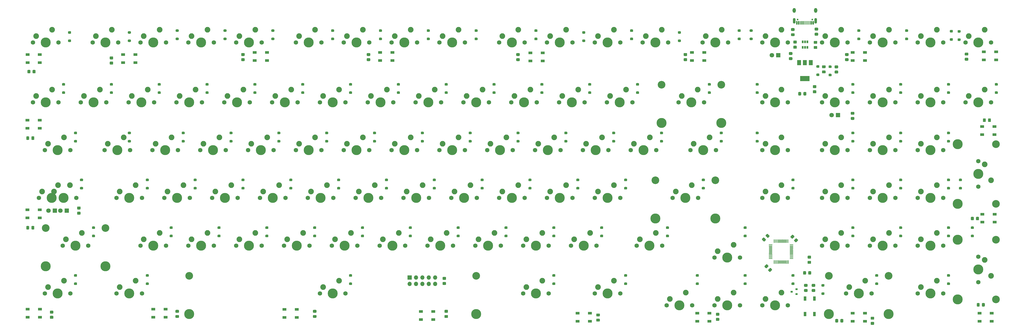
<source format=gbr>
%TF.GenerationSoftware,KiCad,Pcbnew,(5.1.6)-1*%
%TF.CreationDate,2020-08-12T20:07:55+02:00*%
%TF.ProjectId,Proyecto CFSUnderglow,50726f79-6563-4746-9f20-434653556e64,rev?*%
%TF.SameCoordinates,Original*%
%TF.FileFunction,Soldermask,Bot*%
%TF.FilePolarity,Negative*%
%FSLAX46Y46*%
G04 Gerber Fmt 4.6, Leading zero omitted, Abs format (unit mm)*
G04 Created by KiCad (PCBNEW (5.1.6)-1) date 2020-08-12 20:07:55*
%MOMM*%
%LPD*%
G01*
G04 APERTURE LIST*
%ADD10C,2.250000*%
%ADD11C,3.987800*%
%ADD12C,1.750000*%
%ADD13C,3.048000*%
%ADD14C,1.800000*%
%ADD15R,1.800000X1.800000*%
%ADD16R,1.500000X2.000000*%
%ADD17R,3.800000X2.000000*%
%ADD18R,0.650000X1.060000*%
%ADD19R,0.300000X1.475000*%
%ADD20R,1.100000X1.800000*%
%ADD21R,0.900000X0.800000*%
%ADD22O,1.700000X1.700000*%
%ADD23R,1.700000X1.700000*%
%ADD24O,1.100000X2.200000*%
%ADD25O,1.300000X1.900000*%
%ADD26C,0.650000*%
%ADD27R,1.500000X1.000000*%
G04 APERTURE END LIST*
%TO.C,D100*%
G36*
G01*
X289640000Y-26000000D02*
X290340000Y-26000000D01*
G75*
G02*
X290590000Y-26250000I0J-250000D01*
G01*
X290590000Y-26750000D01*
G75*
G02*
X290340000Y-27000000I-250000J0D01*
G01*
X289640000Y-27000000D01*
G75*
G02*
X289390000Y-26750000I0J250000D01*
G01*
X289390000Y-26250000D01*
G75*
G02*
X289640000Y-26000000I250000J0D01*
G01*
G37*
G36*
G01*
X289640000Y-29300000D02*
X290340000Y-29300000D01*
G75*
G02*
X290590000Y-29550000I0J-250000D01*
G01*
X290590000Y-30050000D01*
G75*
G02*
X290340000Y-30300000I-250000J0D01*
G01*
X289640000Y-30300000D01*
G75*
G02*
X289390000Y-30050000I0J250000D01*
G01*
X289390000Y-29550000D01*
G75*
G02*
X289640000Y-29300000I250000J0D01*
G01*
G37*
%TD*%
D10*
%TO.C,SW78*%
X219233750Y-25876250D03*
D11*
X216693750Y-30956250D03*
D10*
X212883750Y-28416250D03*
D12*
X211613750Y-30956250D03*
X221773750Y-30956250D03*
%TD*%
D10*
%TO.C,SW102*%
X302736250Y-85883750D03*
D11*
X297656250Y-83343750D03*
D10*
X300196250Y-79533750D03*
D12*
X297656250Y-78263750D03*
X297656250Y-88423750D03*
D13*
X304641250Y-71437500D03*
X304641250Y-95250000D03*
D11*
X289401250Y-71437500D03*
X289401250Y-95250000D03*
%TD*%
D10*
%TO.C,SW84*%
X243046250Y-49688750D03*
D11*
X240506250Y-54768750D03*
D10*
X236696250Y-52228750D03*
D12*
X235426250Y-54768750D03*
X245586250Y-54768750D03*
%TD*%
D10*
%TO.C,SW8*%
X-64135000Y-87788750D03*
D11*
X-66675000Y-92868750D03*
D10*
X-70485000Y-90328750D03*
D12*
X-71755000Y-92868750D03*
X-61595000Y-92868750D03*
%TD*%
D10*
%TO.C,SW5*%
X-68920000Y-87800000D03*
D11*
X-71460000Y-92880000D03*
D10*
X-75270000Y-90340000D03*
D12*
X-76540000Y-92880000D03*
X-66380000Y-92880000D03*
%TD*%
%TO.C,R9*%
G36*
G01*
X242720000Y-142330001D02*
X242720000Y-141429999D01*
G75*
G02*
X242969999Y-141180000I249999J0D01*
G01*
X243620001Y-141180000D01*
G75*
G02*
X243870000Y-141429999I0J-249999D01*
G01*
X243870000Y-142330001D01*
G75*
G02*
X243620001Y-142580000I-249999J0D01*
G01*
X242969999Y-142580000D01*
G75*
G02*
X242720000Y-142330001I0J249999D01*
G01*
G37*
G36*
G01*
X240670000Y-142330001D02*
X240670000Y-141429999D01*
G75*
G02*
X240919999Y-141180000I249999J0D01*
G01*
X241570001Y-141180000D01*
G75*
G02*
X241820000Y-141429999I0J-249999D01*
G01*
X241820000Y-142330001D01*
G75*
G02*
X241570001Y-142580000I-249999J0D01*
G01*
X240919999Y-142580000D01*
G75*
G02*
X240670000Y-142330001I0J249999D01*
G01*
G37*
%TD*%
D10*
%TO.C,SW34*%
X43021250Y-125888750D03*
D11*
X40481250Y-130968750D03*
D10*
X36671250Y-128428750D03*
D12*
X35401250Y-130968750D03*
X45561250Y-130968750D03*
D13*
X-16668750Y-123983750D03*
X97631250Y-123983750D03*
D11*
X-16668750Y-139223750D03*
X97631250Y-139223750D03*
%TD*%
D10*
%TO.C,SW4*%
X-66516250Y-68738750D03*
D11*
X-69056250Y-73818750D03*
D10*
X-72866250Y-71278750D03*
D12*
X-74136250Y-73818750D03*
X-63976250Y-73818750D03*
%TD*%
D14*
%TO.C,LEDCAPS2*%
X-72720000Y-97950000D03*
D15*
X-70180000Y-97950000D03*
%TD*%
%TO.C,R8*%
G36*
G01*
X222449999Y-36794999D02*
X223350001Y-36794999D01*
G75*
G02*
X223600000Y-37044998I0J-249999D01*
G01*
X223600000Y-37695000D01*
G75*
G02*
X223350001Y-37944999I-249999J0D01*
G01*
X222449999Y-37944999D01*
G75*
G02*
X222200000Y-37695000I0J249999D01*
G01*
X222200000Y-37044998D01*
G75*
G02*
X222449999Y-36794999I249999J0D01*
G01*
G37*
G36*
G01*
X222449999Y-34744999D02*
X223350001Y-34744999D01*
G75*
G02*
X223600000Y-34994998I0J-249999D01*
G01*
X223600000Y-35645000D01*
G75*
G02*
X223350001Y-35894999I-249999J0D01*
G01*
X222449999Y-35894999D01*
G75*
G02*
X222200000Y-35645000I0J249999D01*
G01*
X222200000Y-34994998D01*
G75*
G02*
X222449999Y-34744999I249999J0D01*
G01*
G37*
%TD*%
%TO.C,R7*%
G36*
G01*
X-61050001Y-98405001D02*
X-60149999Y-98405001D01*
G75*
G02*
X-59900000Y-98655000I0J-249999D01*
G01*
X-59900000Y-99305002D01*
G75*
G02*
X-60149999Y-99555001I-249999J0D01*
G01*
X-61050001Y-99555001D01*
G75*
G02*
X-61300000Y-99305002I0J249999D01*
G01*
X-61300000Y-98655000D01*
G75*
G02*
X-61050001Y-98405001I249999J0D01*
G01*
G37*
G36*
G01*
X-61050001Y-96355001D02*
X-60149999Y-96355001D01*
G75*
G02*
X-59900000Y-96605000I0J-249999D01*
G01*
X-59900000Y-97255002D01*
G75*
G02*
X-60149999Y-97505001I-249999J0D01*
G01*
X-61050001Y-97505001D01*
G75*
G02*
X-61300000Y-97255002I0J249999D01*
G01*
X-61300000Y-96605000D01*
G75*
G02*
X-61050001Y-96355001I249999J0D01*
G01*
G37*
%TD*%
%TO.C,R6*%
G36*
G01*
X248000001Y-59724999D02*
X247099999Y-59724999D01*
G75*
G02*
X246850000Y-59475000I0J249999D01*
G01*
X246850000Y-58824998D01*
G75*
G02*
X247099999Y-58574999I249999J0D01*
G01*
X248000001Y-58574999D01*
G75*
G02*
X248250000Y-58824998I0J-249999D01*
G01*
X248250000Y-59475000D01*
G75*
G02*
X248000001Y-59724999I-249999J0D01*
G01*
G37*
G36*
G01*
X248000001Y-61774999D02*
X247099999Y-61774999D01*
G75*
G02*
X246850000Y-61525000I0J249999D01*
G01*
X246850000Y-60874998D01*
G75*
G02*
X247099999Y-60624999I249999J0D01*
G01*
X248000001Y-60624999D01*
G75*
G02*
X248250000Y-60874998I0J-249999D01*
G01*
X248250000Y-61525000D01*
G75*
G02*
X248000001Y-61774999I-249999J0D01*
G01*
G37*
%TD*%
D10*
%TO.C,SW76*%
X190658750Y-68738750D03*
D11*
X188118750Y-73818750D03*
D10*
X184308750Y-71278750D03*
D12*
X183038750Y-73818750D03*
X193198750Y-73818750D03*
%TD*%
D16*
%TO.C,U3*%
X226280000Y-38990001D03*
X230880000Y-38990001D03*
X228580000Y-38990001D03*
D17*
X228580000Y-45290001D03*
%TD*%
D18*
%TO.C,U2*%
X228620000Y-32850000D03*
X227670000Y-32850000D03*
X229570000Y-32850000D03*
X229570000Y-30650000D03*
X228620000Y-30650000D03*
X227670000Y-30650000D03*
%TD*%
%TO.C,U1*%
G36*
G01*
X223825000Y-117200000D02*
X222650000Y-117200000D01*
G75*
G02*
X222500000Y-117050000I0J150000D01*
G01*
X222500000Y-117050000D01*
G75*
G02*
X222650000Y-116900000I150000J0D01*
G01*
X223825000Y-116900000D01*
G75*
G02*
X223975000Y-117050000I0J-150000D01*
G01*
X223975000Y-117050000D01*
G75*
G02*
X223825000Y-117200000I-150000J0D01*
G01*
G37*
G36*
G01*
X223825000Y-116700000D02*
X222650000Y-116700000D01*
G75*
G02*
X222500000Y-116550000I0J150000D01*
G01*
X222500000Y-116550000D01*
G75*
G02*
X222650000Y-116400000I150000J0D01*
G01*
X223825000Y-116400000D01*
G75*
G02*
X223975000Y-116550000I0J-150000D01*
G01*
X223975000Y-116550000D01*
G75*
G02*
X223825000Y-116700000I-150000J0D01*
G01*
G37*
G36*
G01*
X223825000Y-116200000D02*
X222650000Y-116200000D01*
G75*
G02*
X222500000Y-116050000I0J150000D01*
G01*
X222500000Y-116050000D01*
G75*
G02*
X222650000Y-115900000I150000J0D01*
G01*
X223825000Y-115900000D01*
G75*
G02*
X223975000Y-116050000I0J-150000D01*
G01*
X223975000Y-116050000D01*
G75*
G02*
X223825000Y-116200000I-150000J0D01*
G01*
G37*
G36*
G01*
X223825000Y-115700000D02*
X222650000Y-115700000D01*
G75*
G02*
X222500000Y-115550000I0J150000D01*
G01*
X222500000Y-115550000D01*
G75*
G02*
X222650000Y-115400000I150000J0D01*
G01*
X223825000Y-115400000D01*
G75*
G02*
X223975000Y-115550000I0J-150000D01*
G01*
X223975000Y-115550000D01*
G75*
G02*
X223825000Y-115700000I-150000J0D01*
G01*
G37*
G36*
G01*
X223825000Y-115200000D02*
X222650000Y-115200000D01*
G75*
G02*
X222500000Y-115050000I0J150000D01*
G01*
X222500000Y-115050000D01*
G75*
G02*
X222650000Y-114900000I150000J0D01*
G01*
X223825000Y-114900000D01*
G75*
G02*
X223975000Y-115050000I0J-150000D01*
G01*
X223975000Y-115050000D01*
G75*
G02*
X223825000Y-115200000I-150000J0D01*
G01*
G37*
G36*
G01*
X223825000Y-114700000D02*
X222650000Y-114700000D01*
G75*
G02*
X222500000Y-114550000I0J150000D01*
G01*
X222500000Y-114550000D01*
G75*
G02*
X222650000Y-114400000I150000J0D01*
G01*
X223825000Y-114400000D01*
G75*
G02*
X223975000Y-114550000I0J-150000D01*
G01*
X223975000Y-114550000D01*
G75*
G02*
X223825000Y-114700000I-150000J0D01*
G01*
G37*
G36*
G01*
X223825000Y-114200000D02*
X222650000Y-114200000D01*
G75*
G02*
X222500000Y-114050000I0J150000D01*
G01*
X222500000Y-114050000D01*
G75*
G02*
X222650000Y-113900000I150000J0D01*
G01*
X223825000Y-113900000D01*
G75*
G02*
X223975000Y-114050000I0J-150000D01*
G01*
X223975000Y-114050000D01*
G75*
G02*
X223825000Y-114200000I-150000J0D01*
G01*
G37*
G36*
G01*
X223825000Y-113700000D02*
X222650000Y-113700000D01*
G75*
G02*
X222500000Y-113550000I0J150000D01*
G01*
X222500000Y-113550000D01*
G75*
G02*
X222650000Y-113400000I150000J0D01*
G01*
X223825000Y-113400000D01*
G75*
G02*
X223975000Y-113550000I0J-150000D01*
G01*
X223975000Y-113550000D01*
G75*
G02*
X223825000Y-113700000I-150000J0D01*
G01*
G37*
G36*
G01*
X223825000Y-113200000D02*
X222650000Y-113200000D01*
G75*
G02*
X222500000Y-113050000I0J150000D01*
G01*
X222500000Y-113050000D01*
G75*
G02*
X222650000Y-112900000I150000J0D01*
G01*
X223825000Y-112900000D01*
G75*
G02*
X223975000Y-113050000I0J-150000D01*
G01*
X223975000Y-113050000D01*
G75*
G02*
X223825000Y-113200000I-150000J0D01*
G01*
G37*
G36*
G01*
X223825000Y-112700000D02*
X222650000Y-112700000D01*
G75*
G02*
X222500000Y-112550000I0J150000D01*
G01*
X222500000Y-112550000D01*
G75*
G02*
X222650000Y-112400000I150000J0D01*
G01*
X223825000Y-112400000D01*
G75*
G02*
X223975000Y-112550000I0J-150000D01*
G01*
X223975000Y-112550000D01*
G75*
G02*
X223825000Y-112700000I-150000J0D01*
G01*
G37*
G36*
G01*
X223825000Y-112200000D02*
X222650000Y-112200000D01*
G75*
G02*
X222500000Y-112050000I0J150000D01*
G01*
X222500000Y-112050000D01*
G75*
G02*
X222650000Y-111900000I150000J0D01*
G01*
X223825000Y-111900000D01*
G75*
G02*
X223975000Y-112050000I0J-150000D01*
G01*
X223975000Y-112050000D01*
G75*
G02*
X223825000Y-112200000I-150000J0D01*
G01*
G37*
G36*
G01*
X223825000Y-111700000D02*
X222650000Y-111700000D01*
G75*
G02*
X222500000Y-111550000I0J150000D01*
G01*
X222500000Y-111550000D01*
G75*
G02*
X222650000Y-111400000I150000J0D01*
G01*
X223825000Y-111400000D01*
G75*
G02*
X223975000Y-111550000I0J-150000D01*
G01*
X223975000Y-111550000D01*
G75*
G02*
X223825000Y-111700000I-150000J0D01*
G01*
G37*
G36*
G01*
X221825000Y-110875000D02*
X221825000Y-110875000D01*
G75*
G02*
X221675000Y-110725000I0J150000D01*
G01*
X221675000Y-109550000D01*
G75*
G02*
X221825000Y-109400000I150000J0D01*
G01*
X221825000Y-109400000D01*
G75*
G02*
X221975000Y-109550000I0J-150000D01*
G01*
X221975000Y-110725000D01*
G75*
G02*
X221825000Y-110875000I-150000J0D01*
G01*
G37*
G36*
G01*
X221325000Y-110875000D02*
X221325000Y-110875000D01*
G75*
G02*
X221175000Y-110725000I0J150000D01*
G01*
X221175000Y-109550000D01*
G75*
G02*
X221325000Y-109400000I150000J0D01*
G01*
X221325000Y-109400000D01*
G75*
G02*
X221475000Y-109550000I0J-150000D01*
G01*
X221475000Y-110725000D01*
G75*
G02*
X221325000Y-110875000I-150000J0D01*
G01*
G37*
G36*
G01*
X220825000Y-110875000D02*
X220825000Y-110875000D01*
G75*
G02*
X220675000Y-110725000I0J150000D01*
G01*
X220675000Y-109550000D01*
G75*
G02*
X220825000Y-109400000I150000J0D01*
G01*
X220825000Y-109400000D01*
G75*
G02*
X220975000Y-109550000I0J-150000D01*
G01*
X220975000Y-110725000D01*
G75*
G02*
X220825000Y-110875000I-150000J0D01*
G01*
G37*
G36*
G01*
X220325000Y-110875000D02*
X220325000Y-110875000D01*
G75*
G02*
X220175000Y-110725000I0J150000D01*
G01*
X220175000Y-109550000D01*
G75*
G02*
X220325000Y-109400000I150000J0D01*
G01*
X220325000Y-109400000D01*
G75*
G02*
X220475000Y-109550000I0J-150000D01*
G01*
X220475000Y-110725000D01*
G75*
G02*
X220325000Y-110875000I-150000J0D01*
G01*
G37*
G36*
G01*
X219825000Y-110875000D02*
X219825000Y-110875000D01*
G75*
G02*
X219675000Y-110725000I0J150000D01*
G01*
X219675000Y-109550000D01*
G75*
G02*
X219825000Y-109400000I150000J0D01*
G01*
X219825000Y-109400000D01*
G75*
G02*
X219975000Y-109550000I0J-150000D01*
G01*
X219975000Y-110725000D01*
G75*
G02*
X219825000Y-110875000I-150000J0D01*
G01*
G37*
G36*
G01*
X219325000Y-110875000D02*
X219325000Y-110875000D01*
G75*
G02*
X219175000Y-110725000I0J150000D01*
G01*
X219175000Y-109550000D01*
G75*
G02*
X219325000Y-109400000I150000J0D01*
G01*
X219325000Y-109400000D01*
G75*
G02*
X219475000Y-109550000I0J-150000D01*
G01*
X219475000Y-110725000D01*
G75*
G02*
X219325000Y-110875000I-150000J0D01*
G01*
G37*
G36*
G01*
X218825000Y-110875000D02*
X218825000Y-110875000D01*
G75*
G02*
X218675000Y-110725000I0J150000D01*
G01*
X218675000Y-109550000D01*
G75*
G02*
X218825000Y-109400000I150000J0D01*
G01*
X218825000Y-109400000D01*
G75*
G02*
X218975000Y-109550000I0J-150000D01*
G01*
X218975000Y-110725000D01*
G75*
G02*
X218825000Y-110875000I-150000J0D01*
G01*
G37*
G36*
G01*
X218325000Y-110875000D02*
X218325000Y-110875000D01*
G75*
G02*
X218175000Y-110725000I0J150000D01*
G01*
X218175000Y-109550000D01*
G75*
G02*
X218325000Y-109400000I150000J0D01*
G01*
X218325000Y-109400000D01*
G75*
G02*
X218475000Y-109550000I0J-150000D01*
G01*
X218475000Y-110725000D01*
G75*
G02*
X218325000Y-110875000I-150000J0D01*
G01*
G37*
G36*
G01*
X217825000Y-110875000D02*
X217825000Y-110875000D01*
G75*
G02*
X217675000Y-110725000I0J150000D01*
G01*
X217675000Y-109550000D01*
G75*
G02*
X217825000Y-109400000I150000J0D01*
G01*
X217825000Y-109400000D01*
G75*
G02*
X217975000Y-109550000I0J-150000D01*
G01*
X217975000Y-110725000D01*
G75*
G02*
X217825000Y-110875000I-150000J0D01*
G01*
G37*
G36*
G01*
X217325000Y-110875000D02*
X217325000Y-110875000D01*
G75*
G02*
X217175000Y-110725000I0J150000D01*
G01*
X217175000Y-109550000D01*
G75*
G02*
X217325000Y-109400000I150000J0D01*
G01*
X217325000Y-109400000D01*
G75*
G02*
X217475000Y-109550000I0J-150000D01*
G01*
X217475000Y-110725000D01*
G75*
G02*
X217325000Y-110875000I-150000J0D01*
G01*
G37*
G36*
G01*
X216825000Y-110875000D02*
X216825000Y-110875000D01*
G75*
G02*
X216675000Y-110725000I0J150000D01*
G01*
X216675000Y-109550000D01*
G75*
G02*
X216825000Y-109400000I150000J0D01*
G01*
X216825000Y-109400000D01*
G75*
G02*
X216975000Y-109550000I0J-150000D01*
G01*
X216975000Y-110725000D01*
G75*
G02*
X216825000Y-110875000I-150000J0D01*
G01*
G37*
G36*
G01*
X216325000Y-110875000D02*
X216325000Y-110875000D01*
G75*
G02*
X216175000Y-110725000I0J150000D01*
G01*
X216175000Y-109550000D01*
G75*
G02*
X216325000Y-109400000I150000J0D01*
G01*
X216325000Y-109400000D01*
G75*
G02*
X216475000Y-109550000I0J-150000D01*
G01*
X216475000Y-110725000D01*
G75*
G02*
X216325000Y-110875000I-150000J0D01*
G01*
G37*
G36*
G01*
X215500000Y-111700000D02*
X214325000Y-111700000D01*
G75*
G02*
X214175000Y-111550000I0J150000D01*
G01*
X214175000Y-111550000D01*
G75*
G02*
X214325000Y-111400000I150000J0D01*
G01*
X215500000Y-111400000D01*
G75*
G02*
X215650000Y-111550000I0J-150000D01*
G01*
X215650000Y-111550000D01*
G75*
G02*
X215500000Y-111700000I-150000J0D01*
G01*
G37*
G36*
G01*
X215500000Y-112200000D02*
X214325000Y-112200000D01*
G75*
G02*
X214175000Y-112050000I0J150000D01*
G01*
X214175000Y-112050000D01*
G75*
G02*
X214325000Y-111900000I150000J0D01*
G01*
X215500000Y-111900000D01*
G75*
G02*
X215650000Y-112050000I0J-150000D01*
G01*
X215650000Y-112050000D01*
G75*
G02*
X215500000Y-112200000I-150000J0D01*
G01*
G37*
G36*
G01*
X215500000Y-112700000D02*
X214325000Y-112700000D01*
G75*
G02*
X214175000Y-112550000I0J150000D01*
G01*
X214175000Y-112550000D01*
G75*
G02*
X214325000Y-112400000I150000J0D01*
G01*
X215500000Y-112400000D01*
G75*
G02*
X215650000Y-112550000I0J-150000D01*
G01*
X215650000Y-112550000D01*
G75*
G02*
X215500000Y-112700000I-150000J0D01*
G01*
G37*
G36*
G01*
X215500000Y-113200000D02*
X214325000Y-113200000D01*
G75*
G02*
X214175000Y-113050000I0J150000D01*
G01*
X214175000Y-113050000D01*
G75*
G02*
X214325000Y-112900000I150000J0D01*
G01*
X215500000Y-112900000D01*
G75*
G02*
X215650000Y-113050000I0J-150000D01*
G01*
X215650000Y-113050000D01*
G75*
G02*
X215500000Y-113200000I-150000J0D01*
G01*
G37*
G36*
G01*
X215500000Y-113700000D02*
X214325000Y-113700000D01*
G75*
G02*
X214175000Y-113550000I0J150000D01*
G01*
X214175000Y-113550000D01*
G75*
G02*
X214325000Y-113400000I150000J0D01*
G01*
X215500000Y-113400000D01*
G75*
G02*
X215650000Y-113550000I0J-150000D01*
G01*
X215650000Y-113550000D01*
G75*
G02*
X215500000Y-113700000I-150000J0D01*
G01*
G37*
G36*
G01*
X215500000Y-114200000D02*
X214325000Y-114200000D01*
G75*
G02*
X214175000Y-114050000I0J150000D01*
G01*
X214175000Y-114050000D01*
G75*
G02*
X214325000Y-113900000I150000J0D01*
G01*
X215500000Y-113900000D01*
G75*
G02*
X215650000Y-114050000I0J-150000D01*
G01*
X215650000Y-114050000D01*
G75*
G02*
X215500000Y-114200000I-150000J0D01*
G01*
G37*
G36*
G01*
X215500000Y-114700000D02*
X214325000Y-114700000D01*
G75*
G02*
X214175000Y-114550000I0J150000D01*
G01*
X214175000Y-114550000D01*
G75*
G02*
X214325000Y-114400000I150000J0D01*
G01*
X215500000Y-114400000D01*
G75*
G02*
X215650000Y-114550000I0J-150000D01*
G01*
X215650000Y-114550000D01*
G75*
G02*
X215500000Y-114700000I-150000J0D01*
G01*
G37*
G36*
G01*
X215500000Y-115200000D02*
X214325000Y-115200000D01*
G75*
G02*
X214175000Y-115050000I0J150000D01*
G01*
X214175000Y-115050000D01*
G75*
G02*
X214325000Y-114900000I150000J0D01*
G01*
X215500000Y-114900000D01*
G75*
G02*
X215650000Y-115050000I0J-150000D01*
G01*
X215650000Y-115050000D01*
G75*
G02*
X215500000Y-115200000I-150000J0D01*
G01*
G37*
G36*
G01*
X215500000Y-115700000D02*
X214325000Y-115700000D01*
G75*
G02*
X214175000Y-115550000I0J150000D01*
G01*
X214175000Y-115550000D01*
G75*
G02*
X214325000Y-115400000I150000J0D01*
G01*
X215500000Y-115400000D01*
G75*
G02*
X215650000Y-115550000I0J-150000D01*
G01*
X215650000Y-115550000D01*
G75*
G02*
X215500000Y-115700000I-150000J0D01*
G01*
G37*
G36*
G01*
X215500000Y-116200000D02*
X214325000Y-116200000D01*
G75*
G02*
X214175000Y-116050000I0J150000D01*
G01*
X214175000Y-116050000D01*
G75*
G02*
X214325000Y-115900000I150000J0D01*
G01*
X215500000Y-115900000D01*
G75*
G02*
X215650000Y-116050000I0J-150000D01*
G01*
X215650000Y-116050000D01*
G75*
G02*
X215500000Y-116200000I-150000J0D01*
G01*
G37*
G36*
G01*
X215500000Y-116700000D02*
X214325000Y-116700000D01*
G75*
G02*
X214175000Y-116550000I0J150000D01*
G01*
X214175000Y-116550000D01*
G75*
G02*
X214325000Y-116400000I150000J0D01*
G01*
X215500000Y-116400000D01*
G75*
G02*
X215650000Y-116550000I0J-150000D01*
G01*
X215650000Y-116550000D01*
G75*
G02*
X215500000Y-116700000I-150000J0D01*
G01*
G37*
G36*
G01*
X215500000Y-117200000D02*
X214325000Y-117200000D01*
G75*
G02*
X214175000Y-117050000I0J150000D01*
G01*
X214175000Y-117050000D01*
G75*
G02*
X214325000Y-116900000I150000J0D01*
G01*
X215500000Y-116900000D01*
G75*
G02*
X215650000Y-117050000I0J-150000D01*
G01*
X215650000Y-117050000D01*
G75*
G02*
X215500000Y-117200000I-150000J0D01*
G01*
G37*
G36*
G01*
X216325000Y-119200000D02*
X216325000Y-119200000D01*
G75*
G02*
X216175000Y-119050000I0J150000D01*
G01*
X216175000Y-117875000D01*
G75*
G02*
X216325000Y-117725000I150000J0D01*
G01*
X216325000Y-117725000D01*
G75*
G02*
X216475000Y-117875000I0J-150000D01*
G01*
X216475000Y-119050000D01*
G75*
G02*
X216325000Y-119200000I-150000J0D01*
G01*
G37*
G36*
G01*
X216825000Y-119200000D02*
X216825000Y-119200000D01*
G75*
G02*
X216675000Y-119050000I0J150000D01*
G01*
X216675000Y-117875000D01*
G75*
G02*
X216825000Y-117725000I150000J0D01*
G01*
X216825000Y-117725000D01*
G75*
G02*
X216975000Y-117875000I0J-150000D01*
G01*
X216975000Y-119050000D01*
G75*
G02*
X216825000Y-119200000I-150000J0D01*
G01*
G37*
G36*
G01*
X217325000Y-119200000D02*
X217325000Y-119200000D01*
G75*
G02*
X217175000Y-119050000I0J150000D01*
G01*
X217175000Y-117875000D01*
G75*
G02*
X217325000Y-117725000I150000J0D01*
G01*
X217325000Y-117725000D01*
G75*
G02*
X217475000Y-117875000I0J-150000D01*
G01*
X217475000Y-119050000D01*
G75*
G02*
X217325000Y-119200000I-150000J0D01*
G01*
G37*
G36*
G01*
X217825000Y-119200000D02*
X217825000Y-119200000D01*
G75*
G02*
X217675000Y-119050000I0J150000D01*
G01*
X217675000Y-117875000D01*
G75*
G02*
X217825000Y-117725000I150000J0D01*
G01*
X217825000Y-117725000D01*
G75*
G02*
X217975000Y-117875000I0J-150000D01*
G01*
X217975000Y-119050000D01*
G75*
G02*
X217825000Y-119200000I-150000J0D01*
G01*
G37*
G36*
G01*
X218325000Y-119200000D02*
X218325000Y-119200000D01*
G75*
G02*
X218175000Y-119050000I0J150000D01*
G01*
X218175000Y-117875000D01*
G75*
G02*
X218325000Y-117725000I150000J0D01*
G01*
X218325000Y-117725000D01*
G75*
G02*
X218475000Y-117875000I0J-150000D01*
G01*
X218475000Y-119050000D01*
G75*
G02*
X218325000Y-119200000I-150000J0D01*
G01*
G37*
G36*
G01*
X218825000Y-119200000D02*
X218825000Y-119200000D01*
G75*
G02*
X218675000Y-119050000I0J150000D01*
G01*
X218675000Y-117875000D01*
G75*
G02*
X218825000Y-117725000I150000J0D01*
G01*
X218825000Y-117725000D01*
G75*
G02*
X218975000Y-117875000I0J-150000D01*
G01*
X218975000Y-119050000D01*
G75*
G02*
X218825000Y-119200000I-150000J0D01*
G01*
G37*
G36*
G01*
X219325000Y-119200000D02*
X219325000Y-119200000D01*
G75*
G02*
X219175000Y-119050000I0J150000D01*
G01*
X219175000Y-117875000D01*
G75*
G02*
X219325000Y-117725000I150000J0D01*
G01*
X219325000Y-117725000D01*
G75*
G02*
X219475000Y-117875000I0J-150000D01*
G01*
X219475000Y-119050000D01*
G75*
G02*
X219325000Y-119200000I-150000J0D01*
G01*
G37*
G36*
G01*
X219825000Y-119200000D02*
X219825000Y-119200000D01*
G75*
G02*
X219675000Y-119050000I0J150000D01*
G01*
X219675000Y-117875000D01*
G75*
G02*
X219825000Y-117725000I150000J0D01*
G01*
X219825000Y-117725000D01*
G75*
G02*
X219975000Y-117875000I0J-150000D01*
G01*
X219975000Y-119050000D01*
G75*
G02*
X219825000Y-119200000I-150000J0D01*
G01*
G37*
G36*
G01*
X220325000Y-119200000D02*
X220325000Y-119200000D01*
G75*
G02*
X220175000Y-119050000I0J150000D01*
G01*
X220175000Y-117875000D01*
G75*
G02*
X220325000Y-117725000I150000J0D01*
G01*
X220325000Y-117725000D01*
G75*
G02*
X220475000Y-117875000I0J-150000D01*
G01*
X220475000Y-119050000D01*
G75*
G02*
X220325000Y-119200000I-150000J0D01*
G01*
G37*
G36*
G01*
X220825000Y-119200000D02*
X220825000Y-119200000D01*
G75*
G02*
X220675000Y-119050000I0J150000D01*
G01*
X220675000Y-117875000D01*
G75*
G02*
X220825000Y-117725000I150000J0D01*
G01*
X220825000Y-117725000D01*
G75*
G02*
X220975000Y-117875000I0J-150000D01*
G01*
X220975000Y-119050000D01*
G75*
G02*
X220825000Y-119200000I-150000J0D01*
G01*
G37*
G36*
G01*
X221325000Y-119200000D02*
X221325000Y-119200000D01*
G75*
G02*
X221175000Y-119050000I0J150000D01*
G01*
X221175000Y-117875000D01*
G75*
G02*
X221325000Y-117725000I150000J0D01*
G01*
X221325000Y-117725000D01*
G75*
G02*
X221475000Y-117875000I0J-150000D01*
G01*
X221475000Y-119050000D01*
G75*
G02*
X221325000Y-119200000I-150000J0D01*
G01*
G37*
D19*
X221825000Y-118462500D03*
%TD*%
D11*
%TO.C,SW103*%
X289401250Y-133350000D03*
X289401250Y-109537500D03*
D13*
X304641250Y-133350000D03*
X304641250Y-109537500D03*
D12*
X297656250Y-126523750D03*
X297656250Y-116363750D03*
D10*
X300196250Y-117633750D03*
D11*
X297656250Y-121443750D03*
D10*
X302736250Y-123983750D03*
%TD*%
%TO.C,SW101*%
X300196250Y-49688750D03*
D11*
X297656250Y-54768750D03*
D10*
X293846250Y-52228750D03*
D12*
X292576250Y-54768750D03*
X302736250Y-54768750D03*
%TD*%
D10*
%TO.C,SW100*%
X300196250Y-25876250D03*
D11*
X297656250Y-30956250D03*
D10*
X293846250Y-28416250D03*
D12*
X292576250Y-30956250D03*
X302736250Y-30956250D03*
%TD*%
D10*
%TO.C,SW99*%
X281146250Y-125888750D03*
D11*
X278606250Y-130968750D03*
D10*
X274796250Y-128428750D03*
D12*
X273526250Y-130968750D03*
X283686250Y-130968750D03*
%TD*%
D10*
%TO.C,SW98*%
X281146250Y-106838750D03*
D11*
X278606250Y-111918750D03*
D10*
X274796250Y-109378750D03*
D12*
X273526250Y-111918750D03*
X283686250Y-111918750D03*
%TD*%
D10*
%TO.C,SW97*%
X281146250Y-87788750D03*
D11*
X278606250Y-92868750D03*
D10*
X274796250Y-90328750D03*
D12*
X273526250Y-92868750D03*
X283686250Y-92868750D03*
%TD*%
D10*
%TO.C,SW96*%
X281146250Y-68738750D03*
D11*
X278606250Y-73818750D03*
D10*
X274796250Y-71278750D03*
D12*
X273526250Y-73818750D03*
X283686250Y-73818750D03*
%TD*%
D10*
%TO.C,SW95*%
X281146250Y-49688750D03*
D11*
X278606250Y-54768750D03*
D10*
X274796250Y-52228750D03*
D12*
X273526250Y-54768750D03*
X283686250Y-54768750D03*
%TD*%
D10*
%TO.C,SW94*%
X281146250Y-25876250D03*
D11*
X278606250Y-30956250D03*
D10*
X274796250Y-28416250D03*
D12*
X273526250Y-30956250D03*
X283686250Y-30956250D03*
%TD*%
D10*
%TO.C,SW93*%
X252571250Y-125888750D03*
D11*
X250031250Y-130968750D03*
D10*
X246221250Y-128428750D03*
D12*
X244951250Y-130968750D03*
X255111250Y-130968750D03*
D13*
X238125000Y-123983750D03*
X261937500Y-123983750D03*
D11*
X238125000Y-139223750D03*
X261937500Y-139223750D03*
%TD*%
D10*
%TO.C,SW92*%
X262096250Y-106838750D03*
D11*
X259556250Y-111918750D03*
D10*
X255746250Y-109378750D03*
D12*
X254476250Y-111918750D03*
X264636250Y-111918750D03*
%TD*%
D10*
%TO.C,SW91*%
X262096250Y-87788750D03*
D11*
X259556250Y-92868750D03*
D10*
X255746250Y-90328750D03*
D12*
X254476250Y-92868750D03*
X264636250Y-92868750D03*
%TD*%
D10*
%TO.C,SW90*%
X262096250Y-68738750D03*
D11*
X259556250Y-73818750D03*
D10*
X255746250Y-71278750D03*
D12*
X254476250Y-73818750D03*
X264636250Y-73818750D03*
%TD*%
D10*
%TO.C,SW89*%
X262096250Y-49688750D03*
D11*
X259556250Y-54768750D03*
D10*
X255746250Y-52228750D03*
D12*
X254476250Y-54768750D03*
X264636250Y-54768750D03*
%TD*%
D10*
%TO.C,SW88*%
X262096250Y-25876250D03*
D11*
X259556250Y-30956250D03*
D10*
X255746250Y-28416250D03*
D12*
X254476250Y-30956250D03*
X264636250Y-30956250D03*
%TD*%
D10*
%TO.C,SW87*%
X243046250Y-106838750D03*
D11*
X240506250Y-111918750D03*
D10*
X236696250Y-109378750D03*
D12*
X235426250Y-111918750D03*
X245586250Y-111918750D03*
%TD*%
D10*
%TO.C,SW86*%
X243046250Y-87788750D03*
D11*
X240506250Y-92868750D03*
D10*
X236696250Y-90328750D03*
D12*
X235426250Y-92868750D03*
X245586250Y-92868750D03*
%TD*%
D10*
%TO.C,SW85*%
X243046250Y-68738750D03*
D11*
X240506250Y-73818750D03*
D10*
X236696250Y-71278750D03*
D12*
X235426250Y-73818750D03*
X245586250Y-73818750D03*
%TD*%
D10*
%TO.C,SW83*%
X243046250Y-25876250D03*
D11*
X240506250Y-30956250D03*
D10*
X236696250Y-28416250D03*
D12*
X235426250Y-30956250D03*
X245586250Y-30956250D03*
%TD*%
D10*
%TO.C,SW82*%
X219233750Y-130651250D03*
D11*
X216693750Y-135731250D03*
D10*
X212883750Y-133191250D03*
D12*
X211613750Y-135731250D03*
X221773750Y-135731250D03*
%TD*%
D10*
%TO.C,SW81*%
X219233750Y-87788750D03*
D11*
X216693750Y-92868750D03*
D10*
X212883750Y-90328750D03*
D12*
X211613750Y-92868750D03*
X221773750Y-92868750D03*
%TD*%
D10*
%TO.C,SW80*%
X219233750Y-68738750D03*
D11*
X216693750Y-73818750D03*
D10*
X212883750Y-71278750D03*
D12*
X211613750Y-73818750D03*
X221773750Y-73818750D03*
%TD*%
D10*
%TO.C,SW79*%
X219233750Y-49688750D03*
D11*
X216693750Y-54768750D03*
D10*
X212883750Y-52228750D03*
D12*
X211613750Y-54768750D03*
X221773750Y-54768750D03*
%TD*%
D10*
%TO.C,SW77*%
X200183750Y-111601250D03*
D11*
X197643750Y-116681250D03*
D10*
X193833750Y-114141250D03*
D12*
X192563750Y-116681250D03*
X202723750Y-116681250D03*
%TD*%
D10*
%TO.C,SW75*%
X185896250Y-49688750D03*
D11*
X183356250Y-54768750D03*
D10*
X179546250Y-52228750D03*
D12*
X178276250Y-54768750D03*
X188436250Y-54768750D03*
D13*
X171450000Y-47783750D03*
X195262500Y-47783750D03*
D11*
X171450000Y-63023750D03*
X195262500Y-63023750D03*
%TD*%
D10*
%TO.C,SW74*%
X195421250Y-25876250D03*
D11*
X192881250Y-30956250D03*
D10*
X189071250Y-28416250D03*
D12*
X187801250Y-30956250D03*
X197961250Y-30956250D03*
%TD*%
D10*
%TO.C,SW73*%
X200183750Y-130651250D03*
D11*
X197643750Y-135731250D03*
D10*
X193833750Y-133191250D03*
D12*
X192563750Y-135731250D03*
X202723750Y-135731250D03*
%TD*%
D10*
%TO.C,SW72*%
X169227500Y-106838750D03*
D11*
X166687500Y-111918750D03*
D10*
X162877500Y-109378750D03*
D12*
X161607500Y-111918750D03*
X171767500Y-111918750D03*
%TD*%
D10*
%TO.C,SW71*%
X183515000Y-87788750D03*
D11*
X180975000Y-92868750D03*
D10*
X177165000Y-90328750D03*
D12*
X175895000Y-92868750D03*
X186055000Y-92868750D03*
D13*
X169068750Y-85883750D03*
X192881250Y-85883750D03*
D11*
X169068750Y-101123750D03*
X192881250Y-101123750D03*
%TD*%
D10*
%TO.C,SW70*%
X166846250Y-68738750D03*
D11*
X164306250Y-73818750D03*
D10*
X160496250Y-71278750D03*
D12*
X159226250Y-73818750D03*
X169386250Y-73818750D03*
%TD*%
D10*
%TO.C,SW69*%
X157321250Y-49688750D03*
D11*
X154781250Y-54768750D03*
D10*
X150971250Y-52228750D03*
D12*
X149701250Y-54768750D03*
X159861250Y-54768750D03*
%TD*%
D10*
%TO.C,SW68*%
X171608750Y-25876250D03*
D11*
X169068750Y-30956250D03*
D10*
X165258750Y-28416250D03*
D12*
X163988750Y-30956250D03*
X174148750Y-30956250D03*
%TD*%
D10*
%TO.C,SW67*%
X181133750Y-130651250D03*
D11*
X178593750Y-135731250D03*
D10*
X174783750Y-133191250D03*
D12*
X173513750Y-135731250D03*
X183673750Y-135731250D03*
%TD*%
D10*
%TO.C,SW66*%
X143033750Y-106838750D03*
D11*
X140493750Y-111918750D03*
D10*
X136683750Y-109378750D03*
D12*
X135413750Y-111918750D03*
X145573750Y-111918750D03*
%TD*%
D10*
%TO.C,SW65*%
X152558750Y-87788750D03*
D11*
X150018750Y-92868750D03*
D10*
X146208750Y-90328750D03*
D12*
X144938750Y-92868750D03*
X155098750Y-92868750D03*
%TD*%
D10*
%TO.C,SW64*%
X147796250Y-68738750D03*
D11*
X145256250Y-73818750D03*
D10*
X141446250Y-71278750D03*
D12*
X140176250Y-73818750D03*
X150336250Y-73818750D03*
%TD*%
D10*
%TO.C,SW63*%
X138271250Y-49688750D03*
D11*
X135731250Y-54768750D03*
D10*
X131921250Y-52228750D03*
D12*
X130651250Y-54768750D03*
X140811250Y-54768750D03*
%TD*%
D10*
%TO.C,SW62*%
X152558750Y-25876250D03*
D11*
X150018750Y-30956250D03*
D10*
X146208750Y-28416250D03*
D12*
X144938750Y-30956250D03*
X155098750Y-30956250D03*
%TD*%
D10*
%TO.C,SW61*%
X152558750Y-125888750D03*
D11*
X150018750Y-130968750D03*
D10*
X146208750Y-128428750D03*
D12*
X144938750Y-130968750D03*
X155098750Y-130968750D03*
%TD*%
D10*
%TO.C,SW60*%
X123983750Y-106838750D03*
D11*
X121443750Y-111918750D03*
D10*
X117633750Y-109378750D03*
D12*
X116363750Y-111918750D03*
X126523750Y-111918750D03*
%TD*%
D10*
%TO.C,SW59*%
X133508750Y-87788750D03*
D11*
X130968750Y-92868750D03*
D10*
X127158750Y-90328750D03*
D12*
X125888750Y-92868750D03*
X136048750Y-92868750D03*
%TD*%
D10*
%TO.C,SW58*%
X128746250Y-68738750D03*
D11*
X126206250Y-73818750D03*
D10*
X122396250Y-71278750D03*
D12*
X121126250Y-73818750D03*
X131286250Y-73818750D03*
%TD*%
D10*
%TO.C,SW57*%
X119221250Y-49688750D03*
D11*
X116681250Y-54768750D03*
D10*
X112871250Y-52228750D03*
D12*
X111601250Y-54768750D03*
X121761250Y-54768750D03*
%TD*%
D10*
%TO.C,SW56*%
X133508750Y-25876250D03*
D11*
X130968750Y-30956250D03*
D10*
X127158750Y-28416250D03*
D12*
X125888750Y-30956250D03*
X136048750Y-30956250D03*
%TD*%
D10*
%TO.C,SW55*%
X123983750Y-125888750D03*
D11*
X121443750Y-130968750D03*
D10*
X117633750Y-128428750D03*
D12*
X116363750Y-130968750D03*
X126523750Y-130968750D03*
%TD*%
%TO.C,SW54*%
X107473750Y-111918750D03*
X97313750Y-111918750D03*
D10*
X98583750Y-109378750D03*
D11*
X102393750Y-111918750D03*
D10*
X104933750Y-106838750D03*
%TD*%
%TO.C,SW53*%
X114458750Y-87788750D03*
D11*
X111918750Y-92868750D03*
D10*
X108108750Y-90328750D03*
D12*
X106838750Y-92868750D03*
X116998750Y-92868750D03*
%TD*%
D10*
%TO.C,SW52*%
X109696250Y-68738750D03*
D11*
X107156250Y-73818750D03*
D10*
X103346250Y-71278750D03*
D12*
X102076250Y-73818750D03*
X112236250Y-73818750D03*
%TD*%
D10*
%TO.C,SW51*%
X100171250Y-49688750D03*
D11*
X97631250Y-54768750D03*
D10*
X93821250Y-52228750D03*
D12*
X92551250Y-54768750D03*
X102711250Y-54768750D03*
%TD*%
D10*
%TO.C,SW50*%
X114458750Y-25876250D03*
D11*
X111918750Y-30956250D03*
D10*
X108108750Y-28416250D03*
D12*
X106838750Y-30956250D03*
X116998750Y-30956250D03*
%TD*%
D10*
%TO.C,SW49*%
X85883750Y-106838750D03*
D11*
X83343750Y-111918750D03*
D10*
X79533750Y-109378750D03*
D12*
X78263750Y-111918750D03*
X88423750Y-111918750D03*
%TD*%
D10*
%TO.C,SW48*%
X95408750Y-87788750D03*
D11*
X92868750Y-92868750D03*
D10*
X89058750Y-90328750D03*
D12*
X87788750Y-92868750D03*
X97948750Y-92868750D03*
%TD*%
D10*
%TO.C,SW47*%
X90646250Y-68738750D03*
D11*
X88106250Y-73818750D03*
D10*
X84296250Y-71278750D03*
D12*
X83026250Y-73818750D03*
X93186250Y-73818750D03*
%TD*%
D10*
%TO.C,SW46*%
X81121250Y-49688750D03*
D11*
X78581250Y-54768750D03*
D10*
X74771250Y-52228750D03*
D12*
X73501250Y-54768750D03*
X83661250Y-54768750D03*
%TD*%
D10*
%TO.C,SW45*%
X90646250Y-25876250D03*
D11*
X88106250Y-30956250D03*
D10*
X84296250Y-28416250D03*
D12*
X83026250Y-30956250D03*
X93186250Y-30956250D03*
%TD*%
D10*
%TO.C,SW44*%
X66833750Y-106838750D03*
D11*
X64293750Y-111918750D03*
D10*
X60483750Y-109378750D03*
D12*
X59213750Y-111918750D03*
X69373750Y-111918750D03*
%TD*%
D10*
%TO.C,SW43*%
X76358750Y-87788750D03*
D11*
X73818750Y-92868750D03*
D10*
X70008750Y-90328750D03*
D12*
X68738750Y-92868750D03*
X78898750Y-92868750D03*
%TD*%
D10*
%TO.C,SW42*%
X71596250Y-68738750D03*
D11*
X69056250Y-73818750D03*
D10*
X65246250Y-71278750D03*
D12*
X63976250Y-73818750D03*
X74136250Y-73818750D03*
%TD*%
D10*
%TO.C,SW41*%
X62071250Y-49688750D03*
D11*
X59531250Y-54768750D03*
D10*
X55721250Y-52228750D03*
D12*
X54451250Y-54768750D03*
X64611250Y-54768750D03*
%TD*%
D10*
%TO.C,SW40*%
X71596250Y-25876250D03*
D11*
X69056250Y-30956250D03*
D10*
X65246250Y-28416250D03*
D12*
X63976250Y-30956250D03*
X74136250Y-30956250D03*
%TD*%
D10*
%TO.C,SW39*%
X47783750Y-106838750D03*
D11*
X45243750Y-111918750D03*
D10*
X41433750Y-109378750D03*
D12*
X40163750Y-111918750D03*
X50323750Y-111918750D03*
%TD*%
D10*
%TO.C,SW38*%
X57308750Y-87788750D03*
D11*
X54768750Y-92868750D03*
D10*
X50958750Y-90328750D03*
D12*
X49688750Y-92868750D03*
X59848750Y-92868750D03*
%TD*%
D10*
%TO.C,SW37*%
X52546250Y-68738750D03*
D11*
X50006250Y-73818750D03*
D10*
X46196250Y-71278750D03*
D12*
X44926250Y-73818750D03*
X55086250Y-73818750D03*
%TD*%
D10*
%TO.C,SW36*%
X43021250Y-49688750D03*
D11*
X40481250Y-54768750D03*
D10*
X36671250Y-52228750D03*
D12*
X35401250Y-54768750D03*
X45561250Y-54768750D03*
%TD*%
D10*
%TO.C,SW35*%
X52546250Y-25876250D03*
D11*
X50006250Y-30956250D03*
D10*
X46196250Y-28416250D03*
D12*
X44926250Y-30956250D03*
X55086250Y-30956250D03*
%TD*%
D10*
%TO.C,SW33*%
X28733750Y-106838750D03*
D11*
X26193750Y-111918750D03*
D10*
X22383750Y-109378750D03*
D12*
X21113750Y-111918750D03*
X31273750Y-111918750D03*
%TD*%
D10*
%TO.C,SW32*%
X38258750Y-87788750D03*
D11*
X35718750Y-92868750D03*
D10*
X31908750Y-90328750D03*
D12*
X30638750Y-92868750D03*
X40798750Y-92868750D03*
%TD*%
D10*
%TO.C,SW31*%
X33496250Y-68738750D03*
D11*
X30956250Y-73818750D03*
D10*
X27146250Y-71278750D03*
D12*
X25876250Y-73818750D03*
X36036250Y-73818750D03*
%TD*%
D10*
%TO.C,SW30*%
X23971250Y-49688750D03*
D11*
X21431250Y-54768750D03*
D10*
X17621250Y-52228750D03*
D12*
X16351250Y-54768750D03*
X26511250Y-54768750D03*
%TD*%
D10*
%TO.C,SW29*%
X33496250Y-25876250D03*
D11*
X30956250Y-30956250D03*
D10*
X27146250Y-28416250D03*
D12*
X25876250Y-30956250D03*
X36036250Y-30956250D03*
%TD*%
D10*
%TO.C,SW28*%
X9683750Y-106838750D03*
D11*
X7143750Y-111918750D03*
D10*
X3333750Y-109378750D03*
D12*
X2063750Y-111918750D03*
X12223750Y-111918750D03*
%TD*%
D10*
%TO.C,SW27*%
X19208750Y-87788750D03*
D11*
X16668750Y-92868750D03*
D10*
X12858750Y-90328750D03*
D12*
X11588750Y-92868750D03*
X21748750Y-92868750D03*
%TD*%
D10*
%TO.C,SW26*%
X14446250Y-68738750D03*
D11*
X11906250Y-73818750D03*
D10*
X8096250Y-71278750D03*
D12*
X6826250Y-73818750D03*
X16986250Y-73818750D03*
%TD*%
D10*
%TO.C,SW25*%
X4921250Y-49688750D03*
D11*
X2381250Y-54768750D03*
D10*
X-1428750Y-52228750D03*
D12*
X-2698750Y-54768750D03*
X7461250Y-54768750D03*
%TD*%
D10*
%TO.C,SW24*%
X9683750Y-25876250D03*
D11*
X7143750Y-30956250D03*
D10*
X3333750Y-28416250D03*
D12*
X2063750Y-30956250D03*
X12223750Y-30956250D03*
%TD*%
D10*
%TO.C,SW23*%
X-9366250Y-106838750D03*
D11*
X-11906250Y-111918750D03*
D10*
X-15716250Y-109378750D03*
D12*
X-16986250Y-111918750D03*
X-6826250Y-111918750D03*
%TD*%
D10*
%TO.C,SW22*%
X158750Y-87788750D03*
D11*
X-2381250Y-92868750D03*
D10*
X-6191250Y-90328750D03*
D12*
X-7461250Y-92868750D03*
X2698750Y-92868750D03*
%TD*%
D10*
%TO.C,SW21*%
X-4603750Y-68738750D03*
D11*
X-7143750Y-73818750D03*
D10*
X-10953750Y-71278750D03*
D12*
X-12223750Y-73818750D03*
X-2063750Y-73818750D03*
%TD*%
D10*
%TO.C,SW20*%
X-14128750Y-49688750D03*
D11*
X-16668750Y-54768750D03*
D10*
X-20478750Y-52228750D03*
D12*
X-21748750Y-54768750D03*
X-11588750Y-54768750D03*
%TD*%
D10*
%TO.C,SW19*%
X-9366250Y-25876250D03*
D11*
X-11906250Y-30956250D03*
D10*
X-15716250Y-28416250D03*
D12*
X-16986250Y-30956250D03*
X-6826250Y-30956250D03*
%TD*%
D10*
%TO.C,SW18*%
X-37941250Y-125888750D03*
D11*
X-40481250Y-130968750D03*
D10*
X-44291250Y-128428750D03*
D12*
X-45561250Y-130968750D03*
X-35401250Y-130968750D03*
%TD*%
D10*
%TO.C,SW17*%
X-28416250Y-106838750D03*
D11*
X-30956250Y-111918750D03*
D10*
X-34766250Y-109378750D03*
D12*
X-36036250Y-111918750D03*
X-25876250Y-111918750D03*
%TD*%
D10*
%TO.C,SW16*%
X-18891250Y-87788750D03*
D11*
X-21431250Y-92868750D03*
D10*
X-25241250Y-90328750D03*
D12*
X-26511250Y-92868750D03*
X-16351250Y-92868750D03*
%TD*%
D10*
%TO.C,SW15*%
X-23653750Y-68738750D03*
D11*
X-26193750Y-73818750D03*
D10*
X-30003750Y-71278750D03*
D12*
X-31273750Y-73818750D03*
X-21113750Y-73818750D03*
%TD*%
D10*
%TO.C,SW14*%
X-33178750Y-49688750D03*
D11*
X-35718750Y-54768750D03*
D10*
X-39528750Y-52228750D03*
D12*
X-40798750Y-54768750D03*
X-30638750Y-54768750D03*
%TD*%
D10*
%TO.C,SW13*%
X-28416250Y-25876250D03*
D11*
X-30956250Y-30956250D03*
D10*
X-34766250Y-28416250D03*
D12*
X-36036250Y-30956250D03*
X-25876250Y-30956250D03*
%TD*%
D10*
%TO.C,SW12*%
X-37941250Y-87788750D03*
D11*
X-40481250Y-92868750D03*
D10*
X-44291250Y-90328750D03*
D12*
X-45561250Y-92868750D03*
X-35401250Y-92868750D03*
%TD*%
D10*
%TO.C,SW11*%
X-42703750Y-68738750D03*
D11*
X-45243750Y-73818750D03*
D10*
X-49053750Y-71278750D03*
D12*
X-50323750Y-73818750D03*
X-40163750Y-73818750D03*
%TD*%
D10*
%TO.C,SW10*%
X-52228750Y-49688750D03*
D11*
X-54768750Y-54768750D03*
D10*
X-58578750Y-52228750D03*
D12*
X-59848750Y-54768750D03*
X-49688750Y-54768750D03*
%TD*%
D10*
%TO.C,SW9*%
X-47466250Y-25876250D03*
D11*
X-50006250Y-30956250D03*
D10*
X-53816250Y-28416250D03*
D12*
X-55086250Y-30956250D03*
X-44926250Y-30956250D03*
%TD*%
D10*
%TO.C,SW7*%
X-66516250Y-125888750D03*
D11*
X-69056250Y-130968750D03*
D10*
X-72866250Y-128428750D03*
D12*
X-74136250Y-130968750D03*
X-63976250Y-130968750D03*
%TD*%
D10*
%TO.C,SW6*%
X-59372500Y-106838750D03*
D11*
X-61912500Y-111918750D03*
D10*
X-65722500Y-109378750D03*
D12*
X-66992500Y-111918750D03*
X-56832500Y-111918750D03*
D13*
X-73818750Y-104933750D03*
X-50006250Y-104933750D03*
D11*
X-73818750Y-120173750D03*
X-50006250Y-120173750D03*
%TD*%
D10*
%TO.C,SW3*%
X-71278750Y-49688750D03*
D11*
X-73818750Y-54768750D03*
D10*
X-77628750Y-52228750D03*
D12*
X-78898750Y-54768750D03*
X-68738750Y-54768750D03*
%TD*%
D10*
%TO.C,SW2*%
X-71278750Y-25876250D03*
D11*
X-73818750Y-30956250D03*
D10*
X-77628750Y-28416250D03*
D12*
X-78898750Y-30956250D03*
X-68738750Y-30956250D03*
%TD*%
D20*
%TO.C,SW1*%
X232340001Y-139180000D03*
X232340001Y-132980000D03*
X228640001Y-139180000D03*
X228640001Y-132980000D03*
%TD*%
%TO.C,R5*%
G36*
G01*
X240669999Y-42125001D02*
X241570001Y-42125001D01*
G75*
G02*
X241820000Y-42375000I0J-249999D01*
G01*
X241820000Y-43025002D01*
G75*
G02*
X241570001Y-43275001I-249999J0D01*
G01*
X240669999Y-43275001D01*
G75*
G02*
X240420000Y-43025002I0J249999D01*
G01*
X240420000Y-42375000D01*
G75*
G02*
X240669999Y-42125001I249999J0D01*
G01*
G37*
G36*
G01*
X240669999Y-40075001D02*
X241570001Y-40075001D01*
G75*
G02*
X241820000Y-40325000I0J-249999D01*
G01*
X241820000Y-40975002D01*
G75*
G02*
X241570001Y-41225001I-249999J0D01*
G01*
X240669999Y-41225001D01*
G75*
G02*
X240420000Y-40975002I0J249999D01*
G01*
X240420000Y-40325000D01*
G75*
G02*
X240669999Y-40075001I249999J0D01*
G01*
G37*
%TD*%
%TO.C,R4*%
G36*
G01*
X231539999Y-129224999D02*
X232440001Y-129224999D01*
G75*
G02*
X232690000Y-129474998I0J-249999D01*
G01*
X232690000Y-130125000D01*
G75*
G02*
X232440001Y-130374999I-249999J0D01*
G01*
X231539999Y-130374999D01*
G75*
G02*
X231290000Y-130125000I0J249999D01*
G01*
X231290000Y-129474998D01*
G75*
G02*
X231539999Y-129224999I249999J0D01*
G01*
G37*
G36*
G01*
X231539999Y-127174999D02*
X232440001Y-127174999D01*
G75*
G02*
X232690000Y-127424998I0J-249999D01*
G01*
X232690000Y-128075000D01*
G75*
G02*
X232440001Y-128324999I-249999J0D01*
G01*
X231539999Y-128324999D01*
G75*
G02*
X231290000Y-128075000I0J249999D01*
G01*
X231290000Y-127424998D01*
G75*
G02*
X231539999Y-127174999I249999J0D01*
G01*
G37*
%TD*%
%TO.C,R3*%
G36*
G01*
X233250001Y-31440000D02*
X232349999Y-31440000D01*
G75*
G02*
X232100000Y-31190001I0J249999D01*
G01*
X232100000Y-30539999D01*
G75*
G02*
X232349999Y-30290000I249999J0D01*
G01*
X233250001Y-30290000D01*
G75*
G02*
X233500000Y-30539999I0J-249999D01*
G01*
X233500000Y-31190001D01*
G75*
G02*
X233250001Y-31440000I-249999J0D01*
G01*
G37*
G36*
G01*
X233250001Y-33490000D02*
X232349999Y-33490000D01*
G75*
G02*
X232100000Y-33240001I0J249999D01*
G01*
X232100000Y-32589999D01*
G75*
G02*
X232349999Y-32340000I249999J0D01*
G01*
X233250001Y-32340000D01*
G75*
G02*
X233500000Y-32589999I0J-249999D01*
G01*
X233500000Y-33240001D01*
G75*
G02*
X233250001Y-33490000I-249999J0D01*
G01*
G37*
%TD*%
%TO.C,R2*%
G36*
G01*
X225100001Y-31324999D02*
X224199999Y-31324999D01*
G75*
G02*
X223950000Y-31075000I0J249999D01*
G01*
X223950000Y-30424998D01*
G75*
G02*
X224199999Y-30174999I249999J0D01*
G01*
X225100001Y-30174999D01*
G75*
G02*
X225350000Y-30424998I0J-249999D01*
G01*
X225350000Y-31075000D01*
G75*
G02*
X225100001Y-31324999I-249999J0D01*
G01*
G37*
G36*
G01*
X225100001Y-33374999D02*
X224199999Y-33374999D01*
G75*
G02*
X223950000Y-33125000I0J249999D01*
G01*
X223950000Y-32474998D01*
G75*
G02*
X224199999Y-32224999I249999J0D01*
G01*
X225100001Y-32224999D01*
G75*
G02*
X225350000Y-32474998I0J-249999D01*
G01*
X225350000Y-33125000D01*
G75*
G02*
X225100001Y-33374999I-249999J0D01*
G01*
G37*
%TD*%
%TO.C,R1*%
G36*
G01*
X232699999Y-27060000D02*
X233600001Y-27060000D01*
G75*
G02*
X233850000Y-27309999I0J-249999D01*
G01*
X233850000Y-27960001D01*
G75*
G02*
X233600001Y-28210000I-249999J0D01*
G01*
X232699999Y-28210000D01*
G75*
G02*
X232450000Y-27960001I0J249999D01*
G01*
X232450000Y-27309999D01*
G75*
G02*
X232699999Y-27060000I249999J0D01*
G01*
G37*
G36*
G01*
X232699999Y-25010000D02*
X233600001Y-25010000D01*
G75*
G02*
X233850000Y-25259999I0J-249999D01*
G01*
X233850000Y-25910001D01*
G75*
G02*
X233600001Y-26160000I-249999J0D01*
G01*
X232699999Y-26160000D01*
G75*
G02*
X232450000Y-25910001I0J249999D01*
G01*
X232450000Y-25259999D01*
G75*
G02*
X232699999Y-25010000I249999J0D01*
G01*
G37*
%TD*%
D21*
%TO.C,Q1*%
X223280000Y-130280000D03*
X225280000Y-131230000D03*
X225280000Y-129330000D03*
%TD*%
D14*
%TO.C,LEDSCRL1*%
X215430000Y-36030000D03*
D15*
X217970000Y-36030000D03*
%TD*%
D14*
%TO.C,LEDNUM1*%
X239230000Y-59840000D03*
D15*
X241770000Y-59840000D03*
%TD*%
D14*
%TO.C,LEDCAPS1*%
X-67930000Y-97950000D03*
D15*
X-65390000Y-97950000D03*
%TD*%
D22*
%TO.C,J2*%
X81310000Y-127150000D03*
X81310000Y-124610000D03*
X78770000Y-127150000D03*
X78770000Y-124610000D03*
X76230000Y-127150000D03*
X76230000Y-124610000D03*
X73690000Y-127150000D03*
X73690000Y-124610000D03*
X71150000Y-127150000D03*
D23*
X71150000Y-124610000D03*
%TD*%
D24*
%TO.C,J1*%
X232900000Y-22312500D03*
D25*
X232900000Y-18112500D03*
D26*
X231490000Y-21761500D03*
X225710000Y-21761500D03*
D25*
X224300000Y-18112500D03*
G36*
G01*
X225050000Y-23662500D02*
X225050000Y-22512500D01*
G75*
G02*
X225200000Y-22362500I150000J0D01*
G01*
X225500000Y-22362500D01*
G75*
G02*
X225650000Y-22512500I0J-150000D01*
G01*
X225650000Y-23662500D01*
G75*
G02*
X225500000Y-23812500I-150000J0D01*
G01*
X225200000Y-23812500D01*
G75*
G02*
X225050000Y-23662500I0J150000D01*
G01*
G37*
G36*
G01*
X226700000Y-23737500D02*
X226700000Y-22437500D01*
G75*
G02*
X226775000Y-22362500I75000J0D01*
G01*
X226925000Y-22362500D01*
G75*
G02*
X227000000Y-22437500I0J-75000D01*
G01*
X227000000Y-23737500D01*
G75*
G02*
X226925000Y-23812500I-75000J0D01*
G01*
X226775000Y-23812500D01*
G75*
G02*
X226700000Y-23737500I0J75000D01*
G01*
G37*
G36*
G01*
X227200000Y-23737500D02*
X227200000Y-22437500D01*
G75*
G02*
X227275000Y-22362500I75000J0D01*
G01*
X227425000Y-22362500D01*
G75*
G02*
X227500000Y-22437500I0J-75000D01*
G01*
X227500000Y-23737500D01*
G75*
G02*
X227425000Y-23812500I-75000J0D01*
G01*
X227275000Y-23812500D01*
G75*
G02*
X227200000Y-23737500I0J75000D01*
G01*
G37*
G36*
G01*
X227700000Y-23737500D02*
X227700000Y-22437500D01*
G75*
G02*
X227775000Y-22362500I75000J0D01*
G01*
X227925000Y-22362500D01*
G75*
G02*
X228000000Y-22437500I0J-75000D01*
G01*
X228000000Y-23737500D01*
G75*
G02*
X227925000Y-23812500I-75000J0D01*
G01*
X227775000Y-23812500D01*
G75*
G02*
X227700000Y-23737500I0J75000D01*
G01*
G37*
G36*
G01*
X228196000Y-23737500D02*
X228196000Y-22437500D01*
G75*
G02*
X228271000Y-22362500I75000J0D01*
G01*
X228421000Y-22362500D01*
G75*
G02*
X228496000Y-22437500I0J-75000D01*
G01*
X228496000Y-23737500D01*
G75*
G02*
X228421000Y-23812500I-75000J0D01*
G01*
X228271000Y-23812500D01*
G75*
G02*
X228196000Y-23737500I0J75000D01*
G01*
G37*
G36*
G01*
X230200000Y-23737500D02*
X230200000Y-22437500D01*
G75*
G02*
X230275000Y-22362500I75000J0D01*
G01*
X230425000Y-22362500D01*
G75*
G02*
X230500000Y-22437500I0J-75000D01*
G01*
X230500000Y-23737500D01*
G75*
G02*
X230425000Y-23812500I-75000J0D01*
G01*
X230275000Y-23812500D01*
G75*
G02*
X230200000Y-23737500I0J75000D01*
G01*
G37*
G36*
G01*
X229700000Y-23737500D02*
X229700000Y-22437500D01*
G75*
G02*
X229775000Y-22362500I75000J0D01*
G01*
X229925000Y-22362500D01*
G75*
G02*
X230000000Y-22437500I0J-75000D01*
G01*
X230000000Y-23737500D01*
G75*
G02*
X229925000Y-23812500I-75000J0D01*
G01*
X229775000Y-23812500D01*
G75*
G02*
X229700000Y-23737500I0J75000D01*
G01*
G37*
G36*
G01*
X229200000Y-23737500D02*
X229200000Y-22437500D01*
G75*
G02*
X229275000Y-22362500I75000J0D01*
G01*
X229425000Y-22362500D01*
G75*
G02*
X229500000Y-22437500I0J-75000D01*
G01*
X229500000Y-23737500D01*
G75*
G02*
X229425000Y-23812500I-75000J0D01*
G01*
X229275000Y-23812500D01*
G75*
G02*
X229200000Y-23737500I0J75000D01*
G01*
G37*
G36*
G01*
X228700000Y-23737500D02*
X228700000Y-22437500D01*
G75*
G02*
X228775000Y-22362500I75000J0D01*
G01*
X228925000Y-22362500D01*
G75*
G02*
X229000000Y-22437500I0J-75000D01*
G01*
X229000000Y-23737500D01*
G75*
G02*
X228925000Y-23812500I-75000J0D01*
G01*
X228775000Y-23812500D01*
G75*
G02*
X228700000Y-23737500I0J75000D01*
G01*
G37*
D24*
X224300000Y-22312500D03*
G36*
G01*
X225850000Y-23662500D02*
X225850000Y-22512500D01*
G75*
G02*
X226000000Y-22362500I150000J0D01*
G01*
X226300000Y-22362500D01*
G75*
G02*
X226450000Y-22512500I0J-150000D01*
G01*
X226450000Y-23662500D01*
G75*
G02*
X226300000Y-23812500I-150000J0D01*
G01*
X226000000Y-23812500D01*
G75*
G02*
X225850000Y-23662500I0J150000D01*
G01*
G37*
G36*
G01*
X231550000Y-23662500D02*
X231550000Y-22512500D01*
G75*
G02*
X231700000Y-22362500I150000J0D01*
G01*
X232000000Y-22362500D01*
G75*
G02*
X232150000Y-22512500I0J-150000D01*
G01*
X232150000Y-23662500D01*
G75*
G02*
X232000000Y-23812500I-150000J0D01*
G01*
X231700000Y-23812500D01*
G75*
G02*
X231550000Y-23662500I0J150000D01*
G01*
G37*
G36*
G01*
X230750000Y-23662500D02*
X230750000Y-22512500D01*
G75*
G02*
X230900000Y-22362500I150000J0D01*
G01*
X231200000Y-22362500D01*
G75*
G02*
X231350000Y-22512500I0J-150000D01*
G01*
X231350000Y-23662500D01*
G75*
G02*
X231200000Y-23812500I-150000J0D01*
G01*
X230900000Y-23812500D01*
G75*
G02*
X230750000Y-23662500I0J150000D01*
G01*
G37*
%TD*%
%TO.C,DF1*%
G36*
G01*
X238240000Y-40100000D02*
X238940000Y-40100000D01*
G75*
G02*
X239190000Y-40350000I0J-250000D01*
G01*
X239190000Y-40850000D01*
G75*
G02*
X238940000Y-41100000I-250000J0D01*
G01*
X238240000Y-41100000D01*
G75*
G02*
X237990000Y-40850000I0J250000D01*
G01*
X237990000Y-40350000D01*
G75*
G02*
X238240000Y-40100000I250000J0D01*
G01*
G37*
G36*
G01*
X238240000Y-43400000D02*
X238940000Y-43400000D01*
G75*
G02*
X239190000Y-43650000I0J-250000D01*
G01*
X239190000Y-44150000D01*
G75*
G02*
X238940000Y-44400000I-250000J0D01*
G01*
X238240000Y-44400000D01*
G75*
G02*
X237990000Y-44150000I0J250000D01*
G01*
X237990000Y-43650000D01*
G75*
G02*
X238240000Y-43400000I250000J0D01*
G01*
G37*
%TD*%
%TO.C,D123*%
G36*
G01*
X294925000Y-104275000D02*
X295625000Y-104275000D01*
G75*
G02*
X295875000Y-104525000I0J-250000D01*
G01*
X295875000Y-105025000D01*
G75*
G02*
X295625000Y-105275000I-250000J0D01*
G01*
X294925000Y-105275000D01*
G75*
G02*
X294675000Y-105025000I0J250000D01*
G01*
X294675000Y-104525000D01*
G75*
G02*
X294925000Y-104275000I250000J0D01*
G01*
G37*
G36*
G01*
X294925000Y-107575000D02*
X295625000Y-107575000D01*
G75*
G02*
X295875000Y-107825000I0J-250000D01*
G01*
X295875000Y-108325000D01*
G75*
G02*
X295625000Y-108575000I-250000J0D01*
G01*
X294925000Y-108575000D01*
G75*
G02*
X294675000Y-108325000I0J250000D01*
G01*
X294675000Y-107825000D01*
G75*
G02*
X294925000Y-107575000I250000J0D01*
G01*
G37*
%TD*%
D27*
%TO.C,D122*%
X185668750Y-142093750D03*
X185668750Y-138893750D03*
X190568750Y-142093750D03*
X190568750Y-138893750D03*
%TD*%
%TO.C,D121*%
X9456250Y-38100000D03*
X9456250Y-34900000D03*
X14356250Y-38100000D03*
X14356250Y-34900000D03*
%TD*%
%TO.C,D120*%
X138043750Y-142093750D03*
X138043750Y-138893750D03*
X142943750Y-142093750D03*
X142943750Y-138893750D03*
%TD*%
%TO.C,D119*%
X59393750Y-38100000D03*
X59393750Y-34900000D03*
X64293750Y-38100000D03*
X64293750Y-34900000D03*
%TD*%
%TO.C,D118*%
X75610000Y-141380000D03*
X75610000Y-138180000D03*
X80510000Y-141380000D03*
X80510000Y-138180000D03*
%TD*%
%TO.C,D117*%
X119220000Y-38260000D03*
X119220000Y-35060000D03*
X124120000Y-38260000D03*
X124120000Y-35060000D03*
%TD*%
%TO.C,D116*%
X21300000Y-140530000D03*
X21300000Y-137330000D03*
X26200000Y-140530000D03*
X26200000Y-137330000D03*
%TD*%
%TO.C,D115*%
X183630000Y-38100000D03*
X183630000Y-34900000D03*
X188530000Y-38100000D03*
X188530000Y-34900000D03*
%TD*%
%TO.C,D114*%
X-30956250Y-140493750D03*
X-30956250Y-137293750D03*
X-26056250Y-140493750D03*
X-26056250Y-137293750D03*
%TD*%
%TO.C,D113*%
X247610000Y-38110000D03*
X247610000Y-34910000D03*
X252510000Y-38110000D03*
X252510000Y-34910000D03*
%TD*%
%TO.C,D112*%
X-80962500Y-140493750D03*
X-80962500Y-137293750D03*
X-76062500Y-140493750D03*
X-76062500Y-137293750D03*
%TD*%
%TO.C,D111*%
X299840000Y-37880000D03*
X299840000Y-34680000D03*
X304740000Y-37880000D03*
X304740000Y-34680000D03*
%TD*%
%TO.C,D110*%
X-81100000Y-100831250D03*
X-81100000Y-97631250D03*
X-76200000Y-100831250D03*
X-76200000Y-97631250D03*
%TD*%
%TO.C,D109*%
X299170000Y-67660000D03*
X299170000Y-64460000D03*
X304070000Y-67660000D03*
X304070000Y-64460000D03*
%TD*%
%TO.C,D108*%
X-81100000Y-65112500D03*
X-81100000Y-61912500D03*
X-76200000Y-65112500D03*
X-76200000Y-61912500D03*
%TD*%
%TO.C,D107*%
X299250000Y-102580000D03*
X299250000Y-99380000D03*
X304150000Y-102580000D03*
X304150000Y-99380000D03*
%TD*%
%TO.C,D106*%
X-81031250Y-38918750D03*
X-81031250Y-35718750D03*
X-76131250Y-38918750D03*
X-76131250Y-35718750D03*
%TD*%
%TO.C,D105*%
X298110000Y-142093750D03*
X298110000Y-138893750D03*
X303010000Y-142093750D03*
X303010000Y-138893750D03*
%TD*%
%TO.C,D104*%
X-43000000Y-38918750D03*
X-43000000Y-35718750D03*
X-38100000Y-38918750D03*
X-38100000Y-35718750D03*
%TD*%
%TO.C,D103*%
X247581250Y-142093750D03*
X247581250Y-138893750D03*
X252481250Y-142093750D03*
X252481250Y-138893750D03*
%TD*%
%TO.C,D102*%
G36*
G01*
X290162500Y-85225000D02*
X290862500Y-85225000D01*
G75*
G02*
X291112500Y-85475000I0J-250000D01*
G01*
X291112500Y-85975000D01*
G75*
G02*
X290862500Y-86225000I-250000J0D01*
G01*
X290162500Y-86225000D01*
G75*
G02*
X289912500Y-85975000I0J250000D01*
G01*
X289912500Y-85475000D01*
G75*
G02*
X290162500Y-85225000I250000J0D01*
G01*
G37*
G36*
G01*
X290162500Y-88525000D02*
X290862500Y-88525000D01*
G75*
G02*
X291112500Y-88775000I0J-250000D01*
G01*
X291112500Y-89275000D01*
G75*
G02*
X290862500Y-89525000I-250000J0D01*
G01*
X290162500Y-89525000D01*
G75*
G02*
X289912500Y-89275000I0J250000D01*
G01*
X289912500Y-88775000D01*
G75*
G02*
X290162500Y-88525000I250000J0D01*
G01*
G37*
%TD*%
%TO.C,D101*%
G36*
G01*
X304450000Y-47125000D02*
X305150000Y-47125000D01*
G75*
G02*
X305400000Y-47375000I0J-250000D01*
G01*
X305400000Y-47875000D01*
G75*
G02*
X305150000Y-48125000I-250000J0D01*
G01*
X304450000Y-48125000D01*
G75*
G02*
X304200000Y-47875000I0J250000D01*
G01*
X304200000Y-47375000D01*
G75*
G02*
X304450000Y-47125000I250000J0D01*
G01*
G37*
G36*
G01*
X304450000Y-50425000D02*
X305150000Y-50425000D01*
G75*
G02*
X305400000Y-50675000I0J-250000D01*
G01*
X305400000Y-51175000D01*
G75*
G02*
X305150000Y-51425000I-250000J0D01*
G01*
X304450000Y-51425000D01*
G75*
G02*
X304200000Y-51175000I0J250000D01*
G01*
X304200000Y-50675000D01*
G75*
G02*
X304450000Y-50425000I250000J0D01*
G01*
G37*
%TD*%
%TO.C,D99*%
G36*
G01*
X285400000Y-123325000D02*
X286100000Y-123325000D01*
G75*
G02*
X286350000Y-123575000I0J-250000D01*
G01*
X286350000Y-124075000D01*
G75*
G02*
X286100000Y-124325000I-250000J0D01*
G01*
X285400000Y-124325000D01*
G75*
G02*
X285150000Y-124075000I0J250000D01*
G01*
X285150000Y-123575000D01*
G75*
G02*
X285400000Y-123325000I250000J0D01*
G01*
G37*
G36*
G01*
X285400000Y-126625000D02*
X286100000Y-126625000D01*
G75*
G02*
X286350000Y-126875000I0J-250000D01*
G01*
X286350000Y-127375000D01*
G75*
G02*
X286100000Y-127625000I-250000J0D01*
G01*
X285400000Y-127625000D01*
G75*
G02*
X285150000Y-127375000I0J250000D01*
G01*
X285150000Y-126875000D01*
G75*
G02*
X285400000Y-126625000I250000J0D01*
G01*
G37*
%TD*%
%TO.C,D98*%
G36*
G01*
X285400000Y-104275000D02*
X286100000Y-104275000D01*
G75*
G02*
X286350000Y-104525000I0J-250000D01*
G01*
X286350000Y-105025000D01*
G75*
G02*
X286100000Y-105275000I-250000J0D01*
G01*
X285400000Y-105275000D01*
G75*
G02*
X285150000Y-105025000I0J250000D01*
G01*
X285150000Y-104525000D01*
G75*
G02*
X285400000Y-104275000I250000J0D01*
G01*
G37*
G36*
G01*
X285400000Y-107575000D02*
X286100000Y-107575000D01*
G75*
G02*
X286350000Y-107825000I0J-250000D01*
G01*
X286350000Y-108325000D01*
G75*
G02*
X286100000Y-108575000I-250000J0D01*
G01*
X285400000Y-108575000D01*
G75*
G02*
X285150000Y-108325000I0J250000D01*
G01*
X285150000Y-107825000D01*
G75*
G02*
X285400000Y-107575000I250000J0D01*
G01*
G37*
%TD*%
%TO.C,D97*%
G36*
G01*
X285400000Y-85225000D02*
X286100000Y-85225000D01*
G75*
G02*
X286350000Y-85475000I0J-250000D01*
G01*
X286350000Y-85975000D01*
G75*
G02*
X286100000Y-86225000I-250000J0D01*
G01*
X285400000Y-86225000D01*
G75*
G02*
X285150000Y-85975000I0J250000D01*
G01*
X285150000Y-85475000D01*
G75*
G02*
X285400000Y-85225000I250000J0D01*
G01*
G37*
G36*
G01*
X285400000Y-88525000D02*
X286100000Y-88525000D01*
G75*
G02*
X286350000Y-88775000I0J-250000D01*
G01*
X286350000Y-89275000D01*
G75*
G02*
X286100000Y-89525000I-250000J0D01*
G01*
X285400000Y-89525000D01*
G75*
G02*
X285150000Y-89275000I0J250000D01*
G01*
X285150000Y-88775000D01*
G75*
G02*
X285400000Y-88525000I250000J0D01*
G01*
G37*
%TD*%
%TO.C,D96*%
G36*
G01*
X285400000Y-66497693D02*
X286100000Y-66497693D01*
G75*
G02*
X286350000Y-66747693I0J-250000D01*
G01*
X286350000Y-67247693D01*
G75*
G02*
X286100000Y-67497693I-250000J0D01*
G01*
X285400000Y-67497693D01*
G75*
G02*
X285150000Y-67247693I0J250000D01*
G01*
X285150000Y-66747693D01*
G75*
G02*
X285400000Y-66497693I250000J0D01*
G01*
G37*
G36*
G01*
X285400000Y-69797693D02*
X286100000Y-69797693D01*
G75*
G02*
X286350000Y-70047693I0J-250000D01*
G01*
X286350000Y-70547693D01*
G75*
G02*
X286100000Y-70797693I-250000J0D01*
G01*
X285400000Y-70797693D01*
G75*
G02*
X285150000Y-70547693I0J250000D01*
G01*
X285150000Y-70047693D01*
G75*
G02*
X285400000Y-69797693I250000J0D01*
G01*
G37*
%TD*%
%TO.C,D95*%
G36*
G01*
X285400000Y-47125000D02*
X286100000Y-47125000D01*
G75*
G02*
X286350000Y-47375000I0J-250000D01*
G01*
X286350000Y-47875000D01*
G75*
G02*
X286100000Y-48125000I-250000J0D01*
G01*
X285400000Y-48125000D01*
G75*
G02*
X285150000Y-47875000I0J250000D01*
G01*
X285150000Y-47375000D01*
G75*
G02*
X285400000Y-47125000I250000J0D01*
G01*
G37*
G36*
G01*
X285400000Y-50425000D02*
X286100000Y-50425000D01*
G75*
G02*
X286350000Y-50675000I0J-250000D01*
G01*
X286350000Y-51175000D01*
G75*
G02*
X286100000Y-51425000I-250000J0D01*
G01*
X285400000Y-51425000D01*
G75*
G02*
X285150000Y-51175000I0J250000D01*
G01*
X285150000Y-50675000D01*
G75*
G02*
X285400000Y-50425000I250000J0D01*
G01*
G37*
%TD*%
%TO.C,D94*%
G36*
G01*
X286560000Y-25920000D02*
X287260000Y-25920000D01*
G75*
G02*
X287510000Y-26170000I0J-250000D01*
G01*
X287510000Y-26670000D01*
G75*
G02*
X287260000Y-26920000I-250000J0D01*
G01*
X286560000Y-26920000D01*
G75*
G02*
X286310000Y-26670000I0J250000D01*
G01*
X286310000Y-26170000D01*
G75*
G02*
X286560000Y-25920000I250000J0D01*
G01*
G37*
G36*
G01*
X286560000Y-29220000D02*
X287260000Y-29220000D01*
G75*
G02*
X287510000Y-29470000I0J-250000D01*
G01*
X287510000Y-29970000D01*
G75*
G02*
X287260000Y-30220000I-250000J0D01*
G01*
X286560000Y-30220000D01*
G75*
G02*
X286310000Y-29970000I0J250000D01*
G01*
X286310000Y-29470000D01*
G75*
G02*
X286560000Y-29220000I250000J0D01*
G01*
G37*
%TD*%
%TO.C,D93*%
G36*
G01*
X256825000Y-123325000D02*
X257525000Y-123325000D01*
G75*
G02*
X257775000Y-123575000I0J-250000D01*
G01*
X257775000Y-124075000D01*
G75*
G02*
X257525000Y-124325000I-250000J0D01*
G01*
X256825000Y-124325000D01*
G75*
G02*
X256575000Y-124075000I0J250000D01*
G01*
X256575000Y-123575000D01*
G75*
G02*
X256825000Y-123325000I250000J0D01*
G01*
G37*
G36*
G01*
X256825000Y-126625000D02*
X257525000Y-126625000D01*
G75*
G02*
X257775000Y-126875000I0J-250000D01*
G01*
X257775000Y-127375000D01*
G75*
G02*
X257525000Y-127625000I-250000J0D01*
G01*
X256825000Y-127625000D01*
G75*
G02*
X256575000Y-127375000I0J250000D01*
G01*
X256575000Y-126875000D01*
G75*
G02*
X256825000Y-126625000I250000J0D01*
G01*
G37*
%TD*%
%TO.C,D92*%
G36*
G01*
X266350000Y-104275000D02*
X267050000Y-104275000D01*
G75*
G02*
X267300000Y-104525000I0J-250000D01*
G01*
X267300000Y-105025000D01*
G75*
G02*
X267050000Y-105275000I-250000J0D01*
G01*
X266350000Y-105275000D01*
G75*
G02*
X266100000Y-105025000I0J250000D01*
G01*
X266100000Y-104525000D01*
G75*
G02*
X266350000Y-104275000I250000J0D01*
G01*
G37*
G36*
G01*
X266350000Y-107575000D02*
X267050000Y-107575000D01*
G75*
G02*
X267300000Y-107825000I0J-250000D01*
G01*
X267300000Y-108325000D01*
G75*
G02*
X267050000Y-108575000I-250000J0D01*
G01*
X266350000Y-108575000D01*
G75*
G02*
X266100000Y-108325000I0J250000D01*
G01*
X266100000Y-107825000D01*
G75*
G02*
X266350000Y-107575000I250000J0D01*
G01*
G37*
%TD*%
%TO.C,D91*%
G36*
G01*
X266350000Y-85225000D02*
X267050000Y-85225000D01*
G75*
G02*
X267300000Y-85475000I0J-250000D01*
G01*
X267300000Y-85975000D01*
G75*
G02*
X267050000Y-86225000I-250000J0D01*
G01*
X266350000Y-86225000D01*
G75*
G02*
X266100000Y-85975000I0J250000D01*
G01*
X266100000Y-85475000D01*
G75*
G02*
X266350000Y-85225000I250000J0D01*
G01*
G37*
G36*
G01*
X266350000Y-88525000D02*
X267050000Y-88525000D01*
G75*
G02*
X267300000Y-88775000I0J-250000D01*
G01*
X267300000Y-89275000D01*
G75*
G02*
X267050000Y-89525000I-250000J0D01*
G01*
X266350000Y-89525000D01*
G75*
G02*
X266100000Y-89275000I0J250000D01*
G01*
X266100000Y-88775000D01*
G75*
G02*
X266350000Y-88525000I250000J0D01*
G01*
G37*
%TD*%
%TO.C,D90*%
G36*
G01*
X266350000Y-66500000D02*
X267050000Y-66500000D01*
G75*
G02*
X267300000Y-66750000I0J-250000D01*
G01*
X267300000Y-67250000D01*
G75*
G02*
X267050000Y-67500000I-250000J0D01*
G01*
X266350000Y-67500000D01*
G75*
G02*
X266100000Y-67250000I0J250000D01*
G01*
X266100000Y-66750000D01*
G75*
G02*
X266350000Y-66500000I250000J0D01*
G01*
G37*
G36*
G01*
X266350000Y-69800000D02*
X267050000Y-69800000D01*
G75*
G02*
X267300000Y-70050000I0J-250000D01*
G01*
X267300000Y-70550000D01*
G75*
G02*
X267050000Y-70800000I-250000J0D01*
G01*
X266350000Y-70800000D01*
G75*
G02*
X266100000Y-70550000I0J250000D01*
G01*
X266100000Y-70050000D01*
G75*
G02*
X266350000Y-69800000I250000J0D01*
G01*
G37*
%TD*%
%TO.C,D89*%
G36*
G01*
X266350000Y-47125000D02*
X267050000Y-47125000D01*
G75*
G02*
X267300000Y-47375000I0J-250000D01*
G01*
X267300000Y-47875000D01*
G75*
G02*
X267050000Y-48125000I-250000J0D01*
G01*
X266350000Y-48125000D01*
G75*
G02*
X266100000Y-47875000I0J250000D01*
G01*
X266100000Y-47375000D01*
G75*
G02*
X266350000Y-47125000I250000J0D01*
G01*
G37*
G36*
G01*
X266350000Y-50425000D02*
X267050000Y-50425000D01*
G75*
G02*
X267300000Y-50675000I0J-250000D01*
G01*
X267300000Y-51175000D01*
G75*
G02*
X267050000Y-51425000I-250000J0D01*
G01*
X266350000Y-51425000D01*
G75*
G02*
X266100000Y-51175000I0J250000D01*
G01*
X266100000Y-50675000D01*
G75*
G02*
X266350000Y-50425000I250000J0D01*
G01*
G37*
%TD*%
%TO.C,D88*%
G36*
G01*
X268731250Y-25693750D02*
X269431250Y-25693750D01*
G75*
G02*
X269681250Y-25943750I0J-250000D01*
G01*
X269681250Y-26443750D01*
G75*
G02*
X269431250Y-26693750I-250000J0D01*
G01*
X268731250Y-26693750D01*
G75*
G02*
X268481250Y-26443750I0J250000D01*
G01*
X268481250Y-25943750D01*
G75*
G02*
X268731250Y-25693750I250000J0D01*
G01*
G37*
G36*
G01*
X268731250Y-28993750D02*
X269431250Y-28993750D01*
G75*
G02*
X269681250Y-29243750I0J-250000D01*
G01*
X269681250Y-29743750D01*
G75*
G02*
X269431250Y-29993750I-250000J0D01*
G01*
X268731250Y-29993750D01*
G75*
G02*
X268481250Y-29743750I0J250000D01*
G01*
X268481250Y-29243750D01*
G75*
G02*
X268731250Y-28993750I250000J0D01*
G01*
G37*
%TD*%
%TO.C,D87*%
G36*
G01*
X247300000Y-104275000D02*
X248000000Y-104275000D01*
G75*
G02*
X248250000Y-104525000I0J-250000D01*
G01*
X248250000Y-105025000D01*
G75*
G02*
X248000000Y-105275000I-250000J0D01*
G01*
X247300000Y-105275000D01*
G75*
G02*
X247050000Y-105025000I0J250000D01*
G01*
X247050000Y-104525000D01*
G75*
G02*
X247300000Y-104275000I250000J0D01*
G01*
G37*
G36*
G01*
X247300000Y-107575000D02*
X248000000Y-107575000D01*
G75*
G02*
X248250000Y-107825000I0J-250000D01*
G01*
X248250000Y-108325000D01*
G75*
G02*
X248000000Y-108575000I-250000J0D01*
G01*
X247300000Y-108575000D01*
G75*
G02*
X247050000Y-108325000I0J250000D01*
G01*
X247050000Y-107825000D01*
G75*
G02*
X247300000Y-107575000I250000J0D01*
G01*
G37*
%TD*%
%TO.C,D86*%
G36*
G01*
X247300000Y-85225000D02*
X248000000Y-85225000D01*
G75*
G02*
X248250000Y-85475000I0J-250000D01*
G01*
X248250000Y-85975000D01*
G75*
G02*
X248000000Y-86225000I-250000J0D01*
G01*
X247300000Y-86225000D01*
G75*
G02*
X247050000Y-85975000I0J250000D01*
G01*
X247050000Y-85475000D01*
G75*
G02*
X247300000Y-85225000I250000J0D01*
G01*
G37*
G36*
G01*
X247300000Y-88525000D02*
X248000000Y-88525000D01*
G75*
G02*
X248250000Y-88775000I0J-250000D01*
G01*
X248250000Y-89275000D01*
G75*
G02*
X248000000Y-89525000I-250000J0D01*
G01*
X247300000Y-89525000D01*
G75*
G02*
X247050000Y-89275000I0J250000D01*
G01*
X247050000Y-88775000D01*
G75*
G02*
X247300000Y-88525000I250000J0D01*
G01*
G37*
%TD*%
%TO.C,D85*%
G36*
G01*
X247300000Y-66497692D02*
X248000000Y-66497692D01*
G75*
G02*
X248250000Y-66747692I0J-250000D01*
G01*
X248250000Y-67247692D01*
G75*
G02*
X248000000Y-67497692I-250000J0D01*
G01*
X247300000Y-67497692D01*
G75*
G02*
X247050000Y-67247692I0J250000D01*
G01*
X247050000Y-66747692D01*
G75*
G02*
X247300000Y-66497692I250000J0D01*
G01*
G37*
G36*
G01*
X247300000Y-69797692D02*
X248000000Y-69797692D01*
G75*
G02*
X248250000Y-70047692I0J-250000D01*
G01*
X248250000Y-70547692D01*
G75*
G02*
X248000000Y-70797692I-250000J0D01*
G01*
X247300000Y-70797692D01*
G75*
G02*
X247050000Y-70547692I0J250000D01*
G01*
X247050000Y-70047692D01*
G75*
G02*
X247300000Y-69797692I250000J0D01*
G01*
G37*
%TD*%
%TO.C,D84*%
G36*
G01*
X247300000Y-47125000D02*
X248000000Y-47125000D01*
G75*
G02*
X248250000Y-47375000I0J-250000D01*
G01*
X248250000Y-47875000D01*
G75*
G02*
X248000000Y-48125000I-250000J0D01*
G01*
X247300000Y-48125000D01*
G75*
G02*
X247050000Y-47875000I0J250000D01*
G01*
X247050000Y-47375000D01*
G75*
G02*
X247300000Y-47125000I250000J0D01*
G01*
G37*
G36*
G01*
X247300000Y-50425000D02*
X248000000Y-50425000D01*
G75*
G02*
X248250000Y-50675000I0J-250000D01*
G01*
X248250000Y-51175000D01*
G75*
G02*
X248000000Y-51425000I-250000J0D01*
G01*
X247300000Y-51425000D01*
G75*
G02*
X247050000Y-51175000I0J250000D01*
G01*
X247050000Y-50675000D01*
G75*
G02*
X247300000Y-50425000I250000J0D01*
G01*
G37*
%TD*%
%TO.C,D83*%
G36*
G01*
X249681250Y-25693750D02*
X250381250Y-25693750D01*
G75*
G02*
X250631250Y-25943750I0J-250000D01*
G01*
X250631250Y-26443750D01*
G75*
G02*
X250381250Y-26693750I-250000J0D01*
G01*
X249681250Y-26693750D01*
G75*
G02*
X249431250Y-26443750I0J250000D01*
G01*
X249431250Y-25943750D01*
G75*
G02*
X249681250Y-25693750I250000J0D01*
G01*
G37*
G36*
G01*
X249681250Y-28993750D02*
X250381250Y-28993750D01*
G75*
G02*
X250631250Y-29243750I0J-250000D01*
G01*
X250631250Y-29743750D01*
G75*
G02*
X250381250Y-29993750I-250000J0D01*
G01*
X249681250Y-29993750D01*
G75*
G02*
X249431250Y-29743750I0J250000D01*
G01*
X249431250Y-29243750D01*
G75*
G02*
X249681250Y-28993750I250000J0D01*
G01*
G37*
%TD*%
%TO.C,D82*%
G36*
G01*
X223487500Y-123325000D02*
X224187500Y-123325000D01*
G75*
G02*
X224437500Y-123575000I0J-250000D01*
G01*
X224437500Y-124075000D01*
G75*
G02*
X224187500Y-124325000I-250000J0D01*
G01*
X223487500Y-124325000D01*
G75*
G02*
X223237500Y-124075000I0J250000D01*
G01*
X223237500Y-123575000D01*
G75*
G02*
X223487500Y-123325000I250000J0D01*
G01*
G37*
G36*
G01*
X223487500Y-126625000D02*
X224187500Y-126625000D01*
G75*
G02*
X224437500Y-126875000I0J-250000D01*
G01*
X224437500Y-127375000D01*
G75*
G02*
X224187500Y-127625000I-250000J0D01*
G01*
X223487500Y-127625000D01*
G75*
G02*
X223237500Y-127375000I0J250000D01*
G01*
X223237500Y-126875000D01*
G75*
G02*
X223487500Y-126625000I250000J0D01*
G01*
G37*
%TD*%
%TO.C,D81*%
G36*
G01*
X223487500Y-85225000D02*
X224187500Y-85225000D01*
G75*
G02*
X224437500Y-85475000I0J-250000D01*
G01*
X224437500Y-85975000D01*
G75*
G02*
X224187500Y-86225000I-250000J0D01*
G01*
X223487500Y-86225000D01*
G75*
G02*
X223237500Y-85975000I0J250000D01*
G01*
X223237500Y-85475000D01*
G75*
G02*
X223487500Y-85225000I250000J0D01*
G01*
G37*
G36*
G01*
X223487500Y-88525000D02*
X224187500Y-88525000D01*
G75*
G02*
X224437500Y-88775000I0J-250000D01*
G01*
X224437500Y-89275000D01*
G75*
G02*
X224187500Y-89525000I-250000J0D01*
G01*
X223487500Y-89525000D01*
G75*
G02*
X223237500Y-89275000I0J250000D01*
G01*
X223237500Y-88775000D01*
G75*
G02*
X223487500Y-88525000I250000J0D01*
G01*
G37*
%TD*%
%TO.C,D80*%
G36*
G01*
X209200000Y-66497692D02*
X209900000Y-66497692D01*
G75*
G02*
X210150000Y-66747692I0J-250000D01*
G01*
X210150000Y-67247692D01*
G75*
G02*
X209900000Y-67497692I-250000J0D01*
G01*
X209200000Y-67497692D01*
G75*
G02*
X208950000Y-67247692I0J250000D01*
G01*
X208950000Y-66747692D01*
G75*
G02*
X209200000Y-66497692I250000J0D01*
G01*
G37*
G36*
G01*
X209200000Y-69797692D02*
X209900000Y-69797692D01*
G75*
G02*
X210150000Y-70047692I0J-250000D01*
G01*
X210150000Y-70547692D01*
G75*
G02*
X209900000Y-70797692I-250000J0D01*
G01*
X209200000Y-70797692D01*
G75*
G02*
X208950000Y-70547692I0J250000D01*
G01*
X208950000Y-70047692D01*
G75*
G02*
X209200000Y-69797692I250000J0D01*
G01*
G37*
%TD*%
%TO.C,D79*%
G36*
G01*
X209200000Y-47125000D02*
X209900000Y-47125000D01*
G75*
G02*
X210150000Y-47375000I0J-250000D01*
G01*
X210150000Y-47875000D01*
G75*
G02*
X209900000Y-48125000I-250000J0D01*
G01*
X209200000Y-48125000D01*
G75*
G02*
X208950000Y-47875000I0J250000D01*
G01*
X208950000Y-47375000D01*
G75*
G02*
X209200000Y-47125000I250000J0D01*
G01*
G37*
G36*
G01*
X209200000Y-50425000D02*
X209900000Y-50425000D01*
G75*
G02*
X210150000Y-50675000I0J-250000D01*
G01*
X210150000Y-51175000D01*
G75*
G02*
X209900000Y-51425000I-250000J0D01*
G01*
X209200000Y-51425000D01*
G75*
G02*
X208950000Y-51175000I0J250000D01*
G01*
X208950000Y-50675000D01*
G75*
G02*
X209200000Y-50425000I250000J0D01*
G01*
G37*
%TD*%
%TO.C,D78*%
G36*
G01*
X206818750Y-25693750D02*
X207518750Y-25693750D01*
G75*
G02*
X207768750Y-25943750I0J-250000D01*
G01*
X207768750Y-26443750D01*
G75*
G02*
X207518750Y-26693750I-250000J0D01*
G01*
X206818750Y-26693750D01*
G75*
G02*
X206568750Y-26443750I0J250000D01*
G01*
X206568750Y-25943750D01*
G75*
G02*
X206818750Y-25693750I250000J0D01*
G01*
G37*
G36*
G01*
X206818750Y-28993750D02*
X207518750Y-28993750D01*
G75*
G02*
X207768750Y-29243750I0J-250000D01*
G01*
X207768750Y-29743750D01*
G75*
G02*
X207518750Y-29993750I-250000J0D01*
G01*
X206818750Y-29993750D01*
G75*
G02*
X206568750Y-29743750I0J250000D01*
G01*
X206568750Y-29243750D01*
G75*
G02*
X206818750Y-28993750I250000J0D01*
G01*
G37*
%TD*%
%TO.C,D77*%
G36*
G01*
X204437500Y-104275000D02*
X205137500Y-104275000D01*
G75*
G02*
X205387500Y-104525000I0J-250000D01*
G01*
X205387500Y-105025000D01*
G75*
G02*
X205137500Y-105275000I-250000J0D01*
G01*
X204437500Y-105275000D01*
G75*
G02*
X204187500Y-105025000I0J250000D01*
G01*
X204187500Y-104525000D01*
G75*
G02*
X204437500Y-104275000I250000J0D01*
G01*
G37*
G36*
G01*
X204437500Y-107575000D02*
X205137500Y-107575000D01*
G75*
G02*
X205387500Y-107825000I0J-250000D01*
G01*
X205387500Y-108325000D01*
G75*
G02*
X205137500Y-108575000I-250000J0D01*
G01*
X204437500Y-108575000D01*
G75*
G02*
X204187500Y-108325000I0J250000D01*
G01*
X204187500Y-107825000D01*
G75*
G02*
X204437500Y-107575000I250000J0D01*
G01*
G37*
%TD*%
%TO.C,D76*%
G36*
G01*
X194912500Y-66497692D02*
X195612500Y-66497692D01*
G75*
G02*
X195862500Y-66747692I0J-250000D01*
G01*
X195862500Y-67247692D01*
G75*
G02*
X195612500Y-67497692I-250000J0D01*
G01*
X194912500Y-67497692D01*
G75*
G02*
X194662500Y-67247692I0J250000D01*
G01*
X194662500Y-66747692D01*
G75*
G02*
X194912500Y-66497692I250000J0D01*
G01*
G37*
G36*
G01*
X194912500Y-69797692D02*
X195612500Y-69797692D01*
G75*
G02*
X195862500Y-70047692I0J-250000D01*
G01*
X195862500Y-70547692D01*
G75*
G02*
X195612500Y-70797692I-250000J0D01*
G01*
X194912500Y-70797692D01*
G75*
G02*
X194662500Y-70547692I0J250000D01*
G01*
X194662500Y-70047692D01*
G75*
G02*
X194912500Y-69797692I250000J0D01*
G01*
G37*
%TD*%
%TO.C,D75*%
G36*
G01*
X190150000Y-47125000D02*
X190850000Y-47125000D01*
G75*
G02*
X191100000Y-47375000I0J-250000D01*
G01*
X191100000Y-47875000D01*
G75*
G02*
X190850000Y-48125000I-250000J0D01*
G01*
X190150000Y-48125000D01*
G75*
G02*
X189900000Y-47875000I0J250000D01*
G01*
X189900000Y-47375000D01*
G75*
G02*
X190150000Y-47125000I250000J0D01*
G01*
G37*
G36*
G01*
X190150000Y-50425000D02*
X190850000Y-50425000D01*
G75*
G02*
X191100000Y-50675000I0J-250000D01*
G01*
X191100000Y-51175000D01*
G75*
G02*
X190850000Y-51425000I-250000J0D01*
G01*
X190150000Y-51425000D01*
G75*
G02*
X189900000Y-51175000I0J250000D01*
G01*
X189900000Y-50675000D01*
G75*
G02*
X190150000Y-50425000I250000J0D01*
G01*
G37*
%TD*%
%TO.C,D74*%
G36*
G01*
X202056250Y-25693750D02*
X202756250Y-25693750D01*
G75*
G02*
X203006250Y-25943750I0J-250000D01*
G01*
X203006250Y-26443750D01*
G75*
G02*
X202756250Y-26693750I-250000J0D01*
G01*
X202056250Y-26693750D01*
G75*
G02*
X201806250Y-26443750I0J250000D01*
G01*
X201806250Y-25943750D01*
G75*
G02*
X202056250Y-25693750I250000J0D01*
G01*
G37*
G36*
G01*
X202056250Y-28993750D02*
X202756250Y-28993750D01*
G75*
G02*
X203006250Y-29243750I0J-250000D01*
G01*
X203006250Y-29743750D01*
G75*
G02*
X202756250Y-29993750I-250000J0D01*
G01*
X202056250Y-29993750D01*
G75*
G02*
X201806250Y-29743750I0J250000D01*
G01*
X201806250Y-29243750D01*
G75*
G02*
X202056250Y-28993750I250000J0D01*
G01*
G37*
%TD*%
%TO.C,D73*%
G36*
G01*
X204437500Y-123325000D02*
X205137500Y-123325000D01*
G75*
G02*
X205387500Y-123575000I0J-250000D01*
G01*
X205387500Y-124075000D01*
G75*
G02*
X205137500Y-124325000I-250000J0D01*
G01*
X204437500Y-124325000D01*
G75*
G02*
X204187500Y-124075000I0J250000D01*
G01*
X204187500Y-123575000D01*
G75*
G02*
X204437500Y-123325000I250000J0D01*
G01*
G37*
G36*
G01*
X204437500Y-126625000D02*
X205137500Y-126625000D01*
G75*
G02*
X205387500Y-126875000I0J-250000D01*
G01*
X205387500Y-127375000D01*
G75*
G02*
X205137500Y-127625000I-250000J0D01*
G01*
X204437500Y-127625000D01*
G75*
G02*
X204187500Y-127375000I0J250000D01*
G01*
X204187500Y-126875000D01*
G75*
G02*
X204437500Y-126625000I250000J0D01*
G01*
G37*
%TD*%
%TO.C,D72*%
G36*
G01*
X173481250Y-104275000D02*
X174181250Y-104275000D01*
G75*
G02*
X174431250Y-104525000I0J-250000D01*
G01*
X174431250Y-105025000D01*
G75*
G02*
X174181250Y-105275000I-250000J0D01*
G01*
X173481250Y-105275000D01*
G75*
G02*
X173231250Y-105025000I0J250000D01*
G01*
X173231250Y-104525000D01*
G75*
G02*
X173481250Y-104275000I250000J0D01*
G01*
G37*
G36*
G01*
X173481250Y-107575000D02*
X174181250Y-107575000D01*
G75*
G02*
X174431250Y-107825000I0J-250000D01*
G01*
X174431250Y-108325000D01*
G75*
G02*
X174181250Y-108575000I-250000J0D01*
G01*
X173481250Y-108575000D01*
G75*
G02*
X173231250Y-108325000I0J250000D01*
G01*
X173231250Y-107825000D01*
G75*
G02*
X173481250Y-107575000I250000J0D01*
G01*
G37*
%TD*%
%TO.C,D71*%
G36*
G01*
X187768750Y-85225000D02*
X188468750Y-85225000D01*
G75*
G02*
X188718750Y-85475000I0J-250000D01*
G01*
X188718750Y-85975000D01*
G75*
G02*
X188468750Y-86225000I-250000J0D01*
G01*
X187768750Y-86225000D01*
G75*
G02*
X187518750Y-85975000I0J250000D01*
G01*
X187518750Y-85475000D01*
G75*
G02*
X187768750Y-85225000I250000J0D01*
G01*
G37*
G36*
G01*
X187768750Y-88525000D02*
X188468750Y-88525000D01*
G75*
G02*
X188718750Y-88775000I0J-250000D01*
G01*
X188718750Y-89275000D01*
G75*
G02*
X188468750Y-89525000I-250000J0D01*
G01*
X187768750Y-89525000D01*
G75*
G02*
X187518750Y-89275000I0J250000D01*
G01*
X187518750Y-88775000D01*
G75*
G02*
X187768750Y-88525000I250000J0D01*
G01*
G37*
%TD*%
%TO.C,D70*%
G36*
G01*
X171100000Y-66497692D02*
X171800000Y-66497692D01*
G75*
G02*
X172050000Y-66747692I0J-250000D01*
G01*
X172050000Y-67247692D01*
G75*
G02*
X171800000Y-67497692I-250000J0D01*
G01*
X171100000Y-67497692D01*
G75*
G02*
X170850000Y-67247692I0J250000D01*
G01*
X170850000Y-66747692D01*
G75*
G02*
X171100000Y-66497692I250000J0D01*
G01*
G37*
G36*
G01*
X171100000Y-69797692D02*
X171800000Y-69797692D01*
G75*
G02*
X172050000Y-70047692I0J-250000D01*
G01*
X172050000Y-70547692D01*
G75*
G02*
X171800000Y-70797692I-250000J0D01*
G01*
X171100000Y-70797692D01*
G75*
G02*
X170850000Y-70547692I0J250000D01*
G01*
X170850000Y-70047692D01*
G75*
G02*
X171100000Y-69797692I250000J0D01*
G01*
G37*
%TD*%
%TO.C,D69*%
G36*
G01*
X161575000Y-47125000D02*
X162275000Y-47125000D01*
G75*
G02*
X162525000Y-47375000I0J-250000D01*
G01*
X162525000Y-47875000D01*
G75*
G02*
X162275000Y-48125000I-250000J0D01*
G01*
X161575000Y-48125000D01*
G75*
G02*
X161325000Y-47875000I0J250000D01*
G01*
X161325000Y-47375000D01*
G75*
G02*
X161575000Y-47125000I250000J0D01*
G01*
G37*
G36*
G01*
X161575000Y-50425000D02*
X162275000Y-50425000D01*
G75*
G02*
X162525000Y-50675000I0J-250000D01*
G01*
X162525000Y-51175000D01*
G75*
G02*
X162275000Y-51425000I-250000J0D01*
G01*
X161575000Y-51425000D01*
G75*
G02*
X161325000Y-51175000I0J250000D01*
G01*
X161325000Y-50675000D01*
G75*
G02*
X161575000Y-50425000I250000J0D01*
G01*
G37*
%TD*%
%TO.C,D68*%
G36*
G01*
X178243750Y-26425000D02*
X178943750Y-26425000D01*
G75*
G02*
X179193750Y-26675000I0J-250000D01*
G01*
X179193750Y-27175000D01*
G75*
G02*
X178943750Y-27425000I-250000J0D01*
G01*
X178243750Y-27425000D01*
G75*
G02*
X177993750Y-27175000I0J250000D01*
G01*
X177993750Y-26675000D01*
G75*
G02*
X178243750Y-26425000I250000J0D01*
G01*
G37*
G36*
G01*
X178243750Y-29725000D02*
X178943750Y-29725000D01*
G75*
G02*
X179193750Y-29975000I0J-250000D01*
G01*
X179193750Y-30475000D01*
G75*
G02*
X178943750Y-30725000I-250000J0D01*
G01*
X178243750Y-30725000D01*
G75*
G02*
X177993750Y-30475000I0J250000D01*
G01*
X177993750Y-29975000D01*
G75*
G02*
X178243750Y-29725000I250000J0D01*
G01*
G37*
%TD*%
%TO.C,D67*%
G36*
G01*
X185387500Y-123325000D02*
X186087500Y-123325000D01*
G75*
G02*
X186337500Y-123575000I0J-250000D01*
G01*
X186337500Y-124075000D01*
G75*
G02*
X186087500Y-124325000I-250000J0D01*
G01*
X185387500Y-124325000D01*
G75*
G02*
X185137500Y-124075000I0J250000D01*
G01*
X185137500Y-123575000D01*
G75*
G02*
X185387500Y-123325000I250000J0D01*
G01*
G37*
G36*
G01*
X185387500Y-126625000D02*
X186087500Y-126625000D01*
G75*
G02*
X186337500Y-126875000I0J-250000D01*
G01*
X186337500Y-127375000D01*
G75*
G02*
X186087500Y-127625000I-250000J0D01*
G01*
X185387500Y-127625000D01*
G75*
G02*
X185137500Y-127375000I0J250000D01*
G01*
X185137500Y-126875000D01*
G75*
G02*
X185387500Y-126625000I250000J0D01*
G01*
G37*
%TD*%
%TO.C,D66*%
G36*
G01*
X147287500Y-104275000D02*
X147987500Y-104275000D01*
G75*
G02*
X148237500Y-104525000I0J-250000D01*
G01*
X148237500Y-105025000D01*
G75*
G02*
X147987500Y-105275000I-250000J0D01*
G01*
X147287500Y-105275000D01*
G75*
G02*
X147037500Y-105025000I0J250000D01*
G01*
X147037500Y-104525000D01*
G75*
G02*
X147287500Y-104275000I250000J0D01*
G01*
G37*
G36*
G01*
X147287500Y-107575000D02*
X147987500Y-107575000D01*
G75*
G02*
X148237500Y-107825000I0J-250000D01*
G01*
X148237500Y-108325000D01*
G75*
G02*
X147987500Y-108575000I-250000J0D01*
G01*
X147287500Y-108575000D01*
G75*
G02*
X147037500Y-108325000I0J250000D01*
G01*
X147037500Y-107825000D01*
G75*
G02*
X147287500Y-107575000I250000J0D01*
G01*
G37*
%TD*%
%TO.C,D65*%
G36*
G01*
X156812500Y-85225000D02*
X157512500Y-85225000D01*
G75*
G02*
X157762500Y-85475000I0J-250000D01*
G01*
X157762500Y-85975000D01*
G75*
G02*
X157512500Y-86225000I-250000J0D01*
G01*
X156812500Y-86225000D01*
G75*
G02*
X156562500Y-85975000I0J250000D01*
G01*
X156562500Y-85475000D01*
G75*
G02*
X156812500Y-85225000I250000J0D01*
G01*
G37*
G36*
G01*
X156812500Y-88525000D02*
X157512500Y-88525000D01*
G75*
G02*
X157762500Y-88775000I0J-250000D01*
G01*
X157762500Y-89275000D01*
G75*
G02*
X157512500Y-89525000I-250000J0D01*
G01*
X156812500Y-89525000D01*
G75*
G02*
X156562500Y-89275000I0J250000D01*
G01*
X156562500Y-88775000D01*
G75*
G02*
X156812500Y-88525000I250000J0D01*
G01*
G37*
%TD*%
%TO.C,D64*%
G36*
G01*
X152050000Y-66497692D02*
X152750000Y-66497692D01*
G75*
G02*
X153000000Y-66747692I0J-250000D01*
G01*
X153000000Y-67247692D01*
G75*
G02*
X152750000Y-67497692I-250000J0D01*
G01*
X152050000Y-67497692D01*
G75*
G02*
X151800000Y-67247692I0J250000D01*
G01*
X151800000Y-66747692D01*
G75*
G02*
X152050000Y-66497692I250000J0D01*
G01*
G37*
G36*
G01*
X152050000Y-69797692D02*
X152750000Y-69797692D01*
G75*
G02*
X153000000Y-70047692I0J-250000D01*
G01*
X153000000Y-70547692D01*
G75*
G02*
X152750000Y-70797692I-250000J0D01*
G01*
X152050000Y-70797692D01*
G75*
G02*
X151800000Y-70547692I0J250000D01*
G01*
X151800000Y-70047692D01*
G75*
G02*
X152050000Y-69797692I250000J0D01*
G01*
G37*
%TD*%
%TO.C,D63*%
G36*
G01*
X142525000Y-47125000D02*
X143225000Y-47125000D01*
G75*
G02*
X143475000Y-47375000I0J-250000D01*
G01*
X143475000Y-47875000D01*
G75*
G02*
X143225000Y-48125000I-250000J0D01*
G01*
X142525000Y-48125000D01*
G75*
G02*
X142275000Y-47875000I0J250000D01*
G01*
X142275000Y-47375000D01*
G75*
G02*
X142525000Y-47125000I250000J0D01*
G01*
G37*
G36*
G01*
X142525000Y-50425000D02*
X143225000Y-50425000D01*
G75*
G02*
X143475000Y-50675000I0J-250000D01*
G01*
X143475000Y-51175000D01*
G75*
G02*
X143225000Y-51425000I-250000J0D01*
G01*
X142525000Y-51425000D01*
G75*
G02*
X142275000Y-51175000I0J250000D01*
G01*
X142275000Y-50675000D01*
G75*
G02*
X142525000Y-50425000I250000J0D01*
G01*
G37*
%TD*%
%TO.C,D62*%
G36*
G01*
X159193750Y-25693750D02*
X159893750Y-25693750D01*
G75*
G02*
X160143750Y-25943750I0J-250000D01*
G01*
X160143750Y-26443750D01*
G75*
G02*
X159893750Y-26693750I-250000J0D01*
G01*
X159193750Y-26693750D01*
G75*
G02*
X158943750Y-26443750I0J250000D01*
G01*
X158943750Y-25943750D01*
G75*
G02*
X159193750Y-25693750I250000J0D01*
G01*
G37*
G36*
G01*
X159193750Y-28993750D02*
X159893750Y-28993750D01*
G75*
G02*
X160143750Y-29243750I0J-250000D01*
G01*
X160143750Y-29743750D01*
G75*
G02*
X159893750Y-29993750I-250000J0D01*
G01*
X159193750Y-29993750D01*
G75*
G02*
X158943750Y-29743750I0J250000D01*
G01*
X158943750Y-29243750D01*
G75*
G02*
X159193750Y-28993750I250000J0D01*
G01*
G37*
%TD*%
%TO.C,D61*%
G36*
G01*
X156812500Y-123325000D02*
X157512500Y-123325000D01*
G75*
G02*
X157762500Y-123575000I0J-250000D01*
G01*
X157762500Y-124075000D01*
G75*
G02*
X157512500Y-124325000I-250000J0D01*
G01*
X156812500Y-124325000D01*
G75*
G02*
X156562500Y-124075000I0J250000D01*
G01*
X156562500Y-123575000D01*
G75*
G02*
X156812500Y-123325000I250000J0D01*
G01*
G37*
G36*
G01*
X156812500Y-126625000D02*
X157512500Y-126625000D01*
G75*
G02*
X157762500Y-126875000I0J-250000D01*
G01*
X157762500Y-127375000D01*
G75*
G02*
X157512500Y-127625000I-250000J0D01*
G01*
X156812500Y-127625000D01*
G75*
G02*
X156562500Y-127375000I0J250000D01*
G01*
X156562500Y-126875000D01*
G75*
G02*
X156812500Y-126625000I250000J0D01*
G01*
G37*
%TD*%
%TO.C,D60*%
G36*
G01*
X128237500Y-104275000D02*
X128937500Y-104275000D01*
G75*
G02*
X129187500Y-104525000I0J-250000D01*
G01*
X129187500Y-105025000D01*
G75*
G02*
X128937500Y-105275000I-250000J0D01*
G01*
X128237500Y-105275000D01*
G75*
G02*
X127987500Y-105025000I0J250000D01*
G01*
X127987500Y-104525000D01*
G75*
G02*
X128237500Y-104275000I250000J0D01*
G01*
G37*
G36*
G01*
X128237500Y-107575000D02*
X128937500Y-107575000D01*
G75*
G02*
X129187500Y-107825000I0J-250000D01*
G01*
X129187500Y-108325000D01*
G75*
G02*
X128937500Y-108575000I-250000J0D01*
G01*
X128237500Y-108575000D01*
G75*
G02*
X127987500Y-108325000I0J250000D01*
G01*
X127987500Y-107825000D01*
G75*
G02*
X128237500Y-107575000I250000J0D01*
G01*
G37*
%TD*%
%TO.C,D59*%
G36*
G01*
X137762500Y-85225000D02*
X138462500Y-85225000D01*
G75*
G02*
X138712500Y-85475000I0J-250000D01*
G01*
X138712500Y-85975000D01*
G75*
G02*
X138462500Y-86225000I-250000J0D01*
G01*
X137762500Y-86225000D01*
G75*
G02*
X137512500Y-85975000I0J250000D01*
G01*
X137512500Y-85475000D01*
G75*
G02*
X137762500Y-85225000I250000J0D01*
G01*
G37*
G36*
G01*
X137762500Y-88525000D02*
X138462500Y-88525000D01*
G75*
G02*
X138712500Y-88775000I0J-250000D01*
G01*
X138712500Y-89275000D01*
G75*
G02*
X138462500Y-89525000I-250000J0D01*
G01*
X137762500Y-89525000D01*
G75*
G02*
X137512500Y-89275000I0J250000D01*
G01*
X137512500Y-88775000D01*
G75*
G02*
X137762500Y-88525000I250000J0D01*
G01*
G37*
%TD*%
%TO.C,D58*%
G36*
G01*
X133000000Y-66496152D02*
X133700000Y-66496152D01*
G75*
G02*
X133950000Y-66746152I0J-250000D01*
G01*
X133950000Y-67246152D01*
G75*
G02*
X133700000Y-67496152I-250000J0D01*
G01*
X133000000Y-67496152D01*
G75*
G02*
X132750000Y-67246152I0J250000D01*
G01*
X132750000Y-66746152D01*
G75*
G02*
X133000000Y-66496152I250000J0D01*
G01*
G37*
G36*
G01*
X133000000Y-69796152D02*
X133700000Y-69796152D01*
G75*
G02*
X133950000Y-70046152I0J-250000D01*
G01*
X133950000Y-70546152D01*
G75*
G02*
X133700000Y-70796152I-250000J0D01*
G01*
X133000000Y-70796152D01*
G75*
G02*
X132750000Y-70546152I0J250000D01*
G01*
X132750000Y-70046152D01*
G75*
G02*
X133000000Y-69796152I250000J0D01*
G01*
G37*
%TD*%
%TO.C,D57*%
G36*
G01*
X123475000Y-47125000D02*
X124175000Y-47125000D01*
G75*
G02*
X124425000Y-47375000I0J-250000D01*
G01*
X124425000Y-47875000D01*
G75*
G02*
X124175000Y-48125000I-250000J0D01*
G01*
X123475000Y-48125000D01*
G75*
G02*
X123225000Y-47875000I0J250000D01*
G01*
X123225000Y-47375000D01*
G75*
G02*
X123475000Y-47125000I250000J0D01*
G01*
G37*
G36*
G01*
X123475000Y-50425000D02*
X124175000Y-50425000D01*
G75*
G02*
X124425000Y-50675000I0J-250000D01*
G01*
X124425000Y-51175000D01*
G75*
G02*
X124175000Y-51425000I-250000J0D01*
G01*
X123475000Y-51425000D01*
G75*
G02*
X123225000Y-51175000I0J250000D01*
G01*
X123225000Y-50675000D01*
G75*
G02*
X123475000Y-50425000I250000J0D01*
G01*
G37*
%TD*%
%TO.C,D56*%
G36*
G01*
X140143750Y-26425000D02*
X140843750Y-26425000D01*
G75*
G02*
X141093750Y-26675000I0J-250000D01*
G01*
X141093750Y-27175000D01*
G75*
G02*
X140843750Y-27425000I-250000J0D01*
G01*
X140143750Y-27425000D01*
G75*
G02*
X139893750Y-27175000I0J250000D01*
G01*
X139893750Y-26675000D01*
G75*
G02*
X140143750Y-26425000I250000J0D01*
G01*
G37*
G36*
G01*
X140143750Y-29725000D02*
X140843750Y-29725000D01*
G75*
G02*
X141093750Y-29975000I0J-250000D01*
G01*
X141093750Y-30475000D01*
G75*
G02*
X140843750Y-30725000I-250000J0D01*
G01*
X140143750Y-30725000D01*
G75*
G02*
X139893750Y-30475000I0J250000D01*
G01*
X139893750Y-29975000D01*
G75*
G02*
X140143750Y-29725000I250000J0D01*
G01*
G37*
%TD*%
%TO.C,D55*%
G36*
G01*
X128237500Y-123325000D02*
X128937500Y-123325000D01*
G75*
G02*
X129187500Y-123575000I0J-250000D01*
G01*
X129187500Y-124075000D01*
G75*
G02*
X128937500Y-124325000I-250000J0D01*
G01*
X128237500Y-124325000D01*
G75*
G02*
X127987500Y-124075000I0J250000D01*
G01*
X127987500Y-123575000D01*
G75*
G02*
X128237500Y-123325000I250000J0D01*
G01*
G37*
G36*
G01*
X128237500Y-126625000D02*
X128937500Y-126625000D01*
G75*
G02*
X129187500Y-126875000I0J-250000D01*
G01*
X129187500Y-127375000D01*
G75*
G02*
X128937500Y-127625000I-250000J0D01*
G01*
X128237500Y-127625000D01*
G75*
G02*
X127987500Y-127375000I0J250000D01*
G01*
X127987500Y-126875000D01*
G75*
G02*
X128237500Y-126625000I250000J0D01*
G01*
G37*
%TD*%
%TO.C,D54*%
G36*
G01*
X109187500Y-104275000D02*
X109887500Y-104275000D01*
G75*
G02*
X110137500Y-104525000I0J-250000D01*
G01*
X110137500Y-105025000D01*
G75*
G02*
X109887500Y-105275000I-250000J0D01*
G01*
X109187500Y-105275000D01*
G75*
G02*
X108937500Y-105025000I0J250000D01*
G01*
X108937500Y-104525000D01*
G75*
G02*
X109187500Y-104275000I250000J0D01*
G01*
G37*
G36*
G01*
X109187500Y-107575000D02*
X109887500Y-107575000D01*
G75*
G02*
X110137500Y-107825000I0J-250000D01*
G01*
X110137500Y-108325000D01*
G75*
G02*
X109887500Y-108575000I-250000J0D01*
G01*
X109187500Y-108575000D01*
G75*
G02*
X108937500Y-108325000I0J250000D01*
G01*
X108937500Y-107825000D01*
G75*
G02*
X109187500Y-107575000I250000J0D01*
G01*
G37*
%TD*%
%TO.C,D53*%
G36*
G01*
X118712500Y-85225000D02*
X119412500Y-85225000D01*
G75*
G02*
X119662500Y-85475000I0J-250000D01*
G01*
X119662500Y-85975000D01*
G75*
G02*
X119412500Y-86225000I-250000J0D01*
G01*
X118712500Y-86225000D01*
G75*
G02*
X118462500Y-85975000I0J250000D01*
G01*
X118462500Y-85475000D01*
G75*
G02*
X118712500Y-85225000I250000J0D01*
G01*
G37*
G36*
G01*
X118712500Y-88525000D02*
X119412500Y-88525000D01*
G75*
G02*
X119662500Y-88775000I0J-250000D01*
G01*
X119662500Y-89275000D01*
G75*
G02*
X119412500Y-89525000I-250000J0D01*
G01*
X118712500Y-89525000D01*
G75*
G02*
X118462500Y-89275000I0J250000D01*
G01*
X118462500Y-88775000D01*
G75*
G02*
X118712500Y-88525000I250000J0D01*
G01*
G37*
%TD*%
%TO.C,D52*%
G36*
G01*
X113950000Y-66497692D02*
X114650000Y-66497692D01*
G75*
G02*
X114900000Y-66747692I0J-250000D01*
G01*
X114900000Y-67247692D01*
G75*
G02*
X114650000Y-67497692I-250000J0D01*
G01*
X113950000Y-67497692D01*
G75*
G02*
X113700000Y-67247692I0J250000D01*
G01*
X113700000Y-66747692D01*
G75*
G02*
X113950000Y-66497692I250000J0D01*
G01*
G37*
G36*
G01*
X113950000Y-69797692D02*
X114650000Y-69797692D01*
G75*
G02*
X114900000Y-70047692I0J-250000D01*
G01*
X114900000Y-70547692D01*
G75*
G02*
X114650000Y-70797692I-250000J0D01*
G01*
X113950000Y-70797692D01*
G75*
G02*
X113700000Y-70547692I0J250000D01*
G01*
X113700000Y-70047692D01*
G75*
G02*
X113950000Y-69797692I250000J0D01*
G01*
G37*
%TD*%
%TO.C,D51*%
G36*
G01*
X104425000Y-47125000D02*
X105125000Y-47125000D01*
G75*
G02*
X105375000Y-47375000I0J-250000D01*
G01*
X105375000Y-47875000D01*
G75*
G02*
X105125000Y-48125000I-250000J0D01*
G01*
X104425000Y-48125000D01*
G75*
G02*
X104175000Y-47875000I0J250000D01*
G01*
X104175000Y-47375000D01*
G75*
G02*
X104425000Y-47125000I250000J0D01*
G01*
G37*
G36*
G01*
X104425000Y-50425000D02*
X105125000Y-50425000D01*
G75*
G02*
X105375000Y-50675000I0J-250000D01*
G01*
X105375000Y-51175000D01*
G75*
G02*
X105125000Y-51425000I-250000J0D01*
G01*
X104425000Y-51425000D01*
G75*
G02*
X104175000Y-51175000I0J250000D01*
G01*
X104175000Y-50675000D01*
G75*
G02*
X104425000Y-50425000I250000J0D01*
G01*
G37*
%TD*%
%TO.C,D50*%
G36*
G01*
X121093750Y-25693750D02*
X121793750Y-25693750D01*
G75*
G02*
X122043750Y-25943750I0J-250000D01*
G01*
X122043750Y-26443750D01*
G75*
G02*
X121793750Y-26693750I-250000J0D01*
G01*
X121093750Y-26693750D01*
G75*
G02*
X120843750Y-26443750I0J250000D01*
G01*
X120843750Y-25943750D01*
G75*
G02*
X121093750Y-25693750I250000J0D01*
G01*
G37*
G36*
G01*
X121093750Y-28993750D02*
X121793750Y-28993750D01*
G75*
G02*
X122043750Y-29243750I0J-250000D01*
G01*
X122043750Y-29743750D01*
G75*
G02*
X121793750Y-29993750I-250000J0D01*
G01*
X121093750Y-29993750D01*
G75*
G02*
X120843750Y-29743750I0J250000D01*
G01*
X120843750Y-29243750D01*
G75*
G02*
X121093750Y-28993750I250000J0D01*
G01*
G37*
%TD*%
%TO.C,D49*%
G36*
G01*
X90137500Y-104275000D02*
X90837500Y-104275000D01*
G75*
G02*
X91087500Y-104525000I0J-250000D01*
G01*
X91087500Y-105025000D01*
G75*
G02*
X90837500Y-105275000I-250000J0D01*
G01*
X90137500Y-105275000D01*
G75*
G02*
X89887500Y-105025000I0J250000D01*
G01*
X89887500Y-104525000D01*
G75*
G02*
X90137500Y-104275000I250000J0D01*
G01*
G37*
G36*
G01*
X90137500Y-107575000D02*
X90837500Y-107575000D01*
G75*
G02*
X91087500Y-107825000I0J-250000D01*
G01*
X91087500Y-108325000D01*
G75*
G02*
X90837500Y-108575000I-250000J0D01*
G01*
X90137500Y-108575000D01*
G75*
G02*
X89887500Y-108325000I0J250000D01*
G01*
X89887500Y-107825000D01*
G75*
G02*
X90137500Y-107575000I250000J0D01*
G01*
G37*
%TD*%
%TO.C,D48*%
G36*
G01*
X99662500Y-85225000D02*
X100362500Y-85225000D01*
G75*
G02*
X100612500Y-85475000I0J-250000D01*
G01*
X100612500Y-85975000D01*
G75*
G02*
X100362500Y-86225000I-250000J0D01*
G01*
X99662500Y-86225000D01*
G75*
G02*
X99412500Y-85975000I0J250000D01*
G01*
X99412500Y-85475000D01*
G75*
G02*
X99662500Y-85225000I250000J0D01*
G01*
G37*
G36*
G01*
X99662500Y-88525000D02*
X100362500Y-88525000D01*
G75*
G02*
X100612500Y-88775000I0J-250000D01*
G01*
X100612500Y-89275000D01*
G75*
G02*
X100362500Y-89525000I-250000J0D01*
G01*
X99662500Y-89525000D01*
G75*
G02*
X99412500Y-89275000I0J250000D01*
G01*
X99412500Y-88775000D01*
G75*
G02*
X99662500Y-88525000I250000J0D01*
G01*
G37*
%TD*%
%TO.C,D47*%
G36*
G01*
X94900000Y-66497692D02*
X95600000Y-66497692D01*
G75*
G02*
X95850000Y-66747692I0J-250000D01*
G01*
X95850000Y-67247692D01*
G75*
G02*
X95600000Y-67497692I-250000J0D01*
G01*
X94900000Y-67497692D01*
G75*
G02*
X94650000Y-67247692I0J250000D01*
G01*
X94650000Y-66747692D01*
G75*
G02*
X94900000Y-66497692I250000J0D01*
G01*
G37*
G36*
G01*
X94900000Y-69797692D02*
X95600000Y-69797692D01*
G75*
G02*
X95850000Y-70047692I0J-250000D01*
G01*
X95850000Y-70547692D01*
G75*
G02*
X95600000Y-70797692I-250000J0D01*
G01*
X94900000Y-70797692D01*
G75*
G02*
X94650000Y-70547692I0J250000D01*
G01*
X94650000Y-70047692D01*
G75*
G02*
X94900000Y-69797692I250000J0D01*
G01*
G37*
%TD*%
%TO.C,D46*%
G36*
G01*
X85375000Y-47125000D02*
X86075000Y-47125000D01*
G75*
G02*
X86325000Y-47375000I0J-250000D01*
G01*
X86325000Y-47875000D01*
G75*
G02*
X86075000Y-48125000I-250000J0D01*
G01*
X85375000Y-48125000D01*
G75*
G02*
X85125000Y-47875000I0J250000D01*
G01*
X85125000Y-47375000D01*
G75*
G02*
X85375000Y-47125000I250000J0D01*
G01*
G37*
G36*
G01*
X85375000Y-50425000D02*
X86075000Y-50425000D01*
G75*
G02*
X86325000Y-50675000I0J-250000D01*
G01*
X86325000Y-51175000D01*
G75*
G02*
X86075000Y-51425000I-250000J0D01*
G01*
X85375000Y-51425000D01*
G75*
G02*
X85125000Y-51175000I0J250000D01*
G01*
X85125000Y-50675000D01*
G75*
G02*
X85375000Y-50425000I250000J0D01*
G01*
G37*
%TD*%
%TO.C,D45*%
G36*
G01*
X97281250Y-25693750D02*
X97981250Y-25693750D01*
G75*
G02*
X98231250Y-25943750I0J-250000D01*
G01*
X98231250Y-26443750D01*
G75*
G02*
X97981250Y-26693750I-250000J0D01*
G01*
X97281250Y-26693750D01*
G75*
G02*
X97031250Y-26443750I0J250000D01*
G01*
X97031250Y-25943750D01*
G75*
G02*
X97281250Y-25693750I250000J0D01*
G01*
G37*
G36*
G01*
X97281250Y-28993750D02*
X97981250Y-28993750D01*
G75*
G02*
X98231250Y-29243750I0J-250000D01*
G01*
X98231250Y-29743750D01*
G75*
G02*
X97981250Y-29993750I-250000J0D01*
G01*
X97281250Y-29993750D01*
G75*
G02*
X97031250Y-29743750I0J250000D01*
G01*
X97031250Y-29243750D01*
G75*
G02*
X97281250Y-28993750I250000J0D01*
G01*
G37*
%TD*%
%TO.C,D44*%
G36*
G01*
X71087500Y-104275000D02*
X71787500Y-104275000D01*
G75*
G02*
X72037500Y-104525000I0J-250000D01*
G01*
X72037500Y-105025000D01*
G75*
G02*
X71787500Y-105275000I-250000J0D01*
G01*
X71087500Y-105275000D01*
G75*
G02*
X70837500Y-105025000I0J250000D01*
G01*
X70837500Y-104525000D01*
G75*
G02*
X71087500Y-104275000I250000J0D01*
G01*
G37*
G36*
G01*
X71087500Y-107575000D02*
X71787500Y-107575000D01*
G75*
G02*
X72037500Y-107825000I0J-250000D01*
G01*
X72037500Y-108325000D01*
G75*
G02*
X71787500Y-108575000I-250000J0D01*
G01*
X71087500Y-108575000D01*
G75*
G02*
X70837500Y-108325000I0J250000D01*
G01*
X70837500Y-107825000D01*
G75*
G02*
X71087500Y-107575000I250000J0D01*
G01*
G37*
%TD*%
%TO.C,D43*%
G36*
G01*
X80612500Y-85225000D02*
X81312500Y-85225000D01*
G75*
G02*
X81562500Y-85475000I0J-250000D01*
G01*
X81562500Y-85975000D01*
G75*
G02*
X81312500Y-86225000I-250000J0D01*
G01*
X80612500Y-86225000D01*
G75*
G02*
X80362500Y-85975000I0J250000D01*
G01*
X80362500Y-85475000D01*
G75*
G02*
X80612500Y-85225000I250000J0D01*
G01*
G37*
G36*
G01*
X80612500Y-88525000D02*
X81312500Y-88525000D01*
G75*
G02*
X81562500Y-88775000I0J-250000D01*
G01*
X81562500Y-89275000D01*
G75*
G02*
X81312500Y-89525000I-250000J0D01*
G01*
X80612500Y-89525000D01*
G75*
G02*
X80362500Y-89275000I0J250000D01*
G01*
X80362500Y-88775000D01*
G75*
G02*
X80612500Y-88525000I250000J0D01*
G01*
G37*
%TD*%
%TO.C,D42*%
G36*
G01*
X75850000Y-66497692D02*
X76550000Y-66497692D01*
G75*
G02*
X76800000Y-66747692I0J-250000D01*
G01*
X76800000Y-67247692D01*
G75*
G02*
X76550000Y-67497692I-250000J0D01*
G01*
X75850000Y-67497692D01*
G75*
G02*
X75600000Y-67247692I0J250000D01*
G01*
X75600000Y-66747692D01*
G75*
G02*
X75850000Y-66497692I250000J0D01*
G01*
G37*
G36*
G01*
X75850000Y-69797692D02*
X76550000Y-69797692D01*
G75*
G02*
X76800000Y-70047692I0J-250000D01*
G01*
X76800000Y-70547692D01*
G75*
G02*
X76550000Y-70797692I-250000J0D01*
G01*
X75850000Y-70797692D01*
G75*
G02*
X75600000Y-70547692I0J250000D01*
G01*
X75600000Y-70047692D01*
G75*
G02*
X75850000Y-69797692I250000J0D01*
G01*
G37*
%TD*%
%TO.C,D41*%
G36*
G01*
X66325000Y-47125000D02*
X67025000Y-47125000D01*
G75*
G02*
X67275000Y-47375000I0J-250000D01*
G01*
X67275000Y-47875000D01*
G75*
G02*
X67025000Y-48125000I-250000J0D01*
G01*
X66325000Y-48125000D01*
G75*
G02*
X66075000Y-47875000I0J250000D01*
G01*
X66075000Y-47375000D01*
G75*
G02*
X66325000Y-47125000I250000J0D01*
G01*
G37*
G36*
G01*
X66325000Y-50425000D02*
X67025000Y-50425000D01*
G75*
G02*
X67275000Y-50675000I0J-250000D01*
G01*
X67275000Y-51175000D01*
G75*
G02*
X67025000Y-51425000I-250000J0D01*
G01*
X66325000Y-51425000D01*
G75*
G02*
X66075000Y-51175000I0J250000D01*
G01*
X66075000Y-50675000D01*
G75*
G02*
X66325000Y-50425000I250000J0D01*
G01*
G37*
%TD*%
%TO.C,D40*%
G36*
G01*
X78231250Y-25693750D02*
X78931250Y-25693750D01*
G75*
G02*
X79181250Y-25943750I0J-250000D01*
G01*
X79181250Y-26443750D01*
G75*
G02*
X78931250Y-26693750I-250000J0D01*
G01*
X78231250Y-26693750D01*
G75*
G02*
X77981250Y-26443750I0J250000D01*
G01*
X77981250Y-25943750D01*
G75*
G02*
X78231250Y-25693750I250000J0D01*
G01*
G37*
G36*
G01*
X78231250Y-28993750D02*
X78931250Y-28993750D01*
G75*
G02*
X79181250Y-29243750I0J-250000D01*
G01*
X79181250Y-29743750D01*
G75*
G02*
X78931250Y-29993750I-250000J0D01*
G01*
X78231250Y-29993750D01*
G75*
G02*
X77981250Y-29743750I0J250000D01*
G01*
X77981250Y-29243750D01*
G75*
G02*
X78231250Y-28993750I250000J0D01*
G01*
G37*
%TD*%
%TO.C,D39*%
G36*
G01*
X52037500Y-104275000D02*
X52737500Y-104275000D01*
G75*
G02*
X52987500Y-104525000I0J-250000D01*
G01*
X52987500Y-105025000D01*
G75*
G02*
X52737500Y-105275000I-250000J0D01*
G01*
X52037500Y-105275000D01*
G75*
G02*
X51787500Y-105025000I0J250000D01*
G01*
X51787500Y-104525000D01*
G75*
G02*
X52037500Y-104275000I250000J0D01*
G01*
G37*
G36*
G01*
X52037500Y-107575000D02*
X52737500Y-107575000D01*
G75*
G02*
X52987500Y-107825000I0J-250000D01*
G01*
X52987500Y-108325000D01*
G75*
G02*
X52737500Y-108575000I-250000J0D01*
G01*
X52037500Y-108575000D01*
G75*
G02*
X51787500Y-108325000I0J250000D01*
G01*
X51787500Y-107825000D01*
G75*
G02*
X52037500Y-107575000I250000J0D01*
G01*
G37*
%TD*%
%TO.C,D38*%
G36*
G01*
X61562500Y-85225000D02*
X62262500Y-85225000D01*
G75*
G02*
X62512500Y-85475000I0J-250000D01*
G01*
X62512500Y-85975000D01*
G75*
G02*
X62262500Y-86225000I-250000J0D01*
G01*
X61562500Y-86225000D01*
G75*
G02*
X61312500Y-85975000I0J250000D01*
G01*
X61312500Y-85475000D01*
G75*
G02*
X61562500Y-85225000I250000J0D01*
G01*
G37*
G36*
G01*
X61562500Y-88525000D02*
X62262500Y-88525000D01*
G75*
G02*
X62512500Y-88775000I0J-250000D01*
G01*
X62512500Y-89275000D01*
G75*
G02*
X62262500Y-89525000I-250000J0D01*
G01*
X61562500Y-89525000D01*
G75*
G02*
X61312500Y-89275000I0J250000D01*
G01*
X61312500Y-88775000D01*
G75*
G02*
X61562500Y-88525000I250000J0D01*
G01*
G37*
%TD*%
%TO.C,D37*%
G36*
G01*
X56800000Y-66497692D02*
X57500000Y-66497692D01*
G75*
G02*
X57750000Y-66747692I0J-250000D01*
G01*
X57750000Y-67247692D01*
G75*
G02*
X57500000Y-67497692I-250000J0D01*
G01*
X56800000Y-67497692D01*
G75*
G02*
X56550000Y-67247692I0J250000D01*
G01*
X56550000Y-66747692D01*
G75*
G02*
X56800000Y-66497692I250000J0D01*
G01*
G37*
G36*
G01*
X56800000Y-69797692D02*
X57500000Y-69797692D01*
G75*
G02*
X57750000Y-70047692I0J-250000D01*
G01*
X57750000Y-70547692D01*
G75*
G02*
X57500000Y-70797692I-250000J0D01*
G01*
X56800000Y-70797692D01*
G75*
G02*
X56550000Y-70547692I0J250000D01*
G01*
X56550000Y-70047692D01*
G75*
G02*
X56800000Y-69797692I250000J0D01*
G01*
G37*
%TD*%
%TO.C,D36*%
G36*
G01*
X47275000Y-47125000D02*
X47975000Y-47125000D01*
G75*
G02*
X48225000Y-47375000I0J-250000D01*
G01*
X48225000Y-47875000D01*
G75*
G02*
X47975000Y-48125000I-250000J0D01*
G01*
X47275000Y-48125000D01*
G75*
G02*
X47025000Y-47875000I0J250000D01*
G01*
X47025000Y-47375000D01*
G75*
G02*
X47275000Y-47125000I250000J0D01*
G01*
G37*
G36*
G01*
X47275000Y-50425000D02*
X47975000Y-50425000D01*
G75*
G02*
X48225000Y-50675000I0J-250000D01*
G01*
X48225000Y-51175000D01*
G75*
G02*
X47975000Y-51425000I-250000J0D01*
G01*
X47275000Y-51425000D01*
G75*
G02*
X47025000Y-51175000I0J250000D01*
G01*
X47025000Y-50675000D01*
G75*
G02*
X47275000Y-50425000I250000J0D01*
G01*
G37*
%TD*%
%TO.C,D35*%
G36*
G01*
X59181250Y-25693750D02*
X59881250Y-25693750D01*
G75*
G02*
X60131250Y-25943750I0J-250000D01*
G01*
X60131250Y-26443750D01*
G75*
G02*
X59881250Y-26693750I-250000J0D01*
G01*
X59181250Y-26693750D01*
G75*
G02*
X58931250Y-26443750I0J250000D01*
G01*
X58931250Y-25943750D01*
G75*
G02*
X59181250Y-25693750I250000J0D01*
G01*
G37*
G36*
G01*
X59181250Y-28993750D02*
X59881250Y-28993750D01*
G75*
G02*
X60131250Y-29243750I0J-250000D01*
G01*
X60131250Y-29743750D01*
G75*
G02*
X59881250Y-29993750I-250000J0D01*
G01*
X59181250Y-29993750D01*
G75*
G02*
X58931250Y-29743750I0J250000D01*
G01*
X58931250Y-29243750D01*
G75*
G02*
X59181250Y-28993750I250000J0D01*
G01*
G37*
%TD*%
%TO.C,D34*%
G36*
G01*
X47275000Y-123325000D02*
X47975000Y-123325000D01*
G75*
G02*
X48225000Y-123575000I0J-250000D01*
G01*
X48225000Y-124075000D01*
G75*
G02*
X47975000Y-124325000I-250000J0D01*
G01*
X47275000Y-124325000D01*
G75*
G02*
X47025000Y-124075000I0J250000D01*
G01*
X47025000Y-123575000D01*
G75*
G02*
X47275000Y-123325000I250000J0D01*
G01*
G37*
G36*
G01*
X47275000Y-126625000D02*
X47975000Y-126625000D01*
G75*
G02*
X48225000Y-126875000I0J-250000D01*
G01*
X48225000Y-127375000D01*
G75*
G02*
X47975000Y-127625000I-250000J0D01*
G01*
X47275000Y-127625000D01*
G75*
G02*
X47025000Y-127375000I0J250000D01*
G01*
X47025000Y-126875000D01*
G75*
G02*
X47275000Y-126625000I250000J0D01*
G01*
G37*
%TD*%
%TO.C,D33*%
G36*
G01*
X32987500Y-104275000D02*
X33687500Y-104275000D01*
G75*
G02*
X33937500Y-104525000I0J-250000D01*
G01*
X33937500Y-105025000D01*
G75*
G02*
X33687500Y-105275000I-250000J0D01*
G01*
X32987500Y-105275000D01*
G75*
G02*
X32737500Y-105025000I0J250000D01*
G01*
X32737500Y-104525000D01*
G75*
G02*
X32987500Y-104275000I250000J0D01*
G01*
G37*
G36*
G01*
X32987500Y-107575000D02*
X33687500Y-107575000D01*
G75*
G02*
X33937500Y-107825000I0J-250000D01*
G01*
X33937500Y-108325000D01*
G75*
G02*
X33687500Y-108575000I-250000J0D01*
G01*
X32987500Y-108575000D01*
G75*
G02*
X32737500Y-108325000I0J250000D01*
G01*
X32737500Y-107825000D01*
G75*
G02*
X32987500Y-107575000I250000J0D01*
G01*
G37*
%TD*%
%TO.C,D32*%
G36*
G01*
X42512500Y-85225000D02*
X43212500Y-85225000D01*
G75*
G02*
X43462500Y-85475000I0J-250000D01*
G01*
X43462500Y-85975000D01*
G75*
G02*
X43212500Y-86225000I-250000J0D01*
G01*
X42512500Y-86225000D01*
G75*
G02*
X42262500Y-85975000I0J250000D01*
G01*
X42262500Y-85475000D01*
G75*
G02*
X42512500Y-85225000I250000J0D01*
G01*
G37*
G36*
G01*
X42512500Y-88525000D02*
X43212500Y-88525000D01*
G75*
G02*
X43462500Y-88775000I0J-250000D01*
G01*
X43462500Y-89275000D01*
G75*
G02*
X43212500Y-89525000I-250000J0D01*
G01*
X42512500Y-89525000D01*
G75*
G02*
X42262500Y-89275000I0J250000D01*
G01*
X42262500Y-88775000D01*
G75*
G02*
X42512500Y-88525000I250000J0D01*
G01*
G37*
%TD*%
%TO.C,D31*%
G36*
G01*
X37750000Y-66497692D02*
X38450000Y-66497692D01*
G75*
G02*
X38700000Y-66747692I0J-250000D01*
G01*
X38700000Y-67247692D01*
G75*
G02*
X38450000Y-67497692I-250000J0D01*
G01*
X37750000Y-67497692D01*
G75*
G02*
X37500000Y-67247692I0J250000D01*
G01*
X37500000Y-66747692D01*
G75*
G02*
X37750000Y-66497692I250000J0D01*
G01*
G37*
G36*
G01*
X37750000Y-69797692D02*
X38450000Y-69797692D01*
G75*
G02*
X38700000Y-70047692I0J-250000D01*
G01*
X38700000Y-70547692D01*
G75*
G02*
X38450000Y-70797692I-250000J0D01*
G01*
X37750000Y-70797692D01*
G75*
G02*
X37500000Y-70547692I0J250000D01*
G01*
X37500000Y-70047692D01*
G75*
G02*
X37750000Y-69797692I250000J0D01*
G01*
G37*
%TD*%
%TO.C,D30*%
G36*
G01*
X28225000Y-47125000D02*
X28925000Y-47125000D01*
G75*
G02*
X29175000Y-47375000I0J-250000D01*
G01*
X29175000Y-47875000D01*
G75*
G02*
X28925000Y-48125000I-250000J0D01*
G01*
X28225000Y-48125000D01*
G75*
G02*
X27975000Y-47875000I0J250000D01*
G01*
X27975000Y-47375000D01*
G75*
G02*
X28225000Y-47125000I250000J0D01*
G01*
G37*
G36*
G01*
X28225000Y-50425000D02*
X28925000Y-50425000D01*
G75*
G02*
X29175000Y-50675000I0J-250000D01*
G01*
X29175000Y-51175000D01*
G75*
G02*
X28925000Y-51425000I-250000J0D01*
G01*
X28225000Y-51425000D01*
G75*
G02*
X27975000Y-51175000I0J250000D01*
G01*
X27975000Y-50675000D01*
G75*
G02*
X28225000Y-50425000I250000J0D01*
G01*
G37*
%TD*%
%TO.C,D29*%
G36*
G01*
X40131250Y-25693750D02*
X40831250Y-25693750D01*
G75*
G02*
X41081250Y-25943750I0J-250000D01*
G01*
X41081250Y-26443750D01*
G75*
G02*
X40831250Y-26693750I-250000J0D01*
G01*
X40131250Y-26693750D01*
G75*
G02*
X39881250Y-26443750I0J250000D01*
G01*
X39881250Y-25943750D01*
G75*
G02*
X40131250Y-25693750I250000J0D01*
G01*
G37*
G36*
G01*
X40131250Y-28993750D02*
X40831250Y-28993750D01*
G75*
G02*
X41081250Y-29243750I0J-250000D01*
G01*
X41081250Y-29743750D01*
G75*
G02*
X40831250Y-29993750I-250000J0D01*
G01*
X40131250Y-29993750D01*
G75*
G02*
X39881250Y-29743750I0J250000D01*
G01*
X39881250Y-29243750D01*
G75*
G02*
X40131250Y-28993750I250000J0D01*
G01*
G37*
%TD*%
%TO.C,D28*%
G36*
G01*
X13937500Y-104275000D02*
X14637500Y-104275000D01*
G75*
G02*
X14887500Y-104525000I0J-250000D01*
G01*
X14887500Y-105025000D01*
G75*
G02*
X14637500Y-105275000I-250000J0D01*
G01*
X13937500Y-105275000D01*
G75*
G02*
X13687500Y-105025000I0J250000D01*
G01*
X13687500Y-104525000D01*
G75*
G02*
X13937500Y-104275000I250000J0D01*
G01*
G37*
G36*
G01*
X13937500Y-107575000D02*
X14637500Y-107575000D01*
G75*
G02*
X14887500Y-107825000I0J-250000D01*
G01*
X14887500Y-108325000D01*
G75*
G02*
X14637500Y-108575000I-250000J0D01*
G01*
X13937500Y-108575000D01*
G75*
G02*
X13687500Y-108325000I0J250000D01*
G01*
X13687500Y-107825000D01*
G75*
G02*
X13937500Y-107575000I250000J0D01*
G01*
G37*
%TD*%
%TO.C,D27*%
G36*
G01*
X23462500Y-85225000D02*
X24162500Y-85225000D01*
G75*
G02*
X24412500Y-85475000I0J-250000D01*
G01*
X24412500Y-85975000D01*
G75*
G02*
X24162500Y-86225000I-250000J0D01*
G01*
X23462500Y-86225000D01*
G75*
G02*
X23212500Y-85975000I0J250000D01*
G01*
X23212500Y-85475000D01*
G75*
G02*
X23462500Y-85225000I250000J0D01*
G01*
G37*
G36*
G01*
X23462500Y-88525000D02*
X24162500Y-88525000D01*
G75*
G02*
X24412500Y-88775000I0J-250000D01*
G01*
X24412500Y-89275000D01*
G75*
G02*
X24162500Y-89525000I-250000J0D01*
G01*
X23462500Y-89525000D01*
G75*
G02*
X23212500Y-89275000I0J250000D01*
G01*
X23212500Y-88775000D01*
G75*
G02*
X23462500Y-88525000I250000J0D01*
G01*
G37*
%TD*%
%TO.C,D26*%
G36*
G01*
X18700000Y-66497692D02*
X19400000Y-66497692D01*
G75*
G02*
X19650000Y-66747692I0J-250000D01*
G01*
X19650000Y-67247692D01*
G75*
G02*
X19400000Y-67497692I-250000J0D01*
G01*
X18700000Y-67497692D01*
G75*
G02*
X18450000Y-67247692I0J250000D01*
G01*
X18450000Y-66747692D01*
G75*
G02*
X18700000Y-66497692I250000J0D01*
G01*
G37*
G36*
G01*
X18700000Y-69797692D02*
X19400000Y-69797692D01*
G75*
G02*
X19650000Y-70047692I0J-250000D01*
G01*
X19650000Y-70547692D01*
G75*
G02*
X19400000Y-70797692I-250000J0D01*
G01*
X18700000Y-70797692D01*
G75*
G02*
X18450000Y-70547692I0J250000D01*
G01*
X18450000Y-70047692D01*
G75*
G02*
X18700000Y-69797692I250000J0D01*
G01*
G37*
%TD*%
%TO.C,D25*%
G36*
G01*
X9175000Y-47125000D02*
X9875000Y-47125000D01*
G75*
G02*
X10125000Y-47375000I0J-250000D01*
G01*
X10125000Y-47875000D01*
G75*
G02*
X9875000Y-48125000I-250000J0D01*
G01*
X9175000Y-48125000D01*
G75*
G02*
X8925000Y-47875000I0J250000D01*
G01*
X8925000Y-47375000D01*
G75*
G02*
X9175000Y-47125000I250000J0D01*
G01*
G37*
G36*
G01*
X9175000Y-50425000D02*
X9875000Y-50425000D01*
G75*
G02*
X10125000Y-50675000I0J-250000D01*
G01*
X10125000Y-51175000D01*
G75*
G02*
X9875000Y-51425000I-250000J0D01*
G01*
X9175000Y-51425000D01*
G75*
G02*
X8925000Y-51175000I0J250000D01*
G01*
X8925000Y-50675000D01*
G75*
G02*
X9175000Y-50425000I250000J0D01*
G01*
G37*
%TD*%
%TO.C,D24*%
G36*
G01*
X16318750Y-25693750D02*
X17018750Y-25693750D01*
G75*
G02*
X17268750Y-25943750I0J-250000D01*
G01*
X17268750Y-26443750D01*
G75*
G02*
X17018750Y-26693750I-250000J0D01*
G01*
X16318750Y-26693750D01*
G75*
G02*
X16068750Y-26443750I0J250000D01*
G01*
X16068750Y-25943750D01*
G75*
G02*
X16318750Y-25693750I250000J0D01*
G01*
G37*
G36*
G01*
X16318750Y-28993750D02*
X17018750Y-28993750D01*
G75*
G02*
X17268750Y-29243750I0J-250000D01*
G01*
X17268750Y-29743750D01*
G75*
G02*
X17018750Y-29993750I-250000J0D01*
G01*
X16318750Y-29993750D01*
G75*
G02*
X16068750Y-29743750I0J250000D01*
G01*
X16068750Y-29243750D01*
G75*
G02*
X16318750Y-28993750I250000J0D01*
G01*
G37*
%TD*%
%TO.C,D23*%
G36*
G01*
X-5112500Y-104275000D02*
X-4412500Y-104275000D01*
G75*
G02*
X-4162500Y-104525000I0J-250000D01*
G01*
X-4162500Y-105025000D01*
G75*
G02*
X-4412500Y-105275000I-250000J0D01*
G01*
X-5112500Y-105275000D01*
G75*
G02*
X-5362500Y-105025000I0J250000D01*
G01*
X-5362500Y-104525000D01*
G75*
G02*
X-5112500Y-104275000I250000J0D01*
G01*
G37*
G36*
G01*
X-5112500Y-107575000D02*
X-4412500Y-107575000D01*
G75*
G02*
X-4162500Y-107825000I0J-250000D01*
G01*
X-4162500Y-108325000D01*
G75*
G02*
X-4412500Y-108575000I-250000J0D01*
G01*
X-5112500Y-108575000D01*
G75*
G02*
X-5362500Y-108325000I0J250000D01*
G01*
X-5362500Y-107825000D01*
G75*
G02*
X-5112500Y-107575000I250000J0D01*
G01*
G37*
%TD*%
%TO.C,D22*%
G36*
G01*
X4412500Y-85225000D02*
X5112500Y-85225000D01*
G75*
G02*
X5362500Y-85475000I0J-250000D01*
G01*
X5362500Y-85975000D01*
G75*
G02*
X5112500Y-86225000I-250000J0D01*
G01*
X4412500Y-86225000D01*
G75*
G02*
X4162500Y-85975000I0J250000D01*
G01*
X4162500Y-85475000D01*
G75*
G02*
X4412500Y-85225000I250000J0D01*
G01*
G37*
G36*
G01*
X4412500Y-88525000D02*
X5112500Y-88525000D01*
G75*
G02*
X5362500Y-88775000I0J-250000D01*
G01*
X5362500Y-89275000D01*
G75*
G02*
X5112500Y-89525000I-250000J0D01*
G01*
X4412500Y-89525000D01*
G75*
G02*
X4162500Y-89275000I0J250000D01*
G01*
X4162500Y-88775000D01*
G75*
G02*
X4412500Y-88525000I250000J0D01*
G01*
G37*
%TD*%
%TO.C,D21*%
G36*
G01*
X-350000Y-66497692D02*
X350000Y-66497692D01*
G75*
G02*
X600000Y-66747692I0J-250000D01*
G01*
X600000Y-67247692D01*
G75*
G02*
X350000Y-67497692I-250000J0D01*
G01*
X-350000Y-67497692D01*
G75*
G02*
X-600000Y-67247692I0J250000D01*
G01*
X-600000Y-66747692D01*
G75*
G02*
X-350000Y-66497692I250000J0D01*
G01*
G37*
G36*
G01*
X-350000Y-69797692D02*
X350000Y-69797692D01*
G75*
G02*
X600000Y-70047692I0J-250000D01*
G01*
X600000Y-70547692D01*
G75*
G02*
X350000Y-70797692I-250000J0D01*
G01*
X-350000Y-70797692D01*
G75*
G02*
X-600000Y-70547692I0J250000D01*
G01*
X-600000Y-70047692D01*
G75*
G02*
X-350000Y-69797692I250000J0D01*
G01*
G37*
%TD*%
%TO.C,D20*%
G36*
G01*
X-9875000Y-47125000D02*
X-9175000Y-47125000D01*
G75*
G02*
X-8925000Y-47375000I0J-250000D01*
G01*
X-8925000Y-47875000D01*
G75*
G02*
X-9175000Y-48125000I-250000J0D01*
G01*
X-9875000Y-48125000D01*
G75*
G02*
X-10125000Y-47875000I0J250000D01*
G01*
X-10125000Y-47375000D01*
G75*
G02*
X-9875000Y-47125000I250000J0D01*
G01*
G37*
G36*
G01*
X-9875000Y-50425000D02*
X-9175000Y-50425000D01*
G75*
G02*
X-8925000Y-50675000I0J-250000D01*
G01*
X-8925000Y-51175000D01*
G75*
G02*
X-9175000Y-51425000I-250000J0D01*
G01*
X-9875000Y-51425000D01*
G75*
G02*
X-10125000Y-51175000I0J250000D01*
G01*
X-10125000Y-50675000D01*
G75*
G02*
X-9875000Y-50425000I250000J0D01*
G01*
G37*
%TD*%
%TO.C,D19*%
G36*
G01*
X-2731250Y-25693750D02*
X-2031250Y-25693750D01*
G75*
G02*
X-1781250Y-25943750I0J-250000D01*
G01*
X-1781250Y-26443750D01*
G75*
G02*
X-2031250Y-26693750I-250000J0D01*
G01*
X-2731250Y-26693750D01*
G75*
G02*
X-2981250Y-26443750I0J250000D01*
G01*
X-2981250Y-25943750D01*
G75*
G02*
X-2731250Y-25693750I250000J0D01*
G01*
G37*
G36*
G01*
X-2731250Y-28993750D02*
X-2031250Y-28993750D01*
G75*
G02*
X-1781250Y-29243750I0J-250000D01*
G01*
X-1781250Y-29743750D01*
G75*
G02*
X-2031250Y-29993750I-250000J0D01*
G01*
X-2731250Y-29993750D01*
G75*
G02*
X-2981250Y-29743750I0J250000D01*
G01*
X-2981250Y-29243750D01*
G75*
G02*
X-2731250Y-28993750I250000J0D01*
G01*
G37*
%TD*%
%TO.C,D18*%
G36*
G01*
X-33687500Y-123325000D02*
X-32987500Y-123325000D01*
G75*
G02*
X-32737500Y-123575000I0J-250000D01*
G01*
X-32737500Y-124075000D01*
G75*
G02*
X-32987500Y-124325000I-250000J0D01*
G01*
X-33687500Y-124325000D01*
G75*
G02*
X-33937500Y-124075000I0J250000D01*
G01*
X-33937500Y-123575000D01*
G75*
G02*
X-33687500Y-123325000I250000J0D01*
G01*
G37*
G36*
G01*
X-33687500Y-126625000D02*
X-32987500Y-126625000D01*
G75*
G02*
X-32737500Y-126875000I0J-250000D01*
G01*
X-32737500Y-127375000D01*
G75*
G02*
X-32987500Y-127625000I-250000J0D01*
G01*
X-33687500Y-127625000D01*
G75*
G02*
X-33937500Y-127375000I0J250000D01*
G01*
X-33937500Y-126875000D01*
G75*
G02*
X-33687500Y-126625000I250000J0D01*
G01*
G37*
%TD*%
%TO.C,D17*%
G36*
G01*
X-24162500Y-104275000D02*
X-23462500Y-104275000D01*
G75*
G02*
X-23212500Y-104525000I0J-250000D01*
G01*
X-23212500Y-105025000D01*
G75*
G02*
X-23462500Y-105275000I-250000J0D01*
G01*
X-24162500Y-105275000D01*
G75*
G02*
X-24412500Y-105025000I0J250000D01*
G01*
X-24412500Y-104525000D01*
G75*
G02*
X-24162500Y-104275000I250000J0D01*
G01*
G37*
G36*
G01*
X-24162500Y-107575000D02*
X-23462500Y-107575000D01*
G75*
G02*
X-23212500Y-107825000I0J-250000D01*
G01*
X-23212500Y-108325000D01*
G75*
G02*
X-23462500Y-108575000I-250000J0D01*
G01*
X-24162500Y-108575000D01*
G75*
G02*
X-24412500Y-108325000I0J250000D01*
G01*
X-24412500Y-107825000D01*
G75*
G02*
X-24162500Y-107575000I250000J0D01*
G01*
G37*
%TD*%
%TO.C,D16*%
G36*
G01*
X-14637500Y-85225000D02*
X-13937500Y-85225000D01*
G75*
G02*
X-13687500Y-85475000I0J-250000D01*
G01*
X-13687500Y-85975000D01*
G75*
G02*
X-13937500Y-86225000I-250000J0D01*
G01*
X-14637500Y-86225000D01*
G75*
G02*
X-14887500Y-85975000I0J250000D01*
G01*
X-14887500Y-85475000D01*
G75*
G02*
X-14637500Y-85225000I250000J0D01*
G01*
G37*
G36*
G01*
X-14637500Y-88525000D02*
X-13937500Y-88525000D01*
G75*
G02*
X-13687500Y-88775000I0J-250000D01*
G01*
X-13687500Y-89275000D01*
G75*
G02*
X-13937500Y-89525000I-250000J0D01*
G01*
X-14637500Y-89525000D01*
G75*
G02*
X-14887500Y-89275000I0J250000D01*
G01*
X-14887500Y-88775000D01*
G75*
G02*
X-14637500Y-88525000I250000J0D01*
G01*
G37*
%TD*%
%TO.C,D15*%
G36*
G01*
X-19400000Y-66497692D02*
X-18700000Y-66497692D01*
G75*
G02*
X-18450000Y-66747692I0J-250000D01*
G01*
X-18450000Y-67247692D01*
G75*
G02*
X-18700000Y-67497692I-250000J0D01*
G01*
X-19400000Y-67497692D01*
G75*
G02*
X-19650000Y-67247692I0J250000D01*
G01*
X-19650000Y-66747692D01*
G75*
G02*
X-19400000Y-66497692I250000J0D01*
G01*
G37*
G36*
G01*
X-19400000Y-69797692D02*
X-18700000Y-69797692D01*
G75*
G02*
X-18450000Y-70047692I0J-250000D01*
G01*
X-18450000Y-70547692D01*
G75*
G02*
X-18700000Y-70797692I-250000J0D01*
G01*
X-19400000Y-70797692D01*
G75*
G02*
X-19650000Y-70547692I0J250000D01*
G01*
X-19650000Y-70047692D01*
G75*
G02*
X-19400000Y-69797692I250000J0D01*
G01*
G37*
%TD*%
%TO.C,D14*%
G36*
G01*
X-28925000Y-47125000D02*
X-28225000Y-47125000D01*
G75*
G02*
X-27975000Y-47375000I0J-250000D01*
G01*
X-27975000Y-47875000D01*
G75*
G02*
X-28225000Y-48125000I-250000J0D01*
G01*
X-28925000Y-48125000D01*
G75*
G02*
X-29175000Y-47875000I0J250000D01*
G01*
X-29175000Y-47375000D01*
G75*
G02*
X-28925000Y-47125000I250000J0D01*
G01*
G37*
G36*
G01*
X-28925000Y-50425000D02*
X-28225000Y-50425000D01*
G75*
G02*
X-27975000Y-50675000I0J-250000D01*
G01*
X-27975000Y-51175000D01*
G75*
G02*
X-28225000Y-51425000I-250000J0D01*
G01*
X-28925000Y-51425000D01*
G75*
G02*
X-29175000Y-51175000I0J250000D01*
G01*
X-29175000Y-50675000D01*
G75*
G02*
X-28925000Y-50425000I250000J0D01*
G01*
G37*
%TD*%
%TO.C,D13*%
G36*
G01*
X-21781250Y-25693750D02*
X-21081250Y-25693750D01*
G75*
G02*
X-20831250Y-25943750I0J-250000D01*
G01*
X-20831250Y-26443750D01*
G75*
G02*
X-21081250Y-26693750I-250000J0D01*
G01*
X-21781250Y-26693750D01*
G75*
G02*
X-22031250Y-26443750I0J250000D01*
G01*
X-22031250Y-25943750D01*
G75*
G02*
X-21781250Y-25693750I250000J0D01*
G01*
G37*
G36*
G01*
X-21781250Y-28993750D02*
X-21081250Y-28993750D01*
G75*
G02*
X-20831250Y-29243750I0J-250000D01*
G01*
X-20831250Y-29743750D01*
G75*
G02*
X-21081250Y-29993750I-250000J0D01*
G01*
X-21781250Y-29993750D01*
G75*
G02*
X-22031250Y-29743750I0J250000D01*
G01*
X-22031250Y-29243750D01*
G75*
G02*
X-21781250Y-28993750I250000J0D01*
G01*
G37*
%TD*%
%TO.C,D12*%
G36*
G01*
X-33687500Y-85225000D02*
X-32987500Y-85225000D01*
G75*
G02*
X-32737500Y-85475000I0J-250000D01*
G01*
X-32737500Y-85975000D01*
G75*
G02*
X-32987500Y-86225000I-250000J0D01*
G01*
X-33687500Y-86225000D01*
G75*
G02*
X-33937500Y-85975000I0J250000D01*
G01*
X-33937500Y-85475000D01*
G75*
G02*
X-33687500Y-85225000I250000J0D01*
G01*
G37*
G36*
G01*
X-33687500Y-88525000D02*
X-32987500Y-88525000D01*
G75*
G02*
X-32737500Y-88775000I0J-250000D01*
G01*
X-32737500Y-89275000D01*
G75*
G02*
X-32987500Y-89525000I-250000J0D01*
G01*
X-33687500Y-89525000D01*
G75*
G02*
X-33937500Y-89275000I0J250000D01*
G01*
X-33937500Y-88775000D01*
G75*
G02*
X-33687500Y-88525000I250000J0D01*
G01*
G37*
%TD*%
%TO.C,D11*%
G36*
G01*
X-40831250Y-66497692D02*
X-40131250Y-66497692D01*
G75*
G02*
X-39881250Y-66747692I0J-250000D01*
G01*
X-39881250Y-67247692D01*
G75*
G02*
X-40131250Y-67497692I-250000J0D01*
G01*
X-40831250Y-67497692D01*
G75*
G02*
X-41081250Y-67247692I0J250000D01*
G01*
X-41081250Y-66747692D01*
G75*
G02*
X-40831250Y-66497692I250000J0D01*
G01*
G37*
G36*
G01*
X-40831250Y-69797692D02*
X-40131250Y-69797692D01*
G75*
G02*
X-39881250Y-70047692I0J-250000D01*
G01*
X-39881250Y-70547692D01*
G75*
G02*
X-40131250Y-70797692I-250000J0D01*
G01*
X-40831250Y-70797692D01*
G75*
G02*
X-41081250Y-70547692I0J250000D01*
G01*
X-41081250Y-70047692D01*
G75*
G02*
X-40831250Y-69797692I250000J0D01*
G01*
G37*
%TD*%
%TO.C,D10*%
G36*
G01*
X-47975000Y-47125000D02*
X-47275000Y-47125000D01*
G75*
G02*
X-47025000Y-47375000I0J-250000D01*
G01*
X-47025000Y-47875000D01*
G75*
G02*
X-47275000Y-48125000I-250000J0D01*
G01*
X-47975000Y-48125000D01*
G75*
G02*
X-48225000Y-47875000I0J250000D01*
G01*
X-48225000Y-47375000D01*
G75*
G02*
X-47975000Y-47125000I250000J0D01*
G01*
G37*
G36*
G01*
X-47975000Y-50425000D02*
X-47275000Y-50425000D01*
G75*
G02*
X-47025000Y-50675000I0J-250000D01*
G01*
X-47025000Y-51175000D01*
G75*
G02*
X-47275000Y-51425000I-250000J0D01*
G01*
X-47975000Y-51425000D01*
G75*
G02*
X-48225000Y-51175000I0J250000D01*
G01*
X-48225000Y-50675000D01*
G75*
G02*
X-47975000Y-50425000I250000J0D01*
G01*
G37*
%TD*%
%TO.C,D9*%
G36*
G01*
X-40831250Y-26425000D02*
X-40131250Y-26425000D01*
G75*
G02*
X-39881250Y-26675000I0J-250000D01*
G01*
X-39881250Y-27175000D01*
G75*
G02*
X-40131250Y-27425000I-250000J0D01*
G01*
X-40831250Y-27425000D01*
G75*
G02*
X-41081250Y-27175000I0J250000D01*
G01*
X-41081250Y-26675000D01*
G75*
G02*
X-40831250Y-26425000I250000J0D01*
G01*
G37*
G36*
G01*
X-40831250Y-29725000D02*
X-40131250Y-29725000D01*
G75*
G02*
X-39881250Y-29975000I0J-250000D01*
G01*
X-39881250Y-30475000D01*
G75*
G02*
X-40131250Y-30725000I-250000J0D01*
G01*
X-40831250Y-30725000D01*
G75*
G02*
X-41081250Y-30475000I0J250000D01*
G01*
X-41081250Y-29975000D01*
G75*
G02*
X-40831250Y-29725000I250000J0D01*
G01*
G37*
%TD*%
%TO.C,D8*%
G36*
G01*
X-62262500Y-123325000D02*
X-61562500Y-123325000D01*
G75*
G02*
X-61312500Y-123575000I0J-250000D01*
G01*
X-61312500Y-124075000D01*
G75*
G02*
X-61562500Y-124325000I-250000J0D01*
G01*
X-62262500Y-124325000D01*
G75*
G02*
X-62512500Y-124075000I0J250000D01*
G01*
X-62512500Y-123575000D01*
G75*
G02*
X-62262500Y-123325000I250000J0D01*
G01*
G37*
G36*
G01*
X-62262500Y-126625000D02*
X-61562500Y-126625000D01*
G75*
G02*
X-61312500Y-126875000I0J-250000D01*
G01*
X-61312500Y-127375000D01*
G75*
G02*
X-61562500Y-127625000I-250000J0D01*
G01*
X-62262500Y-127625000D01*
G75*
G02*
X-62512500Y-127375000I0J250000D01*
G01*
X-62512500Y-126875000D01*
G75*
G02*
X-62262500Y-126625000I250000J0D01*
G01*
G37*
%TD*%
%TO.C,D7*%
G36*
G01*
X-55118750Y-104275000D02*
X-54418750Y-104275000D01*
G75*
G02*
X-54168750Y-104525000I0J-250000D01*
G01*
X-54168750Y-105025000D01*
G75*
G02*
X-54418750Y-105275000I-250000J0D01*
G01*
X-55118750Y-105275000D01*
G75*
G02*
X-55368750Y-105025000I0J250000D01*
G01*
X-55368750Y-104525000D01*
G75*
G02*
X-55118750Y-104275000I250000J0D01*
G01*
G37*
G36*
G01*
X-55118750Y-107575000D02*
X-54418750Y-107575000D01*
G75*
G02*
X-54168750Y-107825000I0J-250000D01*
G01*
X-54168750Y-108325000D01*
G75*
G02*
X-54418750Y-108575000I-250000J0D01*
G01*
X-55118750Y-108575000D01*
G75*
G02*
X-55368750Y-108325000I0J250000D01*
G01*
X-55368750Y-107825000D01*
G75*
G02*
X-55118750Y-107575000I250000J0D01*
G01*
G37*
%TD*%
%TO.C,D6*%
G36*
G01*
X-59881250Y-85225000D02*
X-59181250Y-85225000D01*
G75*
G02*
X-58931250Y-85475000I0J-250000D01*
G01*
X-58931250Y-85975000D01*
G75*
G02*
X-59181250Y-86225000I-250000J0D01*
G01*
X-59881250Y-86225000D01*
G75*
G02*
X-60131250Y-85975000I0J250000D01*
G01*
X-60131250Y-85475000D01*
G75*
G02*
X-59881250Y-85225000I250000J0D01*
G01*
G37*
G36*
G01*
X-59881250Y-88525000D02*
X-59181250Y-88525000D01*
G75*
G02*
X-58931250Y-88775000I0J-250000D01*
G01*
X-58931250Y-89275000D01*
G75*
G02*
X-59181250Y-89525000I-250000J0D01*
G01*
X-59881250Y-89525000D01*
G75*
G02*
X-60131250Y-89275000I0J250000D01*
G01*
X-60131250Y-88775000D01*
G75*
G02*
X-59881250Y-88525000I250000J0D01*
G01*
G37*
%TD*%
%TO.C,D5*%
G36*
G01*
X-62262500Y-66497692D02*
X-61562500Y-66497692D01*
G75*
G02*
X-61312500Y-66747692I0J-250000D01*
G01*
X-61312500Y-67247692D01*
G75*
G02*
X-61562500Y-67497692I-250000J0D01*
G01*
X-62262500Y-67497692D01*
G75*
G02*
X-62512500Y-67247692I0J250000D01*
G01*
X-62512500Y-66747692D01*
G75*
G02*
X-62262500Y-66497692I250000J0D01*
G01*
G37*
G36*
G01*
X-62262500Y-69797692D02*
X-61562500Y-69797692D01*
G75*
G02*
X-61312500Y-70047692I0J-250000D01*
G01*
X-61312500Y-70547692D01*
G75*
G02*
X-61562500Y-70797692I-250000J0D01*
G01*
X-62262500Y-70797692D01*
G75*
G02*
X-62512500Y-70547692I0J250000D01*
G01*
X-62512500Y-70047692D01*
G75*
G02*
X-62262500Y-69797692I250000J0D01*
G01*
G37*
%TD*%
%TO.C,D4*%
G36*
G01*
X-67025000Y-47125000D02*
X-66325000Y-47125000D01*
G75*
G02*
X-66075000Y-47375000I0J-250000D01*
G01*
X-66075000Y-47875000D01*
G75*
G02*
X-66325000Y-48125000I-250000J0D01*
G01*
X-67025000Y-48125000D01*
G75*
G02*
X-67275000Y-47875000I0J250000D01*
G01*
X-67275000Y-47375000D01*
G75*
G02*
X-67025000Y-47125000I250000J0D01*
G01*
G37*
G36*
G01*
X-67025000Y-50425000D02*
X-66325000Y-50425000D01*
G75*
G02*
X-66075000Y-50675000I0J-250000D01*
G01*
X-66075000Y-51175000D01*
G75*
G02*
X-66325000Y-51425000I-250000J0D01*
G01*
X-67025000Y-51425000D01*
G75*
G02*
X-67275000Y-51175000I0J250000D01*
G01*
X-67275000Y-50675000D01*
G75*
G02*
X-67025000Y-50425000I250000J0D01*
G01*
G37*
%TD*%
%TO.C,D3*%
G36*
G01*
X-64643750Y-26425000D02*
X-63943750Y-26425000D01*
G75*
G02*
X-63693750Y-26675000I0J-250000D01*
G01*
X-63693750Y-27175000D01*
G75*
G02*
X-63943750Y-27425000I-250000J0D01*
G01*
X-64643750Y-27425000D01*
G75*
G02*
X-64893750Y-27175000I0J250000D01*
G01*
X-64893750Y-26675000D01*
G75*
G02*
X-64643750Y-26425000I250000J0D01*
G01*
G37*
G36*
G01*
X-64643750Y-29725000D02*
X-63943750Y-29725000D01*
G75*
G02*
X-63693750Y-29975000I0J-250000D01*
G01*
X-63693750Y-30475000D01*
G75*
G02*
X-63943750Y-30725000I-250000J0D01*
G01*
X-64643750Y-30725000D01*
G75*
G02*
X-64893750Y-30475000I0J250000D01*
G01*
X-64893750Y-29975000D01*
G75*
G02*
X-64643750Y-29725000I250000J0D01*
G01*
G37*
%TD*%
%TO.C,D2*%
G36*
G01*
X233380000Y-40000000D02*
X234080000Y-40000000D01*
G75*
G02*
X234330000Y-40250000I0J-250000D01*
G01*
X234330000Y-40750000D01*
G75*
G02*
X234080000Y-41000000I-250000J0D01*
G01*
X233380000Y-41000000D01*
G75*
G02*
X233130000Y-40750000I0J250000D01*
G01*
X233130000Y-40250000D01*
G75*
G02*
X233380000Y-40000000I250000J0D01*
G01*
G37*
G36*
G01*
X233380000Y-43300000D02*
X234080000Y-43300000D01*
G75*
G02*
X234330000Y-43550000I0J-250000D01*
G01*
X234330000Y-44050000D01*
G75*
G02*
X234080000Y-44300000I-250000J0D01*
G01*
X233380000Y-44300000D01*
G75*
G02*
X233130000Y-44050000I0J250000D01*
G01*
X233130000Y-43550000D01*
G75*
G02*
X233380000Y-43300000I250000J0D01*
G01*
G37*
%TD*%
%TO.C,D1*%
G36*
G01*
X235400000Y-127260000D02*
X236100000Y-127260000D01*
G75*
G02*
X236350000Y-127510000I0J-250000D01*
G01*
X236350000Y-128010000D01*
G75*
G02*
X236100000Y-128260000I-250000J0D01*
G01*
X235400000Y-128260000D01*
G75*
G02*
X235150000Y-128010000I0J250000D01*
G01*
X235150000Y-127510000D01*
G75*
G02*
X235400000Y-127260000I250000J0D01*
G01*
G37*
G36*
G01*
X235400000Y-130560000D02*
X236100000Y-130560000D01*
G75*
G02*
X236350000Y-130810000I0J-250000D01*
G01*
X236350000Y-131310000D01*
G75*
G02*
X236100000Y-131560000I-250000J0D01*
G01*
X235400000Y-131560000D01*
G75*
G02*
X235150000Y-131310000I0J250000D01*
G01*
X235150000Y-130810000D01*
G75*
G02*
X235400000Y-130560000I250000J0D01*
G01*
G37*
%TD*%
%TO.C,C31*%
G36*
G01*
X230790001Y-117095001D02*
X229889999Y-117095001D01*
G75*
G02*
X229640000Y-116845002I0J249999D01*
G01*
X229640000Y-116195000D01*
G75*
G02*
X229889999Y-115945001I249999J0D01*
G01*
X230790001Y-115945001D01*
G75*
G02*
X231040000Y-116195000I0J-249999D01*
G01*
X231040000Y-116845002D01*
G75*
G02*
X230790001Y-117095001I-249999J0D01*
G01*
G37*
G36*
G01*
X230790001Y-119145001D02*
X229889999Y-119145001D01*
G75*
G02*
X229640000Y-118895002I0J249999D01*
G01*
X229640000Y-118245000D01*
G75*
G02*
X229889999Y-117995001I249999J0D01*
G01*
X230790001Y-117995001D01*
G75*
G02*
X231040000Y-118245000I0J-249999D01*
G01*
X231040000Y-118895002D01*
G75*
G02*
X230790001Y-119145001I-249999J0D01*
G01*
G37*
%TD*%
%TO.C,C30*%
G36*
G01*
X235659999Y-42075000D02*
X236560001Y-42075000D01*
G75*
G02*
X236810000Y-42324999I0J-249999D01*
G01*
X236810000Y-42975001D01*
G75*
G02*
X236560001Y-43225000I-249999J0D01*
G01*
X235659999Y-43225000D01*
G75*
G02*
X235410000Y-42975001I0J249999D01*
G01*
X235410000Y-42324999D01*
G75*
G02*
X235659999Y-42075000I249999J0D01*
G01*
G37*
G36*
G01*
X235659999Y-40025000D02*
X236560001Y-40025000D01*
G75*
G02*
X236810000Y-40274999I0J-249999D01*
G01*
X236810000Y-40925001D01*
G75*
G02*
X236560001Y-41175000I-249999J0D01*
G01*
X235659999Y-41175000D01*
G75*
G02*
X235410000Y-40925001I0J249999D01*
G01*
X235410000Y-40274999D01*
G75*
G02*
X235659999Y-40025000I249999J0D01*
G01*
G37*
%TD*%
%TO.C,C29*%
G36*
G01*
X232890001Y-51150000D02*
X231989999Y-51150000D01*
G75*
G02*
X231740000Y-50900001I0J249999D01*
G01*
X231740000Y-50249999D01*
G75*
G02*
X231989999Y-50000000I249999J0D01*
G01*
X232890001Y-50000000D01*
G75*
G02*
X233140000Y-50249999I0J-249999D01*
G01*
X233140000Y-50900001D01*
G75*
G02*
X232890001Y-51150000I-249999J0D01*
G01*
G37*
G36*
G01*
X232890001Y-49100000D02*
X231989999Y-49100000D01*
G75*
G02*
X231740000Y-48850001I0J249999D01*
G01*
X231740000Y-48199999D01*
G75*
G02*
X231989999Y-47950000I249999J0D01*
G01*
X232890001Y-47950000D01*
G75*
G02*
X233140000Y-48199999I0J-249999D01*
G01*
X233140000Y-48850001D01*
G75*
G02*
X232890001Y-49100000I-249999J0D01*
G01*
G37*
%TD*%
%TO.C,C28*%
G36*
G01*
X228489999Y-129224999D02*
X229390001Y-129224999D01*
G75*
G02*
X229640000Y-129474998I0J-249999D01*
G01*
X229640000Y-130125000D01*
G75*
G02*
X229390001Y-130374999I-249999J0D01*
G01*
X228489999Y-130374999D01*
G75*
G02*
X228240000Y-130125000I0J249999D01*
G01*
X228240000Y-129474998D01*
G75*
G02*
X228489999Y-129224999I249999J0D01*
G01*
G37*
G36*
G01*
X228489999Y-127174999D02*
X229390001Y-127174999D01*
G75*
G02*
X229640000Y-127424998I0J-249999D01*
G01*
X229640000Y-128075000D01*
G75*
G02*
X229390001Y-128324999I-249999J0D01*
G01*
X228489999Y-128324999D01*
G75*
G02*
X228240000Y-128075000I0J249999D01*
G01*
X228240000Y-127424998D01*
G75*
G02*
X228489999Y-127174999I249999J0D01*
G01*
G37*
%TD*%
%TO.C,C27*%
G36*
G01*
X-79014999Y-42980001D02*
X-79014999Y-42079999D01*
G75*
G02*
X-78765000Y-41830000I249999J0D01*
G01*
X-78114998Y-41830000D01*
G75*
G02*
X-77864999Y-42079999I0J-249999D01*
G01*
X-77864999Y-42980001D01*
G75*
G02*
X-78114998Y-43230000I-249999J0D01*
G01*
X-78765000Y-43230000D01*
G75*
G02*
X-79014999Y-42980001I0J249999D01*
G01*
G37*
G36*
G01*
X-81064999Y-42980001D02*
X-81064999Y-42079999D01*
G75*
G02*
X-80815000Y-41830000I249999J0D01*
G01*
X-80164998Y-41830000D01*
G75*
G02*
X-79914999Y-42079999I0J-249999D01*
G01*
X-79914999Y-42980001D01*
G75*
G02*
X-80164998Y-43230000I-249999J0D01*
G01*
X-80815000Y-43230000D01*
G75*
G02*
X-81064999Y-42980001I0J249999D01*
G01*
G37*
%TD*%
%TO.C,C26*%
G36*
G01*
X295844999Y-100669999D02*
X295844999Y-101570001D01*
G75*
G02*
X295595000Y-101820000I-249999J0D01*
G01*
X294944998Y-101820000D01*
G75*
G02*
X294694999Y-101570001I0J249999D01*
G01*
X294694999Y-100669999D01*
G75*
G02*
X294944998Y-100420000I249999J0D01*
G01*
X295595000Y-100420000D01*
G75*
G02*
X295844999Y-100669999I0J-249999D01*
G01*
G37*
G36*
G01*
X297894999Y-100669999D02*
X297894999Y-101570001D01*
G75*
G02*
X297645000Y-101820000I-249999J0D01*
G01*
X296994998Y-101820000D01*
G75*
G02*
X296744999Y-101570001I0J249999D01*
G01*
X296744999Y-100669999D01*
G75*
G02*
X296994998Y-100420000I249999J0D01*
G01*
X297645000Y-100420000D01*
G75*
G02*
X297894999Y-100669999I0J-249999D01*
G01*
G37*
%TD*%
%TO.C,C25*%
G36*
G01*
X293400001Y-36114999D02*
X292499999Y-36114999D01*
G75*
G02*
X292250000Y-35865000I0J249999D01*
G01*
X292250000Y-35214998D01*
G75*
G02*
X292499999Y-34964999I249999J0D01*
G01*
X293400001Y-34964999D01*
G75*
G02*
X293650000Y-35214998I0J-249999D01*
G01*
X293650000Y-35865000D01*
G75*
G02*
X293400001Y-36114999I-249999J0D01*
G01*
G37*
G36*
G01*
X293400001Y-38164999D02*
X292499999Y-38164999D01*
G75*
G02*
X292250000Y-37915000I0J249999D01*
G01*
X292250000Y-37264998D01*
G75*
G02*
X292499999Y-37014999I249999J0D01*
G01*
X293400001Y-37014999D01*
G75*
G02*
X293650000Y-37264998I0J-249999D01*
G01*
X293650000Y-37915000D01*
G75*
G02*
X293400001Y-38164999I-249999J0D01*
G01*
G37*
%TD*%
%TO.C,C24*%
G36*
G01*
X-47174999Y-37650000D02*
X-48075001Y-37650000D01*
G75*
G02*
X-48325000Y-37400001I0J249999D01*
G01*
X-48325000Y-36749999D01*
G75*
G02*
X-48075001Y-36500000I249999J0D01*
G01*
X-47174999Y-36500000D01*
G75*
G02*
X-46925000Y-36749999I0J-249999D01*
G01*
X-46925000Y-37400001D01*
G75*
G02*
X-47174999Y-37650000I-249999J0D01*
G01*
G37*
G36*
G01*
X-47174999Y-39700000D02*
X-48075001Y-39700000D01*
G75*
G02*
X-48325000Y-39450001I0J249999D01*
G01*
X-48325000Y-38799999D01*
G75*
G02*
X-48075001Y-38550000I249999J0D01*
G01*
X-47174999Y-38550000D01*
G75*
G02*
X-46925000Y-38799999I0J-249999D01*
G01*
X-46925000Y-39450001D01*
G75*
G02*
X-47174999Y-39700000I-249999J0D01*
G01*
G37*
%TD*%
%TO.C,C23*%
G36*
G01*
X55218751Y-36293749D02*
X54318749Y-36293749D01*
G75*
G02*
X54068750Y-36043750I0J249999D01*
G01*
X54068750Y-35393748D01*
G75*
G02*
X54318749Y-35143749I249999J0D01*
G01*
X55218751Y-35143749D01*
G75*
G02*
X55468750Y-35393748I0J-249999D01*
G01*
X55468750Y-36043750D01*
G75*
G02*
X55218751Y-36293749I-249999J0D01*
G01*
G37*
G36*
G01*
X55218751Y-38343749D02*
X54318749Y-38343749D01*
G75*
G02*
X54068750Y-38093750I0J249999D01*
G01*
X54068750Y-37443748D01*
G75*
G02*
X54318749Y-37193749I249999J0D01*
G01*
X55218751Y-37193749D01*
G75*
G02*
X55468750Y-37443748I0J-249999D01*
G01*
X55468750Y-38093750D01*
G75*
G02*
X55218751Y-38343749I-249999J0D01*
G01*
G37*
%TD*%
%TO.C,C22*%
G36*
G01*
X114750001Y-36293750D02*
X113849999Y-36293750D01*
G75*
G02*
X113600000Y-36043751I0J249999D01*
G01*
X113600000Y-35393749D01*
G75*
G02*
X113849999Y-35143750I249999J0D01*
G01*
X114750001Y-35143750D01*
G75*
G02*
X115000000Y-35393749I0J-249999D01*
G01*
X115000000Y-36043751D01*
G75*
G02*
X114750001Y-36293750I-249999J0D01*
G01*
G37*
G36*
G01*
X114750001Y-38343750D02*
X113849999Y-38343750D01*
G75*
G02*
X113600000Y-38093751I0J249999D01*
G01*
X113600000Y-37443749D01*
G75*
G02*
X113849999Y-37193750I249999J0D01*
G01*
X114750001Y-37193750D01*
G75*
G02*
X115000000Y-37443749I0J-249999D01*
G01*
X115000000Y-38093751D01*
G75*
G02*
X114750001Y-38343750I-249999J0D01*
G01*
G37*
%TD*%
%TO.C,C21*%
G36*
G01*
X33787501Y-138687499D02*
X32887499Y-138687499D01*
G75*
G02*
X32637500Y-138437500I0J249999D01*
G01*
X32637500Y-137787498D01*
G75*
G02*
X32887499Y-137537499I249999J0D01*
G01*
X33787501Y-137537499D01*
G75*
G02*
X34037500Y-137787498I0J-249999D01*
G01*
X34037500Y-138437500D01*
G75*
G02*
X33787501Y-138687499I-249999J0D01*
G01*
G37*
G36*
G01*
X33787501Y-140737499D02*
X32887499Y-140737499D01*
G75*
G02*
X32637500Y-140487500I0J249999D01*
G01*
X32637500Y-139837498D01*
G75*
G02*
X32887499Y-139587499I249999J0D01*
G01*
X33787501Y-139587499D01*
G75*
G02*
X34037500Y-139837498I0J-249999D01*
G01*
X34037500Y-140487500D01*
G75*
G02*
X33787501Y-140737499I-249999J0D01*
G01*
G37*
%TD*%
%TO.C,C20*%
G36*
G01*
X301512499Y-62362501D02*
X301512499Y-61462499D01*
G75*
G02*
X301762498Y-61212500I249999J0D01*
G01*
X302412500Y-61212500D01*
G75*
G02*
X302662499Y-61462499I0J-249999D01*
G01*
X302662499Y-62362501D01*
G75*
G02*
X302412500Y-62612500I-249999J0D01*
G01*
X301762498Y-62612500D01*
G75*
G02*
X301512499Y-62362501I0J249999D01*
G01*
G37*
G36*
G01*
X299462499Y-62362501D02*
X299462499Y-61462499D01*
G75*
G02*
X299712498Y-61212500I249999J0D01*
G01*
X300362500Y-61212500D01*
G75*
G02*
X300612499Y-61462499I0J-249999D01*
G01*
X300612499Y-62362501D01*
G75*
G02*
X300362500Y-62612500I-249999J0D01*
G01*
X299712498Y-62612500D01*
G75*
G02*
X299462499Y-62362501I0J249999D01*
G01*
G37*
%TD*%
%TO.C,C19*%
G36*
G01*
X-20981249Y-138687500D02*
X-21881251Y-138687500D01*
G75*
G02*
X-22131250Y-138437501I0J249999D01*
G01*
X-22131250Y-137787499D01*
G75*
G02*
X-21881251Y-137537500I249999J0D01*
G01*
X-20981249Y-137537500D01*
G75*
G02*
X-20731250Y-137787499I0J-249999D01*
G01*
X-20731250Y-138437501D01*
G75*
G02*
X-20981249Y-138687500I-249999J0D01*
G01*
G37*
G36*
G01*
X-20981249Y-140737500D02*
X-21881251Y-140737500D01*
G75*
G02*
X-22131250Y-140487501I0J249999D01*
G01*
X-22131250Y-139837499D01*
G75*
G02*
X-21881251Y-139587500I249999J0D01*
G01*
X-20981249Y-139587500D01*
G75*
G02*
X-20731250Y-139837499I0J-249999D01*
G01*
X-20731250Y-140487501D01*
G75*
G02*
X-20981249Y-140737500I-249999J0D01*
G01*
G37*
%TD*%
%TO.C,C18*%
G36*
G01*
X5212501Y-36293749D02*
X4312499Y-36293749D01*
G75*
G02*
X4062500Y-36043750I0J249999D01*
G01*
X4062500Y-35393748D01*
G75*
G02*
X4312499Y-35143749I249999J0D01*
G01*
X5212501Y-35143749D01*
G75*
G02*
X5462500Y-35393748I0J-249999D01*
G01*
X5462500Y-36043750D01*
G75*
G02*
X5212501Y-36293749I-249999J0D01*
G01*
G37*
G36*
G01*
X5212501Y-38343749D02*
X4312499Y-38343749D01*
G75*
G02*
X4062500Y-38093750I0J249999D01*
G01*
X4062500Y-37443748D01*
G75*
G02*
X4312499Y-37193749I249999J0D01*
G01*
X5212501Y-37193749D01*
G75*
G02*
X5462500Y-37443748I0J-249999D01*
G01*
X5462500Y-38093750D01*
G75*
G02*
X5212501Y-38343749I-249999J0D01*
G01*
G37*
%TD*%
%TO.C,C17*%
G36*
G01*
X-79487501Y-69506251D02*
X-79487501Y-68606249D01*
G75*
G02*
X-79237502Y-68356250I249999J0D01*
G01*
X-78587500Y-68356250D01*
G75*
G02*
X-78337501Y-68606249I0J-249999D01*
G01*
X-78337501Y-69506251D01*
G75*
G02*
X-78587500Y-69756250I-249999J0D01*
G01*
X-79237502Y-69756250D01*
G75*
G02*
X-79487501Y-69506251I0J249999D01*
G01*
G37*
G36*
G01*
X-81537501Y-69506251D02*
X-81537501Y-68606249D01*
G75*
G02*
X-81287502Y-68356250I249999J0D01*
G01*
X-80637500Y-68356250D01*
G75*
G02*
X-80387501Y-68606249I0J-249999D01*
G01*
X-80387501Y-69506251D01*
G75*
G02*
X-80637500Y-69756250I-249999J0D01*
G01*
X-81287502Y-69756250D01*
G75*
G02*
X-81537501Y-69506251I0J249999D01*
G01*
G37*
%TD*%
%TO.C,C16*%
G36*
G01*
X194270001Y-139860000D02*
X193369999Y-139860000D01*
G75*
G02*
X193120000Y-139610001I0J249999D01*
G01*
X193120000Y-138959999D01*
G75*
G02*
X193369999Y-138710000I249999J0D01*
G01*
X194270001Y-138710000D01*
G75*
G02*
X194520000Y-138959999I0J-249999D01*
G01*
X194520000Y-139610001D01*
G75*
G02*
X194270001Y-139860000I-249999J0D01*
G01*
G37*
G36*
G01*
X194270001Y-141910000D02*
X193369999Y-141910000D01*
G75*
G02*
X193120000Y-141660001I0J249999D01*
G01*
X193120000Y-141009999D01*
G75*
G02*
X193369999Y-140760000I249999J0D01*
G01*
X194270001Y-140760000D01*
G75*
G02*
X194520000Y-141009999I0J-249999D01*
G01*
X194520000Y-141660001D01*
G75*
G02*
X194270001Y-141910000I-249999J0D01*
G01*
G37*
%TD*%
%TO.C,C15*%
G36*
G01*
X-79487501Y-105225001D02*
X-79487501Y-104324999D01*
G75*
G02*
X-79237502Y-104075000I249999J0D01*
G01*
X-78587500Y-104075000D01*
G75*
G02*
X-78337501Y-104324999I0J-249999D01*
G01*
X-78337501Y-105225001D01*
G75*
G02*
X-78587500Y-105475000I-249999J0D01*
G01*
X-79237502Y-105475000D01*
G75*
G02*
X-79487501Y-105225001I0J249999D01*
G01*
G37*
G36*
G01*
X-81537501Y-105225001D02*
X-81537501Y-104324999D01*
G75*
G02*
X-81287502Y-104075000I249999J0D01*
G01*
X-80637500Y-104075000D01*
G75*
G02*
X-80387501Y-104324999I0J-249999D01*
G01*
X-80387501Y-105225001D01*
G75*
G02*
X-80637500Y-105475000I-249999J0D01*
G01*
X-81287502Y-105475000D01*
G75*
G02*
X-81537501Y-105225001I0J249999D01*
G01*
G37*
%TD*%
%TO.C,C14*%
G36*
G01*
X-70987499Y-139018751D02*
X-71887501Y-139018751D01*
G75*
G02*
X-72137500Y-138768752I0J249999D01*
G01*
X-72137500Y-138118750D01*
G75*
G02*
X-71887501Y-137868751I249999J0D01*
G01*
X-70987499Y-137868751D01*
G75*
G02*
X-70737500Y-138118750I0J-249999D01*
G01*
X-70737500Y-138768752D01*
G75*
G02*
X-70987499Y-139018751I-249999J0D01*
G01*
G37*
G36*
G01*
X-70987499Y-141068751D02*
X-71887501Y-141068751D01*
G75*
G02*
X-72137500Y-140818752I0J249999D01*
G01*
X-72137500Y-140168750D01*
G75*
G02*
X-71887501Y-139918751I249999J0D01*
G01*
X-70987499Y-139918751D01*
G75*
G02*
X-70737500Y-140168750I0J-249999D01*
G01*
X-70737500Y-140818752D01*
G75*
G02*
X-70987499Y-141068751I-249999J0D01*
G01*
G37*
%TD*%
%TO.C,C13*%
G36*
G01*
X181425001Y-36293750D02*
X180524999Y-36293750D01*
G75*
G02*
X180275000Y-36043751I0J249999D01*
G01*
X180275000Y-35393749D01*
G75*
G02*
X180524999Y-35143750I249999J0D01*
G01*
X181425001Y-35143750D01*
G75*
G02*
X181675000Y-35393749I0J-249999D01*
G01*
X181675000Y-36043751D01*
G75*
G02*
X181425001Y-36293750I-249999J0D01*
G01*
G37*
G36*
G01*
X181425001Y-38343750D02*
X180524999Y-38343750D01*
G75*
G02*
X180275000Y-38093751I0J249999D01*
G01*
X180275000Y-37443749D01*
G75*
G02*
X180524999Y-37193750I249999J0D01*
G01*
X181425001Y-37193750D01*
G75*
G02*
X181675000Y-37443749I0J-249999D01*
G01*
X181675000Y-38093751D01*
G75*
G02*
X181425001Y-38343750I-249999J0D01*
G01*
G37*
%TD*%
%TO.C,C12*%
G36*
G01*
X146640001Y-140145000D02*
X145739999Y-140145000D01*
G75*
G02*
X145490000Y-139895001I0J249999D01*
G01*
X145490000Y-139244999D01*
G75*
G02*
X145739999Y-138995000I249999J0D01*
G01*
X146640001Y-138995000D01*
G75*
G02*
X146890000Y-139244999I0J-249999D01*
G01*
X146890000Y-139895001D01*
G75*
G02*
X146640001Y-140145000I-249999J0D01*
G01*
G37*
G36*
G01*
X146640001Y-142195000D02*
X145739999Y-142195000D01*
G75*
G02*
X145490000Y-141945001I0J249999D01*
G01*
X145490000Y-141294999D01*
G75*
G02*
X145739999Y-141045000I249999J0D01*
G01*
X146640001Y-141045000D01*
G75*
G02*
X146890000Y-141294999I0J-249999D01*
G01*
X146890000Y-141945001D01*
G75*
G02*
X146640001Y-142195000I-249999J0D01*
G01*
G37*
%TD*%
%TO.C,C11*%
G36*
G01*
X86175001Y-138687499D02*
X85274999Y-138687499D01*
G75*
G02*
X85025000Y-138437500I0J249999D01*
G01*
X85025000Y-137787498D01*
G75*
G02*
X85274999Y-137537499I249999J0D01*
G01*
X86175001Y-137537499D01*
G75*
G02*
X86425000Y-137787498I0J-249999D01*
G01*
X86425000Y-138437500D01*
G75*
G02*
X86175001Y-138687499I-249999J0D01*
G01*
G37*
G36*
G01*
X86175001Y-140737499D02*
X85274999Y-140737499D01*
G75*
G02*
X85025000Y-140487500I0J249999D01*
G01*
X85025000Y-139837498D01*
G75*
G02*
X85274999Y-139587499I249999J0D01*
G01*
X86175001Y-139587499D01*
G75*
G02*
X86425000Y-139837498I0J-249999D01*
G01*
X86425000Y-140487500D01*
G75*
G02*
X86175001Y-140737499I-249999J0D01*
G01*
G37*
%TD*%
%TO.C,C10*%
G36*
G01*
X255920001Y-141440000D02*
X255019999Y-141440000D01*
G75*
G02*
X254770000Y-141190001I0J249999D01*
G01*
X254770000Y-140539999D01*
G75*
G02*
X255019999Y-140290000I249999J0D01*
G01*
X255920001Y-140290000D01*
G75*
G02*
X256170000Y-140539999I0J-249999D01*
G01*
X256170000Y-141190001D01*
G75*
G02*
X255920001Y-141440000I-249999J0D01*
G01*
G37*
G36*
G01*
X255920001Y-143490000D02*
X255019999Y-143490000D01*
G75*
G02*
X254770000Y-143240001I0J249999D01*
G01*
X254770000Y-142589999D01*
G75*
G02*
X255019999Y-142340000I249999J0D01*
G01*
X255920001Y-142340000D01*
G75*
G02*
X256170000Y-142589999I0J-249999D01*
G01*
X256170000Y-143240001D01*
G75*
G02*
X255920001Y-143490000I-249999J0D01*
G01*
G37*
%TD*%
%TO.C,C9*%
G36*
G01*
X298180000Y-135069999D02*
X298180000Y-135970001D01*
G75*
G02*
X297930001Y-136220000I-249999J0D01*
G01*
X297279999Y-136220000D01*
G75*
G02*
X297030000Y-135970001I0J249999D01*
G01*
X297030000Y-135069999D01*
G75*
G02*
X297279999Y-134820000I249999J0D01*
G01*
X297930001Y-134820000D01*
G75*
G02*
X298180000Y-135069999I0J-249999D01*
G01*
G37*
G36*
G01*
X300230000Y-135069999D02*
X300230000Y-135970001D01*
G75*
G02*
X299980001Y-136220000I-249999J0D01*
G01*
X299329999Y-136220000D01*
G75*
G02*
X299080000Y-135970001I0J249999D01*
G01*
X299080000Y-135069999D01*
G75*
G02*
X299329999Y-134820000I249999J0D01*
G01*
X299980001Y-134820000D01*
G75*
G02*
X300230000Y-135069999I0J-249999D01*
G01*
G37*
%TD*%
%TO.C,C8*%
G36*
G01*
X229024999Y-122339999D02*
X229024999Y-123240001D01*
G75*
G02*
X228775000Y-123490000I-249999J0D01*
G01*
X228124998Y-123490000D01*
G75*
G02*
X227874999Y-123240001I0J249999D01*
G01*
X227874999Y-122339999D01*
G75*
G02*
X228124998Y-122090000I249999J0D01*
G01*
X228775000Y-122090000D01*
G75*
G02*
X229024999Y-122339999I0J-249999D01*
G01*
G37*
G36*
G01*
X231074999Y-122339999D02*
X231074999Y-123240001D01*
G75*
G02*
X230825000Y-123490000I-249999J0D01*
G01*
X230174998Y-123490000D01*
G75*
G02*
X229924999Y-123240001I0J249999D01*
G01*
X229924999Y-122339999D01*
G75*
G02*
X230174998Y-122090000I249999J0D01*
G01*
X230825000Y-122090000D01*
G75*
G02*
X231074999Y-122339999I0J-249999D01*
G01*
G37*
%TD*%
%TO.C,C7*%
G36*
G01*
X213621612Y-108754785D02*
X212985215Y-108118388D01*
G75*
G02*
X212985215Y-107764836I176776J176776D01*
G01*
X213444836Y-107305215D01*
G75*
G02*
X213798388Y-107305215I176776J-176776D01*
G01*
X214434785Y-107941612D01*
G75*
G02*
X214434785Y-108295164I-176776J-176776D01*
G01*
X213975164Y-108754785D01*
G75*
G02*
X213621612Y-108754785I-176776J176776D01*
G01*
G37*
G36*
G01*
X212172044Y-110204353D02*
X211535647Y-109567956D01*
G75*
G02*
X211535647Y-109214404I176776J176776D01*
G01*
X211995268Y-108754783D01*
G75*
G02*
X212348820Y-108754783I176776J-176776D01*
G01*
X212985217Y-109391180D01*
G75*
G02*
X212985217Y-109744732I-176776J-176776D01*
G01*
X212525596Y-110204353D01*
G75*
G02*
X212172044Y-110204353I-176776J176776D01*
G01*
G37*
%TD*%
%TO.C,C6*%
G36*
G01*
X213979999Y-121516396D02*
X214616396Y-120879999D01*
G75*
G02*
X214969948Y-120879999I176776J-176776D01*
G01*
X215429569Y-121339620D01*
G75*
G02*
X215429569Y-121693172I-176776J-176776D01*
G01*
X214793172Y-122329569D01*
G75*
G02*
X214439620Y-122329569I-176776J176776D01*
G01*
X213979999Y-121869948D01*
G75*
G02*
X213979999Y-121516396I176776J176776D01*
G01*
G37*
G36*
G01*
X212530431Y-120066828D02*
X213166828Y-119430431D01*
G75*
G02*
X213520380Y-119430431I176776J-176776D01*
G01*
X213980001Y-119890052D01*
G75*
G02*
X213980001Y-120243604I-176776J-176776D01*
G01*
X213343604Y-120880001D01*
G75*
G02*
X212990052Y-120880001I-176776J176776D01*
G01*
X212530431Y-120420380D01*
G75*
G02*
X212530431Y-120066828I176776J176776D01*
G01*
G37*
%TD*%
%TO.C,C5*%
G36*
G01*
X224324785Y-108448388D02*
X223688388Y-109084785D01*
G75*
G02*
X223334836Y-109084785I-176776J176776D01*
G01*
X222875215Y-108625164D01*
G75*
G02*
X222875215Y-108271612I176776J176776D01*
G01*
X223511612Y-107635215D01*
G75*
G02*
X223865164Y-107635215I176776J-176776D01*
G01*
X224324785Y-108094836D01*
G75*
G02*
X224324785Y-108448388I-176776J-176776D01*
G01*
G37*
G36*
G01*
X225774353Y-109897956D02*
X225137956Y-110534353D01*
G75*
G02*
X224784404Y-110534353I-176776J176776D01*
G01*
X224324783Y-110074732D01*
G75*
G02*
X224324783Y-109721180I176776J176776D01*
G01*
X224961180Y-109084783D01*
G75*
G02*
X225314732Y-109084783I176776J-176776D01*
G01*
X225774353Y-109544404D01*
G75*
G02*
X225774353Y-109897956I-176776J-176776D01*
G01*
G37*
%TD*%
%TO.C,C4*%
G36*
G01*
X85400001Y-125550000D02*
X84499999Y-125550000D01*
G75*
G02*
X84250000Y-125300001I0J249999D01*
G01*
X84250000Y-124649999D01*
G75*
G02*
X84499999Y-124400000I249999J0D01*
G01*
X85400001Y-124400000D01*
G75*
G02*
X85650000Y-124649999I0J-249999D01*
G01*
X85650000Y-125300001D01*
G75*
G02*
X85400001Y-125550000I-249999J0D01*
G01*
G37*
G36*
G01*
X85400001Y-127600000D02*
X84499999Y-127600000D01*
G75*
G02*
X84250000Y-127350001I0J249999D01*
G01*
X84250000Y-126699999D01*
G75*
G02*
X84499999Y-126450000I249999J0D01*
G01*
X85400001Y-126450000D01*
G75*
G02*
X85650000Y-126699999I0J-249999D01*
G01*
X85650000Y-127350001D01*
G75*
G02*
X85400001Y-127600000I-249999J0D01*
G01*
G37*
%TD*%
%TO.C,C3*%
G36*
G01*
X227075000Y-50909999D02*
X227075000Y-51810001D01*
G75*
G02*
X226825001Y-52060000I-249999J0D01*
G01*
X226174999Y-52060000D01*
G75*
G02*
X225925000Y-51810001I0J249999D01*
G01*
X225925000Y-50909999D01*
G75*
G02*
X226174999Y-50660000I249999J0D01*
G01*
X226825001Y-50660000D01*
G75*
G02*
X227075000Y-50909999I0J-249999D01*
G01*
G37*
G36*
G01*
X229125000Y-50909999D02*
X229125000Y-51810001D01*
G75*
G02*
X228875001Y-52060000I-249999J0D01*
G01*
X228224999Y-52060000D01*
G75*
G02*
X227975000Y-51810001I0J249999D01*
G01*
X227975000Y-50909999D01*
G75*
G02*
X228224999Y-50660000I249999J0D01*
G01*
X228875001Y-50660000D01*
G75*
G02*
X229125000Y-50909999I0J-249999D01*
G01*
G37*
%TD*%
%TO.C,C2*%
G36*
G01*
X223309999Y-27234999D02*
X224210001Y-27234999D01*
G75*
G02*
X224460000Y-27484998I0J-249999D01*
G01*
X224460000Y-28135000D01*
G75*
G02*
X224210001Y-28384999I-249999J0D01*
G01*
X223309999Y-28384999D01*
G75*
G02*
X223060000Y-28135000I0J249999D01*
G01*
X223060000Y-27484998D01*
G75*
G02*
X223309999Y-27234999I249999J0D01*
G01*
G37*
G36*
G01*
X223309999Y-25184999D02*
X224210001Y-25184999D01*
G75*
G02*
X224460000Y-25434998I0J-249999D01*
G01*
X224460000Y-26085000D01*
G75*
G02*
X224210001Y-26334999I-249999J0D01*
G01*
X223309999Y-26334999D01*
G75*
G02*
X223060000Y-26085000I0J249999D01*
G01*
X223060000Y-25434998D01*
G75*
G02*
X223309999Y-25184999I249999J0D01*
G01*
G37*
%TD*%
%TO.C,C1*%
G36*
G01*
X245718751Y-36293749D02*
X244818749Y-36293749D01*
G75*
G02*
X244568750Y-36043750I0J249999D01*
G01*
X244568750Y-35393748D01*
G75*
G02*
X244818749Y-35143749I249999J0D01*
G01*
X245718751Y-35143749D01*
G75*
G02*
X245968750Y-35393748I0J-249999D01*
G01*
X245968750Y-36043750D01*
G75*
G02*
X245718751Y-36293749I-249999J0D01*
G01*
G37*
G36*
G01*
X245718751Y-38343749D02*
X244818749Y-38343749D01*
G75*
G02*
X244568750Y-38093750I0J249999D01*
G01*
X244568750Y-37443748D01*
G75*
G02*
X244818749Y-37193749I249999J0D01*
G01*
X245718751Y-37193749D01*
G75*
G02*
X245968750Y-37443748I0J-249999D01*
G01*
X245968750Y-38093750D01*
G75*
G02*
X245718751Y-38343749I-249999J0D01*
G01*
G37*
%TD*%
M02*

</source>
